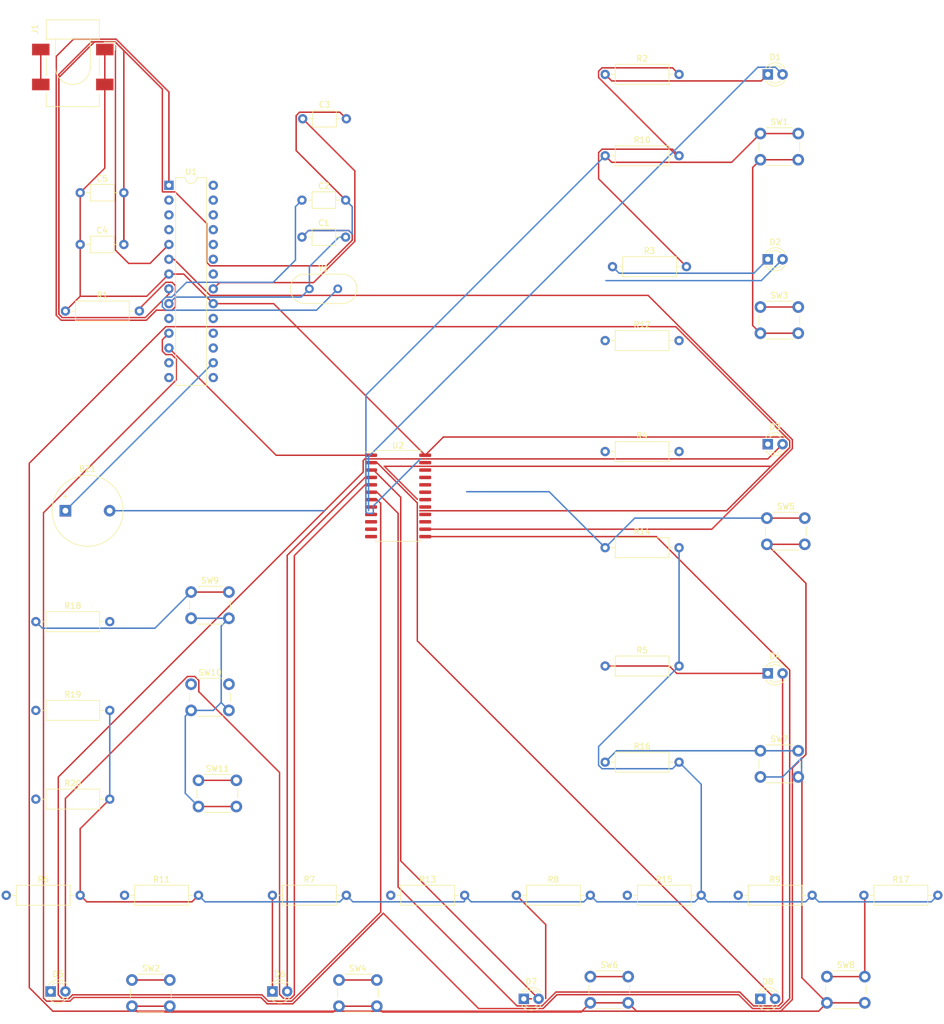
<source format=kicad_pcb>
(kicad_pcb (version 20171130) (host pcbnew "(5.1.10)-1")

  (general
    (thickness 1.6)
    (drawings 1)
    (tracks 330)
    (zones 0)
    (modules 49)
    (nets 52)
  )

  (page A4)
  (layers
    (0 F.Cu signal)
    (31 B.Cu signal)
    (32 B.Adhes user)
    (33 F.Adhes user)
    (34 B.Paste user)
    (35 F.Paste user)
    (36 B.SilkS user)
    (37 F.SilkS user)
    (38 B.Mask user)
    (39 F.Mask user)
    (40 Dwgs.User user)
    (41 Cmts.User user)
    (42 Eco1.User user)
    (43 Eco2.User user)
    (44 Edge.Cuts user)
    (45 Margin user)
    (46 B.CrtYd user)
    (47 F.CrtYd user)
    (48 B.Fab user)
    (49 F.Fab user)
  )

  (setup
    (last_trace_width 0.25)
    (trace_clearance 0.2)
    (zone_clearance 0.508)
    (zone_45_only no)
    (trace_min 0.2)
    (via_size 0.8)
    (via_drill 0.4)
    (via_min_size 0.4)
    (via_min_drill 0.3)
    (uvia_size 0.3)
    (uvia_drill 0.1)
    (uvias_allowed no)
    (uvia_min_size 0.2)
    (uvia_min_drill 0.1)
    (edge_width 0.05)
    (segment_width 0.2)
    (pcb_text_width 0.3)
    (pcb_text_size 1.5 1.5)
    (mod_edge_width 0.12)
    (mod_text_size 1 1)
    (mod_text_width 0.15)
    (pad_size 1.524 1.524)
    (pad_drill 0.762)
    (pad_to_mask_clearance 0)
    (aux_axis_origin 0 0)
    (visible_elements 7FFFFFFF)
    (pcbplotparams
      (layerselection 0x010fc_ffffffff)
      (usegerberextensions false)
      (usegerberattributes true)
      (usegerberadvancedattributes true)
      (creategerberjobfile true)
      (excludeedgelayer true)
      (linewidth 0.100000)
      (plotframeref false)
      (viasonmask false)
      (mode 1)
      (useauxorigin false)
      (hpglpennumber 1)
      (hpglpenspeed 20)
      (hpglpendiameter 15.000000)
      (psnegative false)
      (psa4output false)
      (plotreference true)
      (plotvalue true)
      (plotinvisibletext false)
      (padsonsilk false)
      (subtractmaskfromsilk false)
      (outputformat 1)
      (mirror false)
      (drillshape 1)
      (scaleselection 1)
      (outputdirectory ""))
  )

  (net 0 "")
  (net 1 GND)
  (net 2 D10)
  (net 3 "Net-(C1-Pad2)")
  (net 4 "Net-(C2-Pad1)")
  (net 5 "Net-(C3-Pad1)")
  (net 6 +5V)
  (net 7 L11)
  (net 8 "Net-(D1-Pad1)")
  (net 9 L12)
  (net 10 "Net-(D2-Pad1)")
  (net 11 L13)
  (net 12 "Net-(D3-Pad1)")
  (net 13 L14)
  (net 14 "Net-(D4-Pad1)")
  (net 15 L21)
  (net 16 "Net-(D5-Pad1)")
  (net 17 L22)
  (net 18 "Net-(D6-Pad1)")
  (net 19 L23)
  (net 20 "Net-(D7-Pad1)")
  (net 21 L24)
  (net 22 "Net-(D8-Pad1)")
  (net 23 RESET)
  (net 24 P11)
  (net 25 P21)
  (net 26 P12)
  (net 27 P22)
  (net 28 P13)
  (net 29 P23)
  (net 30 P14)
  (net 31 P24)
  (net 32 D8)
  (net 33 D9)
  (net 34 D11)
  (net 35 "Net-(U1-Pad28)")
  (net 36 "Net-(U1-Pad27)")
  (net 37 "Net-(U1-Pad13)")
  (net 38 "Net-(U1-Pad26)")
  (net 39 D6)
  (net 40 "Net-(U1-Pad25)")
  (net 41 D5)
  (net 42 "Net-(U1-Pad24)")
  (net 43 "Net-(U1-Pad23)")
  (net 44 D4)
  (net 45 "Net-(U1-Pad19)")
  (net 46 D3)
  (net 47 "Net-(U1-Pad18)")
  (net 48 D2)
  (net 49 "Net-(U1-Pad3)")
  (net 50 "Net-(U1-Pad2)")
  (net 51 "Net-(U2-Pad15)")

  (net_class Default "This is the default net class."
    (clearance 0.2)
    (trace_width 0.25)
    (via_dia 0.8)
    (via_drill 0.4)
    (uvia_dia 0.3)
    (uvia_drill 0.1)
    (add_net +5V)
    (add_net D10)
    (add_net D11)
    (add_net D2)
    (add_net D3)
    (add_net D4)
    (add_net D5)
    (add_net D6)
    (add_net D8)
    (add_net D9)
    (add_net GND)
    (add_net L11)
    (add_net L12)
    (add_net L13)
    (add_net L14)
    (add_net L21)
    (add_net L22)
    (add_net L23)
    (add_net L24)
    (add_net "Net-(C1-Pad2)")
    (add_net "Net-(C2-Pad1)")
    (add_net "Net-(C3-Pad1)")
    (add_net "Net-(D1-Pad1)")
    (add_net "Net-(D2-Pad1)")
    (add_net "Net-(D3-Pad1)")
    (add_net "Net-(D4-Pad1)")
    (add_net "Net-(D5-Pad1)")
    (add_net "Net-(D6-Pad1)")
    (add_net "Net-(D7-Pad1)")
    (add_net "Net-(D8-Pad1)")
    (add_net "Net-(U1-Pad13)")
    (add_net "Net-(U1-Pad18)")
    (add_net "Net-(U1-Pad19)")
    (add_net "Net-(U1-Pad2)")
    (add_net "Net-(U1-Pad23)")
    (add_net "Net-(U1-Pad24)")
    (add_net "Net-(U1-Pad25)")
    (add_net "Net-(U1-Pad26)")
    (add_net "Net-(U1-Pad27)")
    (add_net "Net-(U1-Pad28)")
    (add_net "Net-(U1-Pad3)")
    (add_net "Net-(U2-Pad15)")
    (add_net P11)
    (add_net P12)
    (add_net P13)
    (add_net P14)
    (add_net P21)
    (add_net P22)
    (add_net P23)
    (add_net P24)
    (add_net RESET)
  )

  (module Resistor_THT:R_Axial_DIN0309_L9.0mm_D3.2mm_P12.70mm_Horizontal (layer F.Cu) (tedit 5AE5139B) (tstamp 611CB992)
    (at 143.51 167.64)
    (descr "Resistor, Axial_DIN0309 series, Axial, Horizontal, pin pitch=12.7mm, 0.5W = 1/2W, length*diameter=9*3.2mm^2, http://cdn-reichelt.de/documents/datenblatt/B400/1_4W%23YAG.pdf")
    (tags "Resistor Axial_DIN0309 series Axial Horizontal pin pitch 12.7mm 0.5W = 1/2W length 9mm diameter 3.2mm")
    (path /611E7824)
    (fp_text reference R9 (at 6.35 -2.72) (layer F.SilkS)
      (effects (font (size 1 1) (thickness 0.15)))
    )
    (fp_text value 200 (at 6.35 2.72) (layer F.Fab)
      (effects (font (size 1 1) (thickness 0.15)))
    )
    (fp_line (start 13.75 -1.85) (end -1.05 -1.85) (layer F.CrtYd) (width 0.05))
    (fp_line (start 13.75 1.85) (end 13.75 -1.85) (layer F.CrtYd) (width 0.05))
    (fp_line (start -1.05 1.85) (end 13.75 1.85) (layer F.CrtYd) (width 0.05))
    (fp_line (start -1.05 -1.85) (end -1.05 1.85) (layer F.CrtYd) (width 0.05))
    (fp_line (start 11.66 0) (end 10.97 0) (layer F.SilkS) (width 0.12))
    (fp_line (start 1.04 0) (end 1.73 0) (layer F.SilkS) (width 0.12))
    (fp_line (start 10.97 -1.72) (end 1.73 -1.72) (layer F.SilkS) (width 0.12))
    (fp_line (start 10.97 1.72) (end 10.97 -1.72) (layer F.SilkS) (width 0.12))
    (fp_line (start 1.73 1.72) (end 10.97 1.72) (layer F.SilkS) (width 0.12))
    (fp_line (start 1.73 -1.72) (end 1.73 1.72) (layer F.SilkS) (width 0.12))
    (fp_line (start 12.7 0) (end 10.85 0) (layer F.Fab) (width 0.1))
    (fp_line (start 0 0) (end 1.85 0) (layer F.Fab) (width 0.1))
    (fp_line (start 10.85 -1.6) (end 1.85 -1.6) (layer F.Fab) (width 0.1))
    (fp_line (start 10.85 1.6) (end 10.85 -1.6) (layer F.Fab) (width 0.1))
    (fp_line (start 1.85 1.6) (end 10.85 1.6) (layer F.Fab) (width 0.1))
    (fp_line (start 1.85 -1.6) (end 1.85 1.6) (layer F.Fab) (width 0.1))
    (fp_text user %R (at 6.35 0) (layer F.Fab)
      (effects (font (size 1 1) (thickness 0.15)))
    )
    (pad 2 thru_hole oval (at 12.7 0) (size 1.6 1.6) (drill 0.8) (layers *.Cu *.Mask)
      (net 1 GND))
    (pad 1 thru_hole circle (at 0 0) (size 1.6 1.6) (drill 0.8) (layers *.Cu *.Mask)
      (net 22 "Net-(D8-Pad1)"))
    (model ${KISYS3DMOD}/Resistor_THT.3dshapes/R_Axial_DIN0309_L9.0mm_D3.2mm_P12.70mm_Horizontal.wrl
      (at (xyz 0 0 0))
      (scale (xyz 1 1 1))
      (rotate (xyz 0 0 0))
    )
  )

  (module Package_SO:SOIC-24W_7.5x15.4mm_P1.27mm (layer F.Cu) (tedit 5D9F72B1) (tstamp 611CBC43)
    (at 85.09 99.06)
    (descr "SOIC, 24 Pin (JEDEC MS-013AD, https://www.analog.com/media/en/package-pcb-resources/package/pkg_pdf/soic_wide-rw/RW_24.pdf), generated with kicad-footprint-generator ipc_gullwing_generator.py")
    (tags "SOIC SO")
    (path /611C3E8F)
    (attr smd)
    (fp_text reference U2 (at 0 -8.65) (layer F.SilkS)
      (effects (font (size 1 1) (thickness 0.15)))
    )
    (fp_text value CD74HC4067M (at 0 8.65) (layer F.Fab)
      (effects (font (size 1 1) (thickness 0.15)))
    )
    (fp_line (start 5.93 -7.95) (end -5.93 -7.95) (layer F.CrtYd) (width 0.05))
    (fp_line (start 5.93 7.95) (end 5.93 -7.95) (layer F.CrtYd) (width 0.05))
    (fp_line (start -5.93 7.95) (end 5.93 7.95) (layer F.CrtYd) (width 0.05))
    (fp_line (start -5.93 -7.95) (end -5.93 7.95) (layer F.CrtYd) (width 0.05))
    (fp_line (start -3.75 -6.7) (end -2.75 -7.7) (layer F.Fab) (width 0.1))
    (fp_line (start -3.75 7.7) (end -3.75 -6.7) (layer F.Fab) (width 0.1))
    (fp_line (start 3.75 7.7) (end -3.75 7.7) (layer F.Fab) (width 0.1))
    (fp_line (start 3.75 -7.7) (end 3.75 7.7) (layer F.Fab) (width 0.1))
    (fp_line (start -2.75 -7.7) (end 3.75 -7.7) (layer F.Fab) (width 0.1))
    (fp_line (start -3.86 -7.545) (end -5.675 -7.545) (layer F.SilkS) (width 0.12))
    (fp_line (start -3.86 -7.81) (end -3.86 -7.545) (layer F.SilkS) (width 0.12))
    (fp_line (start 0 -7.81) (end -3.86 -7.81) (layer F.SilkS) (width 0.12))
    (fp_line (start 3.86 -7.81) (end 3.86 -7.545) (layer F.SilkS) (width 0.12))
    (fp_line (start 0 -7.81) (end 3.86 -7.81) (layer F.SilkS) (width 0.12))
    (fp_line (start -3.86 7.81) (end -3.86 7.545) (layer F.SilkS) (width 0.12))
    (fp_line (start 0 7.81) (end -3.86 7.81) (layer F.SilkS) (width 0.12))
    (fp_line (start 3.86 7.81) (end 3.86 7.545) (layer F.SilkS) (width 0.12))
    (fp_line (start 0 7.81) (end 3.86 7.81) (layer F.SilkS) (width 0.12))
    (fp_text user %R (at 0 0) (layer F.Fab)
      (effects (font (size 1 1) (thickness 0.15)))
    )
    (pad 24 smd roundrect (at 4.65 -6.985) (size 2.05 0.6) (layers F.Cu F.Paste F.Mask) (roundrect_rratio 0.25)
      (net 6 +5V))
    (pad 23 smd roundrect (at 4.65 -5.715) (size 2.05 0.6) (layers F.Cu F.Paste F.Mask) (roundrect_rratio 0.25)
      (net 24 P11))
    (pad 22 smd roundrect (at 4.65 -4.445) (size 2.05 0.6) (layers F.Cu F.Paste F.Mask) (roundrect_rratio 0.25)
      (net 26 P12))
    (pad 21 smd roundrect (at 4.65 -3.175) (size 2.05 0.6) (layers F.Cu F.Paste F.Mask) (roundrect_rratio 0.25)
      (net 28 P13))
    (pad 20 smd roundrect (at 4.65 -1.905) (size 2.05 0.6) (layers F.Cu F.Paste F.Mask) (roundrect_rratio 0.25)
      (net 30 P14))
    (pad 19 smd roundrect (at 4.65 -0.635) (size 2.05 0.6) (layers F.Cu F.Paste F.Mask) (roundrect_rratio 0.25)
      (net 25 P21))
    (pad 18 smd roundrect (at 4.65 0.635) (size 2.05 0.6) (layers F.Cu F.Paste F.Mask) (roundrect_rratio 0.25)
      (net 27 P22))
    (pad 17 smd roundrect (at 4.65 1.905) (size 2.05 0.6) (layers F.Cu F.Paste F.Mask) (roundrect_rratio 0.25)
      (net 29 P23))
    (pad 16 smd roundrect (at 4.65 3.175) (size 2.05 0.6) (layers F.Cu F.Paste F.Mask) (roundrect_rratio 0.25)
      (net 31 P24))
    (pad 15 smd roundrect (at 4.65 4.445) (size 2.05 0.6) (layers F.Cu F.Paste F.Mask) (roundrect_rratio 0.25)
      (net 51 "Net-(U2-Pad15)"))
    (pad 14 smd roundrect (at 4.65 5.715) (size 2.05 0.6) (layers F.Cu F.Paste F.Mask) (roundrect_rratio 0.25)
      (net 44 D4))
    (pad 13 smd roundrect (at 4.65 6.985) (size 2.05 0.6) (layers F.Cu F.Paste F.Mask) (roundrect_rratio 0.25)
      (net 41 D5))
    (pad 12 smd roundrect (at -4.65 6.985) (size 2.05 0.6) (layers F.Cu F.Paste F.Mask) (roundrect_rratio 0.25)
      (net 1 GND))
    (pad 11 smd roundrect (at -4.65 5.715) (size 2.05 0.6) (layers F.Cu F.Paste F.Mask) (roundrect_rratio 0.25)
      (net 46 D3))
    (pad 10 smd roundrect (at -4.65 4.445) (size 2.05 0.6) (layers F.Cu F.Paste F.Mask) (roundrect_rratio 0.25)
      (net 48 D2))
    (pad 9 smd roundrect (at -4.65 3.175) (size 2.05 0.6) (layers F.Cu F.Paste F.Mask) (roundrect_rratio 0.25)
      (net 7 L11))
    (pad 8 smd roundrect (at -4.65 1.905) (size 2.05 0.6) (layers F.Cu F.Paste F.Mask) (roundrect_rratio 0.25)
      (net 9 L12))
    (pad 7 smd roundrect (at -4.65 0.635) (size 2.05 0.6) (layers F.Cu F.Paste F.Mask) (roundrect_rratio 0.25)
      (net 11 L13))
    (pad 6 smd roundrect (at -4.65 -0.635) (size 2.05 0.6) (layers F.Cu F.Paste F.Mask) (roundrect_rratio 0.25)
      (net 13 L14))
    (pad 5 smd roundrect (at -4.65 -1.905) (size 2.05 0.6) (layers F.Cu F.Paste F.Mask) (roundrect_rratio 0.25)
      (net 15 L21))
    (pad 4 smd roundrect (at -4.65 -3.175) (size 2.05 0.6) (layers F.Cu F.Paste F.Mask) (roundrect_rratio 0.25)
      (net 17 L22))
    (pad 3 smd roundrect (at -4.65 -4.445) (size 2.05 0.6) (layers F.Cu F.Paste F.Mask) (roundrect_rratio 0.25)
      (net 19 L23))
    (pad 2 smd roundrect (at -4.65 -5.715) (size 2.05 0.6) (layers F.Cu F.Paste F.Mask) (roundrect_rratio 0.25)
      (net 21 L24))
    (pad 1 smd roundrect (at -4.65 -6.985) (size 2.05 0.6) (layers F.Cu F.Paste F.Mask) (roundrect_rratio 0.25)
      (net 39 D6))
    (model ${KISYS3DMOD}/Package_SO.3dshapes/SOIC-24W_7.5x15.4mm_P1.27mm.wrl
      (at (xyz 0 0 0))
      (scale (xyz 1 1 1))
      (rotate (xyz 0 0 0))
    )
  )

  (module Capacitor_THT:C_Axial_L3.8mm_D2.6mm_P7.50mm_Horizontal (layer F.Cu) (tedit 5AE50EF0) (tstamp 611CB7F0)
    (at 30.48 55.88)
    (descr "C, Axial series, Axial, Horizontal, pin pitch=7.5mm, , length*diameter=3.8*2.6mm^2, http://www.vishay.com/docs/45231/arseries.pdf")
    (tags "C Axial series Axial Horizontal pin pitch 7.5mm  length 3.8mm diameter 2.6mm")
    (path /611B1C1F)
    (fp_text reference C4 (at 3.75 -2.42) (layer F.SilkS)
      (effects (font (size 1 1) (thickness 0.15)))
    )
    (fp_text value 1uF (at 3.75 2.42) (layer F.Fab)
      (effects (font (size 1 1) (thickness 0.15)))
    )
    (fp_line (start 8.55 -1.55) (end -1.05 -1.55) (layer F.CrtYd) (width 0.05))
    (fp_line (start 8.55 1.55) (end 8.55 -1.55) (layer F.CrtYd) (width 0.05))
    (fp_line (start -1.05 1.55) (end 8.55 1.55) (layer F.CrtYd) (width 0.05))
    (fp_line (start -1.05 -1.55) (end -1.05 1.55) (layer F.CrtYd) (width 0.05))
    (fp_line (start 6.46 0) (end 5.77 0) (layer F.SilkS) (width 0.12))
    (fp_line (start 1.04 0) (end 1.73 0) (layer F.SilkS) (width 0.12))
    (fp_line (start 5.77 -1.42) (end 1.73 -1.42) (layer F.SilkS) (width 0.12))
    (fp_line (start 5.77 1.42) (end 5.77 -1.42) (layer F.SilkS) (width 0.12))
    (fp_line (start 1.73 1.42) (end 5.77 1.42) (layer F.SilkS) (width 0.12))
    (fp_line (start 1.73 -1.42) (end 1.73 1.42) (layer F.SilkS) (width 0.12))
    (fp_line (start 7.5 0) (end 5.65 0) (layer F.Fab) (width 0.1))
    (fp_line (start 0 0) (end 1.85 0) (layer F.Fab) (width 0.1))
    (fp_line (start 5.65 -1.3) (end 1.85 -1.3) (layer F.Fab) (width 0.1))
    (fp_line (start 5.65 1.3) (end 5.65 -1.3) (layer F.Fab) (width 0.1))
    (fp_line (start 1.85 1.3) (end 5.65 1.3) (layer F.Fab) (width 0.1))
    (fp_line (start 1.85 -1.3) (end 1.85 1.3) (layer F.Fab) (width 0.1))
    (fp_text user %R (at 3.81 0) (layer F.Fab)
      (effects (font (size 0.76 0.76) (thickness 0.114)))
    )
    (pad 2 thru_hole oval (at 7.5 0) (size 1.6 1.6) (drill 0.8) (layers *.Cu *.Mask)
      (net 1 GND))
    (pad 1 thru_hole circle (at 0 0) (size 1.6 1.6) (drill 0.8) (layers *.Cu *.Mask)
      (net 6 +5V))
    (model ${KISYS3DMOD}/Capacitor_THT.3dshapes/C_Axial_L3.8mm_D2.6mm_P7.50mm_Horizontal.wrl
      (at (xyz 0 0 0))
      (scale (xyz 1 1 1))
      (rotate (xyz 0 0 0))
    )
  )

  (module Resistor_THT:R_Axial_DIN0309_L9.0mm_D3.2mm_P12.70mm_Horizontal (layer F.Cu) (tedit 5AE5139B) (tstamp 611CBA8F)
    (at 22.86 151.13)
    (descr "Resistor, Axial_DIN0309 series, Axial, Horizontal, pin pitch=12.7mm, 0.5W = 1/2W, length*diameter=9*3.2mm^2, http://cdn-reichelt.de/documents/datenblatt/B400/1_4W%23YAG.pdf")
    (tags "Resistor Axial_DIN0309 series Axial Horizontal pin pitch 12.7mm 0.5W = 1/2W length 9mm diameter 3.2mm")
    (path /612E833E)
    (fp_text reference R20 (at 6.35 -2.72) (layer F.SilkS)
      (effects (font (size 1 1) (thickness 0.15)))
    )
    (fp_text value 5k (at 6.35 2.72) (layer F.Fab)
      (effects (font (size 1 1) (thickness 0.15)))
    )
    (fp_line (start 13.75 -1.85) (end -1.05 -1.85) (layer F.CrtYd) (width 0.05))
    (fp_line (start 13.75 1.85) (end 13.75 -1.85) (layer F.CrtYd) (width 0.05))
    (fp_line (start -1.05 1.85) (end 13.75 1.85) (layer F.CrtYd) (width 0.05))
    (fp_line (start -1.05 -1.85) (end -1.05 1.85) (layer F.CrtYd) (width 0.05))
    (fp_line (start 11.66 0) (end 10.97 0) (layer F.SilkS) (width 0.12))
    (fp_line (start 1.04 0) (end 1.73 0) (layer F.SilkS) (width 0.12))
    (fp_line (start 10.97 -1.72) (end 1.73 -1.72) (layer F.SilkS) (width 0.12))
    (fp_line (start 10.97 1.72) (end 10.97 -1.72) (layer F.SilkS) (width 0.12))
    (fp_line (start 1.73 1.72) (end 10.97 1.72) (layer F.SilkS) (width 0.12))
    (fp_line (start 1.73 -1.72) (end 1.73 1.72) (layer F.SilkS) (width 0.12))
    (fp_line (start 12.7 0) (end 10.85 0) (layer F.Fab) (width 0.1))
    (fp_line (start 0 0) (end 1.85 0) (layer F.Fab) (width 0.1))
    (fp_line (start 10.85 -1.6) (end 1.85 -1.6) (layer F.Fab) (width 0.1))
    (fp_line (start 10.85 1.6) (end 10.85 -1.6) (layer F.Fab) (width 0.1))
    (fp_line (start 1.85 1.6) (end 10.85 1.6) (layer F.Fab) (width 0.1))
    (fp_line (start 1.85 -1.6) (end 1.85 1.6) (layer F.Fab) (width 0.1))
    (fp_text user %R (at 6.35 0) (layer F.Fab)
      (effects (font (size 1 1) (thickness 0.15)))
    )
    (pad 2 thru_hole oval (at 12.7 0) (size 1.6 1.6) (drill 0.8) (layers *.Cu *.Mask)
      (net 1 GND))
    (pad 1 thru_hole circle (at 0 0) (size 1.6 1.6) (drill 0.8) (layers *.Cu *.Mask)
      (net 34 D11))
    (model ${KISYS3DMOD}/Resistor_THT.3dshapes/R_Axial_DIN0309_L9.0mm_D3.2mm_P12.70mm_Horizontal.wrl
      (at (xyz 0 0 0))
      (scale (xyz 1 1 1))
      (rotate (xyz 0 0 0))
    )
  )

  (module Crystal:Crystal_HC49-4H_Vertical (layer F.Cu) (tedit 5A1AD3B7) (tstamp 611CBC5A)
    (at 69.85 63.5)
    (descr "Crystal THT HC-49-4H http://5hertz.com/pdfs/04404_D.pdf")
    (tags "THT crystalHC-49-4H")
    (path /6116BC25)
    (fp_text reference Y1 (at 2.44 -3.525) (layer F.SilkS)
      (effects (font (size 1 1) (thickness 0.15)))
    )
    (fp_text value Crystal (at 2.44 3.525) (layer F.Fab)
      (effects (font (size 1 1) (thickness 0.15)))
    )
    (fp_line (start 8.5 -2.8) (end -3.6 -2.8) (layer F.CrtYd) (width 0.05))
    (fp_line (start 8.5 2.8) (end 8.5 -2.8) (layer F.CrtYd) (width 0.05))
    (fp_line (start -3.6 2.8) (end 8.5 2.8) (layer F.CrtYd) (width 0.05))
    (fp_line (start -3.6 -2.8) (end -3.6 2.8) (layer F.CrtYd) (width 0.05))
    (fp_line (start -0.76 2.525) (end 5.64 2.525) (layer F.SilkS) (width 0.12))
    (fp_line (start -0.76 -2.525) (end 5.64 -2.525) (layer F.SilkS) (width 0.12))
    (fp_line (start -0.56 2) (end 5.44 2) (layer F.Fab) (width 0.1))
    (fp_line (start -0.56 -2) (end 5.44 -2) (layer F.Fab) (width 0.1))
    (fp_line (start -0.76 2.325) (end 5.64 2.325) (layer F.Fab) (width 0.1))
    (fp_line (start -0.76 -2.325) (end 5.64 -2.325) (layer F.Fab) (width 0.1))
    (fp_arc (start 5.64 0) (end 5.64 -2.525) (angle 180) (layer F.SilkS) (width 0.12))
    (fp_arc (start -0.76 0) (end -0.76 -2.525) (angle -180) (layer F.SilkS) (width 0.12))
    (fp_arc (start 5.44 0) (end 5.44 -2) (angle 180) (layer F.Fab) (width 0.1))
    (fp_arc (start -0.56 0) (end -0.56 -2) (angle -180) (layer F.Fab) (width 0.1))
    (fp_arc (start 5.64 0) (end 5.64 -2.325) (angle 180) (layer F.Fab) (width 0.1))
    (fp_arc (start -0.76 0) (end -0.76 -2.325) (angle -180) (layer F.Fab) (width 0.1))
    (fp_text user %R (at 2.44 0) (layer F.Fab)
      (effects (font (size 1 1) (thickness 0.15)))
    )
    (pad 2 thru_hole circle (at 4.88 0) (size 1.5 1.5) (drill 0.8) (layers *.Cu *.Mask)
      (net 4 "Net-(C2-Pad1)"))
    (pad 1 thru_hole circle (at 0 0) (size 1.5 1.5) (drill 0.8) (layers *.Cu *.Mask)
      (net 3 "Net-(C1-Pad2)"))
    (model ${KISYS3DMOD}/Crystal.3dshapes/Crystal_HC49-4H_Vertical.wrl
      (at (xyz 0 0 0))
      (scale (xyz 1 1 1))
      (rotate (xyz 0 0 0))
    )
  )

  (module Package_DIP:DIP-28_W7.62mm (layer F.Cu) (tedit 5A02E8C5) (tstamp 611CBC14)
    (at 45.72 45.72)
    (descr "28-lead though-hole mounted DIP package, row spacing 7.62 mm (300 mils)")
    (tags "THT DIP DIL PDIP 2.54mm 7.62mm 300mil")
    (path /6117CF93)
    (fp_text reference U1 (at 3.81 -2.33) (layer F.SilkS)
      (effects (font (size 1 1) (thickness 0.15)))
    )
    (fp_text value ATmega328P-PU (at 3.81 35.35) (layer F.Fab)
      (effects (font (size 1 1) (thickness 0.15)))
    )
    (fp_line (start 8.7 -1.55) (end -1.1 -1.55) (layer F.CrtYd) (width 0.05))
    (fp_line (start 8.7 34.55) (end 8.7 -1.55) (layer F.CrtYd) (width 0.05))
    (fp_line (start -1.1 34.55) (end 8.7 34.55) (layer F.CrtYd) (width 0.05))
    (fp_line (start -1.1 -1.55) (end -1.1 34.55) (layer F.CrtYd) (width 0.05))
    (fp_line (start 6.46 -1.33) (end 4.81 -1.33) (layer F.SilkS) (width 0.12))
    (fp_line (start 6.46 34.35) (end 6.46 -1.33) (layer F.SilkS) (width 0.12))
    (fp_line (start 1.16 34.35) (end 6.46 34.35) (layer F.SilkS) (width 0.12))
    (fp_line (start 1.16 -1.33) (end 1.16 34.35) (layer F.SilkS) (width 0.12))
    (fp_line (start 2.81 -1.33) (end 1.16 -1.33) (layer F.SilkS) (width 0.12))
    (fp_line (start 0.635 -0.27) (end 1.635 -1.27) (layer F.Fab) (width 0.1))
    (fp_line (start 0.635 34.29) (end 0.635 -0.27) (layer F.Fab) (width 0.1))
    (fp_line (start 6.985 34.29) (end 0.635 34.29) (layer F.Fab) (width 0.1))
    (fp_line (start 6.985 -1.27) (end 6.985 34.29) (layer F.Fab) (width 0.1))
    (fp_line (start 1.635 -1.27) (end 6.985 -1.27) (layer F.Fab) (width 0.1))
    (fp_text user %R (at 3.81 16.51) (layer F.Fab)
      (effects (font (size 1 1) (thickness 0.15)))
    )
    (fp_arc (start 3.81 -1.33) (end 2.81 -1.33) (angle -180) (layer F.SilkS) (width 0.12))
    (pad 28 thru_hole oval (at 7.62 0) (size 1.6 1.6) (drill 0.8) (layers *.Cu *.Mask)
      (net 35 "Net-(U1-Pad28)"))
    (pad 14 thru_hole oval (at 0 33.02) (size 1.6 1.6) (drill 0.8) (layers *.Cu *.Mask)
      (net 32 D8))
    (pad 27 thru_hole oval (at 7.62 2.54) (size 1.6 1.6) (drill 0.8) (layers *.Cu *.Mask)
      (net 36 "Net-(U1-Pad27)"))
    (pad 13 thru_hole oval (at 0 30.48) (size 1.6 1.6) (drill 0.8) (layers *.Cu *.Mask)
      (net 37 "Net-(U1-Pad13)"))
    (pad 26 thru_hole oval (at 7.62 5.08) (size 1.6 1.6) (drill 0.8) (layers *.Cu *.Mask)
      (net 38 "Net-(U1-Pad26)"))
    (pad 12 thru_hole oval (at 0 27.94) (size 1.6 1.6) (drill 0.8) (layers *.Cu *.Mask)
      (net 39 D6))
    (pad 25 thru_hole oval (at 7.62 7.62) (size 1.6 1.6) (drill 0.8) (layers *.Cu *.Mask)
      (net 40 "Net-(U1-Pad25)"))
    (pad 11 thru_hole oval (at 0 25.4) (size 1.6 1.6) (drill 0.8) (layers *.Cu *.Mask)
      (net 41 D5))
    (pad 24 thru_hole oval (at 7.62 10.16) (size 1.6 1.6) (drill 0.8) (layers *.Cu *.Mask)
      (net 42 "Net-(U1-Pad24)"))
    (pad 10 thru_hole oval (at 0 22.86) (size 1.6 1.6) (drill 0.8) (layers *.Cu *.Mask)
      (net 4 "Net-(C2-Pad1)"))
    (pad 23 thru_hole oval (at 7.62 12.7) (size 1.6 1.6) (drill 0.8) (layers *.Cu *.Mask)
      (net 43 "Net-(U1-Pad23)"))
    (pad 9 thru_hole oval (at 0 20.32) (size 1.6 1.6) (drill 0.8) (layers *.Cu *.Mask)
      (net 3 "Net-(C1-Pad2)"))
    (pad 22 thru_hole oval (at 7.62 15.24) (size 1.6 1.6) (drill 0.8) (layers *.Cu *.Mask)
      (net 1 GND))
    (pad 8 thru_hole oval (at 0 17.78) (size 1.6 1.6) (drill 0.8) (layers *.Cu *.Mask)
      (net 1 GND))
    (pad 21 thru_hole oval (at 7.62 17.78) (size 1.6 1.6) (drill 0.8) (layers *.Cu *.Mask)
      (net 5 "Net-(C3-Pad1)"))
    (pad 7 thru_hole oval (at 0 15.24) (size 1.6 1.6) (drill 0.8) (layers *.Cu *.Mask)
      (net 6 +5V))
    (pad 20 thru_hole oval (at 7.62 20.32) (size 1.6 1.6) (drill 0.8) (layers *.Cu *.Mask)
      (net 6 +5V))
    (pad 6 thru_hole oval (at 0 12.7) (size 1.6 1.6) (drill 0.8) (layers *.Cu *.Mask)
      (net 44 D4))
    (pad 19 thru_hole oval (at 7.62 22.86) (size 1.6 1.6) (drill 0.8) (layers *.Cu *.Mask)
      (net 45 "Net-(U1-Pad19)"))
    (pad 5 thru_hole oval (at 0 10.16) (size 1.6 1.6) (drill 0.8) (layers *.Cu *.Mask)
      (net 46 D3))
    (pad 18 thru_hole oval (at 7.62 25.4) (size 1.6 1.6) (drill 0.8) (layers *.Cu *.Mask)
      (net 47 "Net-(U1-Pad18)"))
    (pad 4 thru_hole oval (at 0 7.62) (size 1.6 1.6) (drill 0.8) (layers *.Cu *.Mask)
      (net 48 D2))
    (pad 17 thru_hole oval (at 7.62 27.94) (size 1.6 1.6) (drill 0.8) (layers *.Cu *.Mask)
      (net 34 D11))
    (pad 3 thru_hole oval (at 0 5.08) (size 1.6 1.6) (drill 0.8) (layers *.Cu *.Mask)
      (net 49 "Net-(U1-Pad3)"))
    (pad 16 thru_hole oval (at 7.62 30.48) (size 1.6 1.6) (drill 0.8) (layers *.Cu *.Mask)
      (net 2 D10))
    (pad 2 thru_hole oval (at 0 2.54) (size 1.6 1.6) (drill 0.8) (layers *.Cu *.Mask)
      (net 50 "Net-(U1-Pad2)"))
    (pad 15 thru_hole oval (at 7.62 33.02) (size 1.6 1.6) (drill 0.8) (layers *.Cu *.Mask)
      (net 33 D9))
    (pad 1 thru_hole rect (at 0 0) (size 1.6 1.6) (drill 0.8) (layers *.Cu *.Mask)
      (net 23 RESET))
    (model ${KISYS3DMOD}/Package_DIP.3dshapes/DIP-28_W7.62mm.wrl
      (at (xyz 0 0 0))
      (scale (xyz 1 1 1))
      (rotate (xyz 0 0 0))
    )
  )

  (module Button_Switch_THT:SW_PUSH_6mm (layer F.Cu) (tedit 5A02FE31) (tstamp 611CBBE4)
    (at 50.8 147.9)
    (descr https://www.omron.com/ecb/products/pdf/en-b3f.pdf)
    (tags "tact sw push 6mm")
    (path /612E832C)
    (fp_text reference SW11 (at 3.25 -2) (layer F.SilkS)
      (effects (font (size 1 1) (thickness 0.15)))
    )
    (fp_text value SW_Push_Dual (at 3.75 6.7) (layer F.Fab)
      (effects (font (size 1 1) (thickness 0.15)))
    )
    (fp_circle (center 3.25 2.25) (end 1.25 2.5) (layer F.Fab) (width 0.1))
    (fp_line (start 6.75 3) (end 6.75 1.5) (layer F.SilkS) (width 0.12))
    (fp_line (start 5.5 -1) (end 1 -1) (layer F.SilkS) (width 0.12))
    (fp_line (start -0.25 1.5) (end -0.25 3) (layer F.SilkS) (width 0.12))
    (fp_line (start 1 5.5) (end 5.5 5.5) (layer F.SilkS) (width 0.12))
    (fp_line (start 8 -1.25) (end 8 5.75) (layer F.CrtYd) (width 0.05))
    (fp_line (start 7.75 6) (end -1.25 6) (layer F.CrtYd) (width 0.05))
    (fp_line (start -1.5 5.75) (end -1.5 -1.25) (layer F.CrtYd) (width 0.05))
    (fp_line (start -1.25 -1.5) (end 7.75 -1.5) (layer F.CrtYd) (width 0.05))
    (fp_line (start -1.5 6) (end -1.25 6) (layer F.CrtYd) (width 0.05))
    (fp_line (start -1.5 5.75) (end -1.5 6) (layer F.CrtYd) (width 0.05))
    (fp_line (start -1.5 -1.5) (end -1.25 -1.5) (layer F.CrtYd) (width 0.05))
    (fp_line (start -1.5 -1.25) (end -1.5 -1.5) (layer F.CrtYd) (width 0.05))
    (fp_line (start 8 -1.5) (end 8 -1.25) (layer F.CrtYd) (width 0.05))
    (fp_line (start 7.75 -1.5) (end 8 -1.5) (layer F.CrtYd) (width 0.05))
    (fp_line (start 8 6) (end 8 5.75) (layer F.CrtYd) (width 0.05))
    (fp_line (start 7.75 6) (end 8 6) (layer F.CrtYd) (width 0.05))
    (fp_line (start 0.25 -0.75) (end 3.25 -0.75) (layer F.Fab) (width 0.1))
    (fp_line (start 0.25 5.25) (end 0.25 -0.75) (layer F.Fab) (width 0.1))
    (fp_line (start 6.25 5.25) (end 0.25 5.25) (layer F.Fab) (width 0.1))
    (fp_line (start 6.25 -0.75) (end 6.25 5.25) (layer F.Fab) (width 0.1))
    (fp_line (start 3.25 -0.75) (end 6.25 -0.75) (layer F.Fab) (width 0.1))
    (fp_text user %R (at 3.25 2.25) (layer F.Fab)
      (effects (font (size 1 1) (thickness 0.15)))
    )
    (pad 1 thru_hole circle (at 6.5 0 90) (size 2 2) (drill 1.1) (layers *.Cu *.Mask)
      (net 34 D11))
    (pad 2 thru_hole circle (at 6.5 4.5 90) (size 2 2) (drill 1.1) (layers *.Cu *.Mask)
      (net 6 +5V))
    (pad 1 thru_hole circle (at 0 0 90) (size 2 2) (drill 1.1) (layers *.Cu *.Mask)
      (net 34 D11))
    (pad 2 thru_hole circle (at 0 4.5 90) (size 2 2) (drill 1.1) (layers *.Cu *.Mask)
      (net 6 +5V))
    (model ${KISYS3DMOD}/Button_Switch_THT.3dshapes/SW_PUSH_6mm.wrl
      (at (xyz 0 0 0))
      (scale (xyz 1 1 1))
      (rotate (xyz 0 0 0))
    )
  )

  (module Button_Switch_THT:SW_PUSH_6mm (layer F.Cu) (tedit 5A02FE31) (tstamp 611CBBC5)
    (at 49.53 131.39)
    (descr https://www.omron.com/ecb/products/pdf/en-b3f.pdf)
    (tags "tact sw push 6mm")
    (path /612DE25F)
    (fp_text reference SW10 (at 3.25 -2) (layer F.SilkS)
      (effects (font (size 1 1) (thickness 0.15)))
    )
    (fp_text value SW_Push_Dual (at 3.75 6.7) (layer F.Fab)
      (effects (font (size 1 1) (thickness 0.15)))
    )
    (fp_circle (center 3.25 2.25) (end 1.25 2.5) (layer F.Fab) (width 0.1))
    (fp_line (start 6.75 3) (end 6.75 1.5) (layer F.SilkS) (width 0.12))
    (fp_line (start 5.5 -1) (end 1 -1) (layer F.SilkS) (width 0.12))
    (fp_line (start -0.25 1.5) (end -0.25 3) (layer F.SilkS) (width 0.12))
    (fp_line (start 1 5.5) (end 5.5 5.5) (layer F.SilkS) (width 0.12))
    (fp_line (start 8 -1.25) (end 8 5.75) (layer F.CrtYd) (width 0.05))
    (fp_line (start 7.75 6) (end -1.25 6) (layer F.CrtYd) (width 0.05))
    (fp_line (start -1.5 5.75) (end -1.5 -1.25) (layer F.CrtYd) (width 0.05))
    (fp_line (start -1.25 -1.5) (end 7.75 -1.5) (layer F.CrtYd) (width 0.05))
    (fp_line (start -1.5 6) (end -1.25 6) (layer F.CrtYd) (width 0.05))
    (fp_line (start -1.5 5.75) (end -1.5 6) (layer F.CrtYd) (width 0.05))
    (fp_line (start -1.5 -1.5) (end -1.25 -1.5) (layer F.CrtYd) (width 0.05))
    (fp_line (start -1.5 -1.25) (end -1.5 -1.5) (layer F.CrtYd) (width 0.05))
    (fp_line (start 8 -1.5) (end 8 -1.25) (layer F.CrtYd) (width 0.05))
    (fp_line (start 7.75 -1.5) (end 8 -1.5) (layer F.CrtYd) (width 0.05))
    (fp_line (start 8 6) (end 8 5.75) (layer F.CrtYd) (width 0.05))
    (fp_line (start 7.75 6) (end 8 6) (layer F.CrtYd) (width 0.05))
    (fp_line (start 0.25 -0.75) (end 3.25 -0.75) (layer F.Fab) (width 0.1))
    (fp_line (start 0.25 5.25) (end 0.25 -0.75) (layer F.Fab) (width 0.1))
    (fp_line (start 6.25 5.25) (end 0.25 5.25) (layer F.Fab) (width 0.1))
    (fp_line (start 6.25 -0.75) (end 6.25 5.25) (layer F.Fab) (width 0.1))
    (fp_line (start 3.25 -0.75) (end 6.25 -0.75) (layer F.Fab) (width 0.1))
    (fp_text user %R (at 3.25 2.25) (layer F.Fab)
      (effects (font (size 1 1) (thickness 0.15)))
    )
    (pad 1 thru_hole circle (at 6.5 0 90) (size 2 2) (drill 1.1) (layers *.Cu *.Mask)
      (net 33 D9))
    (pad 2 thru_hole circle (at 6.5 4.5 90) (size 2 2) (drill 1.1) (layers *.Cu *.Mask)
      (net 6 +5V))
    (pad 1 thru_hole circle (at 0 0 90) (size 2 2) (drill 1.1) (layers *.Cu *.Mask)
      (net 33 D9))
    (pad 2 thru_hole circle (at 0 4.5 90) (size 2 2) (drill 1.1) (layers *.Cu *.Mask)
      (net 6 +5V))
    (model ${KISYS3DMOD}/Button_Switch_THT.3dshapes/SW_PUSH_6mm.wrl
      (at (xyz 0 0 0))
      (scale (xyz 1 1 1))
      (rotate (xyz 0 0 0))
    )
  )

  (module Button_Switch_THT:SW_PUSH_6mm (layer F.Cu) (tedit 5A02FE31) (tstamp 611CBBA6)
    (at 49.53 115.57)
    (descr https://www.omron.com/ecb/products/pdf/en-b3f.pdf)
    (tags "tact sw push 6mm")
    (path /612D4408)
    (fp_text reference SW9 (at 3.25 -2) (layer F.SilkS)
      (effects (font (size 1 1) (thickness 0.15)))
    )
    (fp_text value SW_Push_Dual (at 3.75 6.7) (layer F.Fab)
      (effects (font (size 1 1) (thickness 0.15)))
    )
    (fp_circle (center 3.25 2.25) (end 1.25 2.5) (layer F.Fab) (width 0.1))
    (fp_line (start 6.75 3) (end 6.75 1.5) (layer F.SilkS) (width 0.12))
    (fp_line (start 5.5 -1) (end 1 -1) (layer F.SilkS) (width 0.12))
    (fp_line (start -0.25 1.5) (end -0.25 3) (layer F.SilkS) (width 0.12))
    (fp_line (start 1 5.5) (end 5.5 5.5) (layer F.SilkS) (width 0.12))
    (fp_line (start 8 -1.25) (end 8 5.75) (layer F.CrtYd) (width 0.05))
    (fp_line (start 7.75 6) (end -1.25 6) (layer F.CrtYd) (width 0.05))
    (fp_line (start -1.5 5.75) (end -1.5 -1.25) (layer F.CrtYd) (width 0.05))
    (fp_line (start -1.25 -1.5) (end 7.75 -1.5) (layer F.CrtYd) (width 0.05))
    (fp_line (start -1.5 6) (end -1.25 6) (layer F.CrtYd) (width 0.05))
    (fp_line (start -1.5 5.75) (end -1.5 6) (layer F.CrtYd) (width 0.05))
    (fp_line (start -1.5 -1.5) (end -1.25 -1.5) (layer F.CrtYd) (width 0.05))
    (fp_line (start -1.5 -1.25) (end -1.5 -1.5) (layer F.CrtYd) (width 0.05))
    (fp_line (start 8 -1.5) (end 8 -1.25) (layer F.CrtYd) (width 0.05))
    (fp_line (start 7.75 -1.5) (end 8 -1.5) (layer F.CrtYd) (width 0.05))
    (fp_line (start 8 6) (end 8 5.75) (layer F.CrtYd) (width 0.05))
    (fp_line (start 7.75 6) (end 8 6) (layer F.CrtYd) (width 0.05))
    (fp_line (start 0.25 -0.75) (end 3.25 -0.75) (layer F.Fab) (width 0.1))
    (fp_line (start 0.25 5.25) (end 0.25 -0.75) (layer F.Fab) (width 0.1))
    (fp_line (start 6.25 5.25) (end 0.25 5.25) (layer F.Fab) (width 0.1))
    (fp_line (start 6.25 -0.75) (end 6.25 5.25) (layer F.Fab) (width 0.1))
    (fp_line (start 3.25 -0.75) (end 6.25 -0.75) (layer F.Fab) (width 0.1))
    (fp_text user %R (at 3.25 2.25) (layer F.Fab)
      (effects (font (size 1 1) (thickness 0.15)))
    )
    (pad 1 thru_hole circle (at 6.5 0 90) (size 2 2) (drill 1.1) (layers *.Cu *.Mask)
      (net 32 D8))
    (pad 2 thru_hole circle (at 6.5 4.5 90) (size 2 2) (drill 1.1) (layers *.Cu *.Mask)
      (net 6 +5V))
    (pad 1 thru_hole circle (at 0 0 90) (size 2 2) (drill 1.1) (layers *.Cu *.Mask)
      (net 32 D8))
    (pad 2 thru_hole circle (at 0 4.5 90) (size 2 2) (drill 1.1) (layers *.Cu *.Mask)
      (net 6 +5V))
    (model ${KISYS3DMOD}/Button_Switch_THT.3dshapes/SW_PUSH_6mm.wrl
      (at (xyz 0 0 0))
      (scale (xyz 1 1 1))
      (rotate (xyz 0 0 0))
    )
  )

  (module Button_Switch_THT:SW_PUSH_6mm (layer F.Cu) (tedit 5A02FE31) (tstamp 611CBB87)
    (at 158.75 181.61)
    (descr https://www.omron.com/ecb/products/pdf/en-b3f.pdf)
    (tags "tact sw push 6mm")
    (path /612B28DA)
    (fp_text reference SW8 (at 3.25 -2) (layer F.SilkS)
      (effects (font (size 1 1) (thickness 0.15)))
    )
    (fp_text value SW_Push_Dual (at 3.75 6.7) (layer F.Fab)
      (effects (font (size 1 1) (thickness 0.15)))
    )
    (fp_circle (center 3.25 2.25) (end 1.25 2.5) (layer F.Fab) (width 0.1))
    (fp_line (start 6.75 3) (end 6.75 1.5) (layer F.SilkS) (width 0.12))
    (fp_line (start 5.5 -1) (end 1 -1) (layer F.SilkS) (width 0.12))
    (fp_line (start -0.25 1.5) (end -0.25 3) (layer F.SilkS) (width 0.12))
    (fp_line (start 1 5.5) (end 5.5 5.5) (layer F.SilkS) (width 0.12))
    (fp_line (start 8 -1.25) (end 8 5.75) (layer F.CrtYd) (width 0.05))
    (fp_line (start 7.75 6) (end -1.25 6) (layer F.CrtYd) (width 0.05))
    (fp_line (start -1.5 5.75) (end -1.5 -1.25) (layer F.CrtYd) (width 0.05))
    (fp_line (start -1.25 -1.5) (end 7.75 -1.5) (layer F.CrtYd) (width 0.05))
    (fp_line (start -1.5 6) (end -1.25 6) (layer F.CrtYd) (width 0.05))
    (fp_line (start -1.5 5.75) (end -1.5 6) (layer F.CrtYd) (width 0.05))
    (fp_line (start -1.5 -1.5) (end -1.25 -1.5) (layer F.CrtYd) (width 0.05))
    (fp_line (start -1.5 -1.25) (end -1.5 -1.5) (layer F.CrtYd) (width 0.05))
    (fp_line (start 8 -1.5) (end 8 -1.25) (layer F.CrtYd) (width 0.05))
    (fp_line (start 7.75 -1.5) (end 8 -1.5) (layer F.CrtYd) (width 0.05))
    (fp_line (start 8 6) (end 8 5.75) (layer F.CrtYd) (width 0.05))
    (fp_line (start 7.75 6) (end 8 6) (layer F.CrtYd) (width 0.05))
    (fp_line (start 0.25 -0.75) (end 3.25 -0.75) (layer F.Fab) (width 0.1))
    (fp_line (start 0.25 5.25) (end 0.25 -0.75) (layer F.Fab) (width 0.1))
    (fp_line (start 6.25 5.25) (end 0.25 5.25) (layer F.Fab) (width 0.1))
    (fp_line (start 6.25 -0.75) (end 6.25 5.25) (layer F.Fab) (width 0.1))
    (fp_line (start 3.25 -0.75) (end 6.25 -0.75) (layer F.Fab) (width 0.1))
    (fp_text user %R (at 3.25 2.25) (layer F.Fab)
      (effects (font (size 1 1) (thickness 0.15)))
    )
    (pad 1 thru_hole circle (at 6.5 0 90) (size 2 2) (drill 1.1) (layers *.Cu *.Mask)
      (net 31 P24))
    (pad 2 thru_hole circle (at 6.5 4.5 90) (size 2 2) (drill 1.1) (layers *.Cu *.Mask)
      (net 6 +5V))
    (pad 1 thru_hole circle (at 0 0 90) (size 2 2) (drill 1.1) (layers *.Cu *.Mask)
      (net 31 P24))
    (pad 2 thru_hole circle (at 0 4.5 90) (size 2 2) (drill 1.1) (layers *.Cu *.Mask)
      (net 6 +5V))
    (model ${KISYS3DMOD}/Button_Switch_THT.3dshapes/SW_PUSH_6mm.wrl
      (at (xyz 0 0 0))
      (scale (xyz 1 1 1))
      (rotate (xyz 0 0 0))
    )
  )

  (module Button_Switch_THT:SW_PUSH_6mm (layer F.Cu) (tedit 5A02FE31) (tstamp 611CBB68)
    (at 147.32 142.82)
    (descr https://www.omron.com/ecb/products/pdf/en-b3f.pdf)
    (tags "tact sw push 6mm")
    (path /6128F0B7)
    (fp_text reference SW7 (at 3.25 -2) (layer F.SilkS)
      (effects (font (size 1 1) (thickness 0.15)))
    )
    (fp_text value SW_Push_Dual (at 3.75 6.7) (layer F.Fab)
      (effects (font (size 1 1) (thickness 0.15)))
    )
    (fp_circle (center 3.25 2.25) (end 1.25 2.5) (layer F.Fab) (width 0.1))
    (fp_line (start 6.75 3) (end 6.75 1.5) (layer F.SilkS) (width 0.12))
    (fp_line (start 5.5 -1) (end 1 -1) (layer F.SilkS) (width 0.12))
    (fp_line (start -0.25 1.5) (end -0.25 3) (layer F.SilkS) (width 0.12))
    (fp_line (start 1 5.5) (end 5.5 5.5) (layer F.SilkS) (width 0.12))
    (fp_line (start 8 -1.25) (end 8 5.75) (layer F.CrtYd) (width 0.05))
    (fp_line (start 7.75 6) (end -1.25 6) (layer F.CrtYd) (width 0.05))
    (fp_line (start -1.5 5.75) (end -1.5 -1.25) (layer F.CrtYd) (width 0.05))
    (fp_line (start -1.25 -1.5) (end 7.75 -1.5) (layer F.CrtYd) (width 0.05))
    (fp_line (start -1.5 6) (end -1.25 6) (layer F.CrtYd) (width 0.05))
    (fp_line (start -1.5 5.75) (end -1.5 6) (layer F.CrtYd) (width 0.05))
    (fp_line (start -1.5 -1.5) (end -1.25 -1.5) (layer F.CrtYd) (width 0.05))
    (fp_line (start -1.5 -1.25) (end -1.5 -1.5) (layer F.CrtYd) (width 0.05))
    (fp_line (start 8 -1.5) (end 8 -1.25) (layer F.CrtYd) (width 0.05))
    (fp_line (start 7.75 -1.5) (end 8 -1.5) (layer F.CrtYd) (width 0.05))
    (fp_line (start 8 6) (end 8 5.75) (layer F.CrtYd) (width 0.05))
    (fp_line (start 7.75 6) (end 8 6) (layer F.CrtYd) (width 0.05))
    (fp_line (start 0.25 -0.75) (end 3.25 -0.75) (layer F.Fab) (width 0.1))
    (fp_line (start 0.25 5.25) (end 0.25 -0.75) (layer F.Fab) (width 0.1))
    (fp_line (start 6.25 5.25) (end 0.25 5.25) (layer F.Fab) (width 0.1))
    (fp_line (start 6.25 -0.75) (end 6.25 5.25) (layer F.Fab) (width 0.1))
    (fp_line (start 3.25 -0.75) (end 6.25 -0.75) (layer F.Fab) (width 0.1))
    (fp_text user %R (at 3.25 2.25) (layer F.Fab)
      (effects (font (size 1 1) (thickness 0.15)))
    )
    (pad 1 thru_hole circle (at 6.5 0 90) (size 2 2) (drill 1.1) (layers *.Cu *.Mask)
      (net 30 P14))
    (pad 2 thru_hole circle (at 6.5 4.5 90) (size 2 2) (drill 1.1) (layers *.Cu *.Mask)
      (net 6 +5V))
    (pad 1 thru_hole circle (at 0 0 90) (size 2 2) (drill 1.1) (layers *.Cu *.Mask)
      (net 30 P14))
    (pad 2 thru_hole circle (at 0 4.5 90) (size 2 2) (drill 1.1) (layers *.Cu *.Mask)
      (net 6 +5V))
    (model ${KISYS3DMOD}/Button_Switch_THT.3dshapes/SW_PUSH_6mm.wrl
      (at (xyz 0 0 0))
      (scale (xyz 1 1 1))
      (rotate (xyz 0 0 0))
    )
  )

  (module Button_Switch_THT:SW_PUSH_6mm (layer F.Cu) (tedit 5A02FE31) (tstamp 611CBB49)
    (at 118.11 181.61)
    (descr https://www.omron.com/ecb/products/pdf/en-b3f.pdf)
    (tags "tact sw push 6mm")
    (path /612A95B4)
    (fp_text reference SW6 (at 3.25 -2) (layer F.SilkS)
      (effects (font (size 1 1) (thickness 0.15)))
    )
    (fp_text value SW_Push_Dual (at 3.75 6.7) (layer F.Fab)
      (effects (font (size 1 1) (thickness 0.15)))
    )
    (fp_circle (center 3.25 2.25) (end 1.25 2.5) (layer F.Fab) (width 0.1))
    (fp_line (start 6.75 3) (end 6.75 1.5) (layer F.SilkS) (width 0.12))
    (fp_line (start 5.5 -1) (end 1 -1) (layer F.SilkS) (width 0.12))
    (fp_line (start -0.25 1.5) (end -0.25 3) (layer F.SilkS) (width 0.12))
    (fp_line (start 1 5.5) (end 5.5 5.5) (layer F.SilkS) (width 0.12))
    (fp_line (start 8 -1.25) (end 8 5.75) (layer F.CrtYd) (width 0.05))
    (fp_line (start 7.75 6) (end -1.25 6) (layer F.CrtYd) (width 0.05))
    (fp_line (start -1.5 5.75) (end -1.5 -1.25) (layer F.CrtYd) (width 0.05))
    (fp_line (start -1.25 -1.5) (end 7.75 -1.5) (layer F.CrtYd) (width 0.05))
    (fp_line (start -1.5 6) (end -1.25 6) (layer F.CrtYd) (width 0.05))
    (fp_line (start -1.5 5.75) (end -1.5 6) (layer F.CrtYd) (width 0.05))
    (fp_line (start -1.5 -1.5) (end -1.25 -1.5) (layer F.CrtYd) (width 0.05))
    (fp_line (start -1.5 -1.25) (end -1.5 -1.5) (layer F.CrtYd) (width 0.05))
    (fp_line (start 8 -1.5) (end 8 -1.25) (layer F.CrtYd) (width 0.05))
    (fp_line (start 7.75 -1.5) (end 8 -1.5) (layer F.CrtYd) (width 0.05))
    (fp_line (start 8 6) (end 8 5.75) (layer F.CrtYd) (width 0.05))
    (fp_line (start 7.75 6) (end 8 6) (layer F.CrtYd) (width 0.05))
    (fp_line (start 0.25 -0.75) (end 3.25 -0.75) (layer F.Fab) (width 0.1))
    (fp_line (start 0.25 5.25) (end 0.25 -0.75) (layer F.Fab) (width 0.1))
    (fp_line (start 6.25 5.25) (end 0.25 5.25) (layer F.Fab) (width 0.1))
    (fp_line (start 6.25 -0.75) (end 6.25 5.25) (layer F.Fab) (width 0.1))
    (fp_line (start 3.25 -0.75) (end 6.25 -0.75) (layer F.Fab) (width 0.1))
    (fp_text user %R (at 3.25 2.25) (layer F.Fab)
      (effects (font (size 1 1) (thickness 0.15)))
    )
    (pad 1 thru_hole circle (at 6.5 0 90) (size 2 2) (drill 1.1) (layers *.Cu *.Mask)
      (net 29 P23))
    (pad 2 thru_hole circle (at 6.5 4.5 90) (size 2 2) (drill 1.1) (layers *.Cu *.Mask)
      (net 6 +5V))
    (pad 1 thru_hole circle (at 0 0 90) (size 2 2) (drill 1.1) (layers *.Cu *.Mask)
      (net 29 P23))
    (pad 2 thru_hole circle (at 0 4.5 90) (size 2 2) (drill 1.1) (layers *.Cu *.Mask)
      (net 6 +5V))
    (model ${KISYS3DMOD}/Button_Switch_THT.3dshapes/SW_PUSH_6mm.wrl
      (at (xyz 0 0 0))
      (scale (xyz 1 1 1))
      (rotate (xyz 0 0 0))
    )
  )

  (module Button_Switch_THT:SW_PUSH_6mm (layer F.Cu) (tedit 5A02FE31) (tstamp 611CBB2A)
    (at 148.44 102.87)
    (descr https://www.omron.com/ecb/products/pdf/en-b3f.pdf)
    (tags "tact sw push 6mm")
    (path /612873AA)
    (fp_text reference SW5 (at 3.25 -2) (layer F.SilkS)
      (effects (font (size 1 1) (thickness 0.15)))
    )
    (fp_text value SW_Push_Dual (at 3.75 6.7) (layer F.Fab)
      (effects (font (size 1 1) (thickness 0.15)))
    )
    (fp_circle (center 3.25 2.25) (end 1.25 2.5) (layer F.Fab) (width 0.1))
    (fp_line (start 6.75 3) (end 6.75 1.5) (layer F.SilkS) (width 0.12))
    (fp_line (start 5.5 -1) (end 1 -1) (layer F.SilkS) (width 0.12))
    (fp_line (start -0.25 1.5) (end -0.25 3) (layer F.SilkS) (width 0.12))
    (fp_line (start 1 5.5) (end 5.5 5.5) (layer F.SilkS) (width 0.12))
    (fp_line (start 8 -1.25) (end 8 5.75) (layer F.CrtYd) (width 0.05))
    (fp_line (start 7.75 6) (end -1.25 6) (layer F.CrtYd) (width 0.05))
    (fp_line (start -1.5 5.75) (end -1.5 -1.25) (layer F.CrtYd) (width 0.05))
    (fp_line (start -1.25 -1.5) (end 7.75 -1.5) (layer F.CrtYd) (width 0.05))
    (fp_line (start -1.5 6) (end -1.25 6) (layer F.CrtYd) (width 0.05))
    (fp_line (start -1.5 5.75) (end -1.5 6) (layer F.CrtYd) (width 0.05))
    (fp_line (start -1.5 -1.5) (end -1.25 -1.5) (layer F.CrtYd) (width 0.05))
    (fp_line (start -1.5 -1.25) (end -1.5 -1.5) (layer F.CrtYd) (width 0.05))
    (fp_line (start 8 -1.5) (end 8 -1.25) (layer F.CrtYd) (width 0.05))
    (fp_line (start 7.75 -1.5) (end 8 -1.5) (layer F.CrtYd) (width 0.05))
    (fp_line (start 8 6) (end 8 5.75) (layer F.CrtYd) (width 0.05))
    (fp_line (start 7.75 6) (end 8 6) (layer F.CrtYd) (width 0.05))
    (fp_line (start 0.25 -0.75) (end 3.25 -0.75) (layer F.Fab) (width 0.1))
    (fp_line (start 0.25 5.25) (end 0.25 -0.75) (layer F.Fab) (width 0.1))
    (fp_line (start 6.25 5.25) (end 0.25 5.25) (layer F.Fab) (width 0.1))
    (fp_line (start 6.25 -0.75) (end 6.25 5.25) (layer F.Fab) (width 0.1))
    (fp_line (start 3.25 -0.75) (end 6.25 -0.75) (layer F.Fab) (width 0.1))
    (fp_text user %R (at 3.25 2.25) (layer F.Fab)
      (effects (font (size 1 1) (thickness 0.15)))
    )
    (pad 1 thru_hole circle (at 6.5 0 90) (size 2 2) (drill 1.1) (layers *.Cu *.Mask)
      (net 28 P13))
    (pad 2 thru_hole circle (at 6.5 4.5 90) (size 2 2) (drill 1.1) (layers *.Cu *.Mask)
      (net 6 +5V))
    (pad 1 thru_hole circle (at 0 0 90) (size 2 2) (drill 1.1) (layers *.Cu *.Mask)
      (net 28 P13))
    (pad 2 thru_hole circle (at 0 4.5 90) (size 2 2) (drill 1.1) (layers *.Cu *.Mask)
      (net 6 +5V))
    (model ${KISYS3DMOD}/Button_Switch_THT.3dshapes/SW_PUSH_6mm.wrl
      (at (xyz 0 0 0))
      (scale (xyz 1 1 1))
      (rotate (xyz 0 0 0))
    )
  )

  (module Button_Switch_THT:SW_PUSH_6mm (layer F.Cu) (tedit 5A02FE31) (tstamp 611CBB0B)
    (at 74.93 182.19)
    (descr https://www.omron.com/ecb/products/pdf/en-b3f.pdf)
    (tags "tact sw push 6mm")
    (path /612A04FD)
    (fp_text reference SW4 (at 3.25 -2) (layer F.SilkS)
      (effects (font (size 1 1) (thickness 0.15)))
    )
    (fp_text value SW_Push_Dual (at 3.75 6.7) (layer F.Fab)
      (effects (font (size 1 1) (thickness 0.15)))
    )
    (fp_circle (center 3.25 2.25) (end 1.25 2.5) (layer F.Fab) (width 0.1))
    (fp_line (start 6.75 3) (end 6.75 1.5) (layer F.SilkS) (width 0.12))
    (fp_line (start 5.5 -1) (end 1 -1) (layer F.SilkS) (width 0.12))
    (fp_line (start -0.25 1.5) (end -0.25 3) (layer F.SilkS) (width 0.12))
    (fp_line (start 1 5.5) (end 5.5 5.5) (layer F.SilkS) (width 0.12))
    (fp_line (start 8 -1.25) (end 8 5.75) (layer F.CrtYd) (width 0.05))
    (fp_line (start 7.75 6) (end -1.25 6) (layer F.CrtYd) (width 0.05))
    (fp_line (start -1.5 5.75) (end -1.5 -1.25) (layer F.CrtYd) (width 0.05))
    (fp_line (start -1.25 -1.5) (end 7.75 -1.5) (layer F.CrtYd) (width 0.05))
    (fp_line (start -1.5 6) (end -1.25 6) (layer F.CrtYd) (width 0.05))
    (fp_line (start -1.5 5.75) (end -1.5 6) (layer F.CrtYd) (width 0.05))
    (fp_line (start -1.5 -1.5) (end -1.25 -1.5) (layer F.CrtYd) (width 0.05))
    (fp_line (start -1.5 -1.25) (end -1.5 -1.5) (layer F.CrtYd) (width 0.05))
    (fp_line (start 8 -1.5) (end 8 -1.25) (layer F.CrtYd) (width 0.05))
    (fp_line (start 7.75 -1.5) (end 8 -1.5) (layer F.CrtYd) (width 0.05))
    (fp_line (start 8 6) (end 8 5.75) (layer F.CrtYd) (width 0.05))
    (fp_line (start 7.75 6) (end 8 6) (layer F.CrtYd) (width 0.05))
    (fp_line (start 0.25 -0.75) (end 3.25 -0.75) (layer F.Fab) (width 0.1))
    (fp_line (start 0.25 5.25) (end 0.25 -0.75) (layer F.Fab) (width 0.1))
    (fp_line (start 6.25 5.25) (end 0.25 5.25) (layer F.Fab) (width 0.1))
    (fp_line (start 6.25 -0.75) (end 6.25 5.25) (layer F.Fab) (width 0.1))
    (fp_line (start 3.25 -0.75) (end 6.25 -0.75) (layer F.Fab) (width 0.1))
    (fp_text user %R (at 3.25 2.25) (layer F.Fab)
      (effects (font (size 1 1) (thickness 0.15)))
    )
    (pad 1 thru_hole circle (at 6.5 0 90) (size 2 2) (drill 1.1) (layers *.Cu *.Mask)
      (net 27 P22))
    (pad 2 thru_hole circle (at 6.5 4.5 90) (size 2 2) (drill 1.1) (layers *.Cu *.Mask)
      (net 6 +5V))
    (pad 1 thru_hole circle (at 0 0 90) (size 2 2) (drill 1.1) (layers *.Cu *.Mask)
      (net 27 P22))
    (pad 2 thru_hole circle (at 0 4.5 90) (size 2 2) (drill 1.1) (layers *.Cu *.Mask)
      (net 6 +5V))
    (model ${KISYS3DMOD}/Button_Switch_THT.3dshapes/SW_PUSH_6mm.wrl
      (at (xyz 0 0 0))
      (scale (xyz 1 1 1))
      (rotate (xyz 0 0 0))
    )
  )

  (module Button_Switch_THT:SW_PUSH_6mm (layer F.Cu) (tedit 5A02FE31) (tstamp 611CBAEC)
    (at 147.32 66.62)
    (descr https://www.omron.com/ecb/products/pdf/en-b3f.pdf)
    (tags "tact sw push 6mm")
    (path /6127FD3A)
    (fp_text reference SW3 (at 3.25 -2) (layer F.SilkS)
      (effects (font (size 1 1) (thickness 0.15)))
    )
    (fp_text value SW_Push_Dual (at 3.75 6.7) (layer F.Fab)
      (effects (font (size 1 1) (thickness 0.15)))
    )
    (fp_circle (center 3.25 2.25) (end 1.25 2.5) (layer F.Fab) (width 0.1))
    (fp_line (start 6.75 3) (end 6.75 1.5) (layer F.SilkS) (width 0.12))
    (fp_line (start 5.5 -1) (end 1 -1) (layer F.SilkS) (width 0.12))
    (fp_line (start -0.25 1.5) (end -0.25 3) (layer F.SilkS) (width 0.12))
    (fp_line (start 1 5.5) (end 5.5 5.5) (layer F.SilkS) (width 0.12))
    (fp_line (start 8 -1.25) (end 8 5.75) (layer F.CrtYd) (width 0.05))
    (fp_line (start 7.75 6) (end -1.25 6) (layer F.CrtYd) (width 0.05))
    (fp_line (start -1.5 5.75) (end -1.5 -1.25) (layer F.CrtYd) (width 0.05))
    (fp_line (start -1.25 -1.5) (end 7.75 -1.5) (layer F.CrtYd) (width 0.05))
    (fp_line (start -1.5 6) (end -1.25 6) (layer F.CrtYd) (width 0.05))
    (fp_line (start -1.5 5.75) (end -1.5 6) (layer F.CrtYd) (width 0.05))
    (fp_line (start -1.5 -1.5) (end -1.25 -1.5) (layer F.CrtYd) (width 0.05))
    (fp_line (start -1.5 -1.25) (end -1.5 -1.5) (layer F.CrtYd) (width 0.05))
    (fp_line (start 8 -1.5) (end 8 -1.25) (layer F.CrtYd) (width 0.05))
    (fp_line (start 7.75 -1.5) (end 8 -1.5) (layer F.CrtYd) (width 0.05))
    (fp_line (start 8 6) (end 8 5.75) (layer F.CrtYd) (width 0.05))
    (fp_line (start 7.75 6) (end 8 6) (layer F.CrtYd) (width 0.05))
    (fp_line (start 0.25 -0.75) (end 3.25 -0.75) (layer F.Fab) (width 0.1))
    (fp_line (start 0.25 5.25) (end 0.25 -0.75) (layer F.Fab) (width 0.1))
    (fp_line (start 6.25 5.25) (end 0.25 5.25) (layer F.Fab) (width 0.1))
    (fp_line (start 6.25 -0.75) (end 6.25 5.25) (layer F.Fab) (width 0.1))
    (fp_line (start 3.25 -0.75) (end 6.25 -0.75) (layer F.Fab) (width 0.1))
    (fp_text user %R (at 3.25 2.25) (layer F.Fab)
      (effects (font (size 1 1) (thickness 0.15)))
    )
    (pad 1 thru_hole circle (at 6.5 0 90) (size 2 2) (drill 1.1) (layers *.Cu *.Mask)
      (net 26 P12))
    (pad 2 thru_hole circle (at 6.5 4.5 90) (size 2 2) (drill 1.1) (layers *.Cu *.Mask)
      (net 6 +5V))
    (pad 1 thru_hole circle (at 0 0 90) (size 2 2) (drill 1.1) (layers *.Cu *.Mask)
      (net 26 P12))
    (pad 2 thru_hole circle (at 0 4.5 90) (size 2 2) (drill 1.1) (layers *.Cu *.Mask)
      (net 6 +5V))
    (model ${KISYS3DMOD}/Button_Switch_THT.3dshapes/SW_PUSH_6mm.wrl
      (at (xyz 0 0 0))
      (scale (xyz 1 1 1))
      (rotate (xyz 0 0 0))
    )
  )

  (module Button_Switch_THT:SW_PUSH_6mm (layer F.Cu) (tedit 5A02FE31) (tstamp 611CBACD)
    (at 39.37 182.19)
    (descr https://www.omron.com/ecb/products/pdf/en-b3f.pdf)
    (tags "tact sw push 6mm")
    (path /612976FE)
    (fp_text reference SW2 (at 3.25 -2) (layer F.SilkS)
      (effects (font (size 1 1) (thickness 0.15)))
    )
    (fp_text value SW_Push_Dual (at 3.75 6.7) (layer F.Fab)
      (effects (font (size 1 1) (thickness 0.15)))
    )
    (fp_circle (center 3.25 2.25) (end 1.25 2.5) (layer F.Fab) (width 0.1))
    (fp_line (start 6.75 3) (end 6.75 1.5) (layer F.SilkS) (width 0.12))
    (fp_line (start 5.5 -1) (end 1 -1) (layer F.SilkS) (width 0.12))
    (fp_line (start -0.25 1.5) (end -0.25 3) (layer F.SilkS) (width 0.12))
    (fp_line (start 1 5.5) (end 5.5 5.5) (layer F.SilkS) (width 0.12))
    (fp_line (start 8 -1.25) (end 8 5.75) (layer F.CrtYd) (width 0.05))
    (fp_line (start 7.75 6) (end -1.25 6) (layer F.CrtYd) (width 0.05))
    (fp_line (start -1.5 5.75) (end -1.5 -1.25) (layer F.CrtYd) (width 0.05))
    (fp_line (start -1.25 -1.5) (end 7.75 -1.5) (layer F.CrtYd) (width 0.05))
    (fp_line (start -1.5 6) (end -1.25 6) (layer F.CrtYd) (width 0.05))
    (fp_line (start -1.5 5.75) (end -1.5 6) (layer F.CrtYd) (width 0.05))
    (fp_line (start -1.5 -1.5) (end -1.25 -1.5) (layer F.CrtYd) (width 0.05))
    (fp_line (start -1.5 -1.25) (end -1.5 -1.5) (layer F.CrtYd) (width 0.05))
    (fp_line (start 8 -1.5) (end 8 -1.25) (layer F.CrtYd) (width 0.05))
    (fp_line (start 7.75 -1.5) (end 8 -1.5) (layer F.CrtYd) (width 0.05))
    (fp_line (start 8 6) (end 8 5.75) (layer F.CrtYd) (width 0.05))
    (fp_line (start 7.75 6) (end 8 6) (layer F.CrtYd) (width 0.05))
    (fp_line (start 0.25 -0.75) (end 3.25 -0.75) (layer F.Fab) (width 0.1))
    (fp_line (start 0.25 5.25) (end 0.25 -0.75) (layer F.Fab) (width 0.1))
    (fp_line (start 6.25 5.25) (end 0.25 5.25) (layer F.Fab) (width 0.1))
    (fp_line (start 6.25 -0.75) (end 6.25 5.25) (layer F.Fab) (width 0.1))
    (fp_line (start 3.25 -0.75) (end 6.25 -0.75) (layer F.Fab) (width 0.1))
    (fp_text user %R (at 3.25 2.25) (layer F.Fab)
      (effects (font (size 1 1) (thickness 0.15)))
    )
    (pad 1 thru_hole circle (at 6.5 0 90) (size 2 2) (drill 1.1) (layers *.Cu *.Mask)
      (net 25 P21))
    (pad 2 thru_hole circle (at 6.5 4.5 90) (size 2 2) (drill 1.1) (layers *.Cu *.Mask)
      (net 6 +5V))
    (pad 1 thru_hole circle (at 0 0 90) (size 2 2) (drill 1.1) (layers *.Cu *.Mask)
      (net 25 P21))
    (pad 2 thru_hole circle (at 0 4.5 90) (size 2 2) (drill 1.1) (layers *.Cu *.Mask)
      (net 6 +5V))
    (model ${KISYS3DMOD}/Button_Switch_THT.3dshapes/SW_PUSH_6mm.wrl
      (at (xyz 0 0 0))
      (scale (xyz 1 1 1))
      (rotate (xyz 0 0 0))
    )
  )

  (module Button_Switch_THT:SW_PUSH_6mm (layer F.Cu) (tedit 5A02FE31) (tstamp 611CBAAE)
    (at 147.32 36.83)
    (descr https://www.omron.com/ecb/products/pdf/en-b3f.pdf)
    (tags "tact sw push 6mm")
    (path /611E915B)
    (fp_text reference SW1 (at 3.25 -2) (layer F.SilkS)
      (effects (font (size 1 1) (thickness 0.15)))
    )
    (fp_text value SW_Push_Dual (at 3.75 6.7) (layer F.Fab)
      (effects (font (size 1 1) (thickness 0.15)))
    )
    (fp_circle (center 3.25 2.25) (end 1.25 2.5) (layer F.Fab) (width 0.1))
    (fp_line (start 6.75 3) (end 6.75 1.5) (layer F.SilkS) (width 0.12))
    (fp_line (start 5.5 -1) (end 1 -1) (layer F.SilkS) (width 0.12))
    (fp_line (start -0.25 1.5) (end -0.25 3) (layer F.SilkS) (width 0.12))
    (fp_line (start 1 5.5) (end 5.5 5.5) (layer F.SilkS) (width 0.12))
    (fp_line (start 8 -1.25) (end 8 5.75) (layer F.CrtYd) (width 0.05))
    (fp_line (start 7.75 6) (end -1.25 6) (layer F.CrtYd) (width 0.05))
    (fp_line (start -1.5 5.75) (end -1.5 -1.25) (layer F.CrtYd) (width 0.05))
    (fp_line (start -1.25 -1.5) (end 7.75 -1.5) (layer F.CrtYd) (width 0.05))
    (fp_line (start -1.5 6) (end -1.25 6) (layer F.CrtYd) (width 0.05))
    (fp_line (start -1.5 5.75) (end -1.5 6) (layer F.CrtYd) (width 0.05))
    (fp_line (start -1.5 -1.5) (end -1.25 -1.5) (layer F.CrtYd) (width 0.05))
    (fp_line (start -1.5 -1.25) (end -1.5 -1.5) (layer F.CrtYd) (width 0.05))
    (fp_line (start 8 -1.5) (end 8 -1.25) (layer F.CrtYd) (width 0.05))
    (fp_line (start 7.75 -1.5) (end 8 -1.5) (layer F.CrtYd) (width 0.05))
    (fp_line (start 8 6) (end 8 5.75) (layer F.CrtYd) (width 0.05))
    (fp_line (start 7.75 6) (end 8 6) (layer F.CrtYd) (width 0.05))
    (fp_line (start 0.25 -0.75) (end 3.25 -0.75) (layer F.Fab) (width 0.1))
    (fp_line (start 0.25 5.25) (end 0.25 -0.75) (layer F.Fab) (width 0.1))
    (fp_line (start 6.25 5.25) (end 0.25 5.25) (layer F.Fab) (width 0.1))
    (fp_line (start 6.25 -0.75) (end 6.25 5.25) (layer F.Fab) (width 0.1))
    (fp_line (start 3.25 -0.75) (end 6.25 -0.75) (layer F.Fab) (width 0.1))
    (fp_text user %R (at 3.25 2.25) (layer F.Fab)
      (effects (font (size 1 1) (thickness 0.15)))
    )
    (pad 1 thru_hole circle (at 6.5 0 90) (size 2 2) (drill 1.1) (layers *.Cu *.Mask)
      (net 24 P11))
    (pad 2 thru_hole circle (at 6.5 4.5 90) (size 2 2) (drill 1.1) (layers *.Cu *.Mask)
      (net 6 +5V))
    (pad 1 thru_hole circle (at 0 0 90) (size 2 2) (drill 1.1) (layers *.Cu *.Mask)
      (net 24 P11))
    (pad 2 thru_hole circle (at 0 4.5 90) (size 2 2) (drill 1.1) (layers *.Cu *.Mask)
      (net 6 +5V))
    (model ${KISYS3DMOD}/Button_Switch_THT.3dshapes/SW_PUSH_6mm.wrl
      (at (xyz 0 0 0))
      (scale (xyz 1 1 1))
      (rotate (xyz 0 0 0))
    )
  )

  (module Resistor_THT:R_Axial_DIN0309_L9.0mm_D3.2mm_P12.70mm_Horizontal (layer F.Cu) (tedit 5AE5139B) (tstamp 611CBA78)
    (at 22.86 135.89)
    (descr "Resistor, Axial_DIN0309 series, Axial, Horizontal, pin pitch=12.7mm, 0.5W = 1/2W, length*diameter=9*3.2mm^2, http://cdn-reichelt.de/documents/datenblatt/B400/1_4W%23YAG.pdf")
    (tags "Resistor Axial_DIN0309 series Axial Horizontal pin pitch 12.7mm 0.5W = 1/2W length 9mm diameter 3.2mm")
    (path /612DE271)
    (fp_text reference R19 (at 6.35 -2.72) (layer F.SilkS)
      (effects (font (size 1 1) (thickness 0.15)))
    )
    (fp_text value 5k (at 6.35 2.72) (layer F.Fab)
      (effects (font (size 1 1) (thickness 0.15)))
    )
    (fp_line (start 13.75 -1.85) (end -1.05 -1.85) (layer F.CrtYd) (width 0.05))
    (fp_line (start 13.75 1.85) (end 13.75 -1.85) (layer F.CrtYd) (width 0.05))
    (fp_line (start -1.05 1.85) (end 13.75 1.85) (layer F.CrtYd) (width 0.05))
    (fp_line (start -1.05 -1.85) (end -1.05 1.85) (layer F.CrtYd) (width 0.05))
    (fp_line (start 11.66 0) (end 10.97 0) (layer F.SilkS) (width 0.12))
    (fp_line (start 1.04 0) (end 1.73 0) (layer F.SilkS) (width 0.12))
    (fp_line (start 10.97 -1.72) (end 1.73 -1.72) (layer F.SilkS) (width 0.12))
    (fp_line (start 10.97 1.72) (end 10.97 -1.72) (layer F.SilkS) (width 0.12))
    (fp_line (start 1.73 1.72) (end 10.97 1.72) (layer F.SilkS) (width 0.12))
    (fp_line (start 1.73 -1.72) (end 1.73 1.72) (layer F.SilkS) (width 0.12))
    (fp_line (start 12.7 0) (end 10.85 0) (layer F.Fab) (width 0.1))
    (fp_line (start 0 0) (end 1.85 0) (layer F.Fab) (width 0.1))
    (fp_line (start 10.85 -1.6) (end 1.85 -1.6) (layer F.Fab) (width 0.1))
    (fp_line (start 10.85 1.6) (end 10.85 -1.6) (layer F.Fab) (width 0.1))
    (fp_line (start 1.85 1.6) (end 10.85 1.6) (layer F.Fab) (width 0.1))
    (fp_line (start 1.85 -1.6) (end 1.85 1.6) (layer F.Fab) (width 0.1))
    (fp_text user %R (at 6.35 0) (layer F.Fab)
      (effects (font (size 1 1) (thickness 0.15)))
    )
    (pad 2 thru_hole oval (at 12.7 0) (size 1.6 1.6) (drill 0.8) (layers *.Cu *.Mask)
      (net 1 GND))
    (pad 1 thru_hole circle (at 0 0) (size 1.6 1.6) (drill 0.8) (layers *.Cu *.Mask)
      (net 33 D9))
    (model ${KISYS3DMOD}/Resistor_THT.3dshapes/R_Axial_DIN0309_L9.0mm_D3.2mm_P12.70mm_Horizontal.wrl
      (at (xyz 0 0 0))
      (scale (xyz 1 1 1))
      (rotate (xyz 0 0 0))
    )
  )

  (module Resistor_THT:R_Axial_DIN0309_L9.0mm_D3.2mm_P12.70mm_Horizontal (layer F.Cu) (tedit 5AE5139B) (tstamp 611CBA61)
    (at 22.86 120.65)
    (descr "Resistor, Axial_DIN0309 series, Axial, Horizontal, pin pitch=12.7mm, 0.5W = 1/2W, length*diameter=9*3.2mm^2, http://cdn-reichelt.de/documents/datenblatt/B400/1_4W%23YAG.pdf")
    (tags "Resistor Axial_DIN0309 series Axial Horizontal pin pitch 12.7mm 0.5W = 1/2W length 9mm diameter 3.2mm")
    (path /612D441A)
    (fp_text reference R18 (at 6.35 -2.72) (layer F.SilkS)
      (effects (font (size 1 1) (thickness 0.15)))
    )
    (fp_text value 5k (at 6.35 2.72) (layer F.Fab)
      (effects (font (size 1 1) (thickness 0.15)))
    )
    (fp_line (start 13.75 -1.85) (end -1.05 -1.85) (layer F.CrtYd) (width 0.05))
    (fp_line (start 13.75 1.85) (end 13.75 -1.85) (layer F.CrtYd) (width 0.05))
    (fp_line (start -1.05 1.85) (end 13.75 1.85) (layer F.CrtYd) (width 0.05))
    (fp_line (start -1.05 -1.85) (end -1.05 1.85) (layer F.CrtYd) (width 0.05))
    (fp_line (start 11.66 0) (end 10.97 0) (layer F.SilkS) (width 0.12))
    (fp_line (start 1.04 0) (end 1.73 0) (layer F.SilkS) (width 0.12))
    (fp_line (start 10.97 -1.72) (end 1.73 -1.72) (layer F.SilkS) (width 0.12))
    (fp_line (start 10.97 1.72) (end 10.97 -1.72) (layer F.SilkS) (width 0.12))
    (fp_line (start 1.73 1.72) (end 10.97 1.72) (layer F.SilkS) (width 0.12))
    (fp_line (start 1.73 -1.72) (end 1.73 1.72) (layer F.SilkS) (width 0.12))
    (fp_line (start 12.7 0) (end 10.85 0) (layer F.Fab) (width 0.1))
    (fp_line (start 0 0) (end 1.85 0) (layer F.Fab) (width 0.1))
    (fp_line (start 10.85 -1.6) (end 1.85 -1.6) (layer F.Fab) (width 0.1))
    (fp_line (start 10.85 1.6) (end 10.85 -1.6) (layer F.Fab) (width 0.1))
    (fp_line (start 1.85 1.6) (end 10.85 1.6) (layer F.Fab) (width 0.1))
    (fp_line (start 1.85 -1.6) (end 1.85 1.6) (layer F.Fab) (width 0.1))
    (fp_text user %R (at 6.35 0) (layer F.Fab)
      (effects (font (size 1 1) (thickness 0.15)))
    )
    (pad 2 thru_hole oval (at 12.7 0) (size 1.6 1.6) (drill 0.8) (layers *.Cu *.Mask)
      (net 1 GND))
    (pad 1 thru_hole circle (at 0 0) (size 1.6 1.6) (drill 0.8) (layers *.Cu *.Mask)
      (net 32 D8))
    (model ${KISYS3DMOD}/Resistor_THT.3dshapes/R_Axial_DIN0309_L9.0mm_D3.2mm_P12.70mm_Horizontal.wrl
      (at (xyz 0 0 0))
      (scale (xyz 1 1 1))
      (rotate (xyz 0 0 0))
    )
  )

  (module Resistor_THT:R_Axial_DIN0309_L9.0mm_D3.2mm_P12.70mm_Horizontal (layer F.Cu) (tedit 5AE5139B) (tstamp 611CBA4A)
    (at 165.1 167.64)
    (descr "Resistor, Axial_DIN0309 series, Axial, Horizontal, pin pitch=12.7mm, 0.5W = 1/2W, length*diameter=9*3.2mm^2, http://cdn-reichelt.de/documents/datenblatt/B400/1_4W%23YAG.pdf")
    (tags "Resistor Axial_DIN0309 series Axial Horizontal pin pitch 12.7mm 0.5W = 1/2W length 9mm diameter 3.2mm")
    (path /612B28EC)
    (fp_text reference R17 (at 6.35 -2.72) (layer F.SilkS)
      (effects (font (size 1 1) (thickness 0.15)))
    )
    (fp_text value 5k (at 6.35 2.72) (layer F.Fab)
      (effects (font (size 1 1) (thickness 0.15)))
    )
    (fp_line (start 13.75 -1.85) (end -1.05 -1.85) (layer F.CrtYd) (width 0.05))
    (fp_line (start 13.75 1.85) (end 13.75 -1.85) (layer F.CrtYd) (width 0.05))
    (fp_line (start -1.05 1.85) (end 13.75 1.85) (layer F.CrtYd) (width 0.05))
    (fp_line (start -1.05 -1.85) (end -1.05 1.85) (layer F.CrtYd) (width 0.05))
    (fp_line (start 11.66 0) (end 10.97 0) (layer F.SilkS) (width 0.12))
    (fp_line (start 1.04 0) (end 1.73 0) (layer F.SilkS) (width 0.12))
    (fp_line (start 10.97 -1.72) (end 1.73 -1.72) (layer F.SilkS) (width 0.12))
    (fp_line (start 10.97 1.72) (end 10.97 -1.72) (layer F.SilkS) (width 0.12))
    (fp_line (start 1.73 1.72) (end 10.97 1.72) (layer F.SilkS) (width 0.12))
    (fp_line (start 1.73 -1.72) (end 1.73 1.72) (layer F.SilkS) (width 0.12))
    (fp_line (start 12.7 0) (end 10.85 0) (layer F.Fab) (width 0.1))
    (fp_line (start 0 0) (end 1.85 0) (layer F.Fab) (width 0.1))
    (fp_line (start 10.85 -1.6) (end 1.85 -1.6) (layer F.Fab) (width 0.1))
    (fp_line (start 10.85 1.6) (end 10.85 -1.6) (layer F.Fab) (width 0.1))
    (fp_line (start 1.85 1.6) (end 10.85 1.6) (layer F.Fab) (width 0.1))
    (fp_line (start 1.85 -1.6) (end 1.85 1.6) (layer F.Fab) (width 0.1))
    (fp_text user %R (at 6.35 0) (layer F.Fab)
      (effects (font (size 1 1) (thickness 0.15)))
    )
    (pad 2 thru_hole oval (at 12.7 0) (size 1.6 1.6) (drill 0.8) (layers *.Cu *.Mask)
      (net 1 GND))
    (pad 1 thru_hole circle (at 0 0) (size 1.6 1.6) (drill 0.8) (layers *.Cu *.Mask)
      (net 31 P24))
    (model ${KISYS3DMOD}/Resistor_THT.3dshapes/R_Axial_DIN0309_L9.0mm_D3.2mm_P12.70mm_Horizontal.wrl
      (at (xyz 0 0 0))
      (scale (xyz 1 1 1))
      (rotate (xyz 0 0 0))
    )
  )

  (module Resistor_THT:R_Axial_DIN0309_L9.0mm_D3.2mm_P12.70mm_Horizontal (layer F.Cu) (tedit 5AE5139B) (tstamp 611CBA33)
    (at 120.65 144.78)
    (descr "Resistor, Axial_DIN0309 series, Axial, Horizontal, pin pitch=12.7mm, 0.5W = 1/2W, length*diameter=9*3.2mm^2, http://cdn-reichelt.de/documents/datenblatt/B400/1_4W%23YAG.pdf")
    (tags "Resistor Axial_DIN0309 series Axial Horizontal pin pitch 12.7mm 0.5W = 1/2W length 9mm diameter 3.2mm")
    (path /6128F0C9)
    (fp_text reference R16 (at 6.35 -2.72) (layer F.SilkS)
      (effects (font (size 1 1) (thickness 0.15)))
    )
    (fp_text value 5k (at 6.35 2.72) (layer F.Fab)
      (effects (font (size 1 1) (thickness 0.15)))
    )
    (fp_line (start 13.75 -1.85) (end -1.05 -1.85) (layer F.CrtYd) (width 0.05))
    (fp_line (start 13.75 1.85) (end 13.75 -1.85) (layer F.CrtYd) (width 0.05))
    (fp_line (start -1.05 1.85) (end 13.75 1.85) (layer F.CrtYd) (width 0.05))
    (fp_line (start -1.05 -1.85) (end -1.05 1.85) (layer F.CrtYd) (width 0.05))
    (fp_line (start 11.66 0) (end 10.97 0) (layer F.SilkS) (width 0.12))
    (fp_line (start 1.04 0) (end 1.73 0) (layer F.SilkS) (width 0.12))
    (fp_line (start 10.97 -1.72) (end 1.73 -1.72) (layer F.SilkS) (width 0.12))
    (fp_line (start 10.97 1.72) (end 10.97 -1.72) (layer F.SilkS) (width 0.12))
    (fp_line (start 1.73 1.72) (end 10.97 1.72) (layer F.SilkS) (width 0.12))
    (fp_line (start 1.73 -1.72) (end 1.73 1.72) (layer F.SilkS) (width 0.12))
    (fp_line (start 12.7 0) (end 10.85 0) (layer F.Fab) (width 0.1))
    (fp_line (start 0 0) (end 1.85 0) (layer F.Fab) (width 0.1))
    (fp_line (start 10.85 -1.6) (end 1.85 -1.6) (layer F.Fab) (width 0.1))
    (fp_line (start 10.85 1.6) (end 10.85 -1.6) (layer F.Fab) (width 0.1))
    (fp_line (start 1.85 1.6) (end 10.85 1.6) (layer F.Fab) (width 0.1))
    (fp_line (start 1.85 -1.6) (end 1.85 1.6) (layer F.Fab) (width 0.1))
    (fp_text user %R (at 6.35 0) (layer F.Fab)
      (effects (font (size 1 1) (thickness 0.15)))
    )
    (pad 2 thru_hole oval (at 12.7 0) (size 1.6 1.6) (drill 0.8) (layers *.Cu *.Mask)
      (net 1 GND))
    (pad 1 thru_hole circle (at 0 0) (size 1.6 1.6) (drill 0.8) (layers *.Cu *.Mask)
      (net 30 P14))
    (model ${KISYS3DMOD}/Resistor_THT.3dshapes/R_Axial_DIN0309_L9.0mm_D3.2mm_P12.70mm_Horizontal.wrl
      (at (xyz 0 0 0))
      (scale (xyz 1 1 1))
      (rotate (xyz 0 0 0))
    )
  )

  (module Resistor_THT:R_Axial_DIN0309_L9.0mm_D3.2mm_P12.70mm_Horizontal (layer F.Cu) (tedit 5AE5139B) (tstamp 611CBA1C)
    (at 124.46 167.64)
    (descr "Resistor, Axial_DIN0309 series, Axial, Horizontal, pin pitch=12.7mm, 0.5W = 1/2W, length*diameter=9*3.2mm^2, http://cdn-reichelt.de/documents/datenblatt/B400/1_4W%23YAG.pdf")
    (tags "Resistor Axial_DIN0309 series Axial Horizontal pin pitch 12.7mm 0.5W = 1/2W length 9mm diameter 3.2mm")
    (path /612A95C6)
    (fp_text reference R15 (at 6.35 -2.72) (layer F.SilkS)
      (effects (font (size 1 1) (thickness 0.15)))
    )
    (fp_text value 5k (at 6.35 2.72) (layer F.Fab)
      (effects (font (size 1 1) (thickness 0.15)))
    )
    (fp_line (start 13.75 -1.85) (end -1.05 -1.85) (layer F.CrtYd) (width 0.05))
    (fp_line (start 13.75 1.85) (end 13.75 -1.85) (layer F.CrtYd) (width 0.05))
    (fp_line (start -1.05 1.85) (end 13.75 1.85) (layer F.CrtYd) (width 0.05))
    (fp_line (start -1.05 -1.85) (end -1.05 1.85) (layer F.CrtYd) (width 0.05))
    (fp_line (start 11.66 0) (end 10.97 0) (layer F.SilkS) (width 0.12))
    (fp_line (start 1.04 0) (end 1.73 0) (layer F.SilkS) (width 0.12))
    (fp_line (start 10.97 -1.72) (end 1.73 -1.72) (layer F.SilkS) (width 0.12))
    (fp_line (start 10.97 1.72) (end 10.97 -1.72) (layer F.SilkS) (width 0.12))
    (fp_line (start 1.73 1.72) (end 10.97 1.72) (layer F.SilkS) (width 0.12))
    (fp_line (start 1.73 -1.72) (end 1.73 1.72) (layer F.SilkS) (width 0.12))
    (fp_line (start 12.7 0) (end 10.85 0) (layer F.Fab) (width 0.1))
    (fp_line (start 0 0) (end 1.85 0) (layer F.Fab) (width 0.1))
    (fp_line (start 10.85 -1.6) (end 1.85 -1.6) (layer F.Fab) (width 0.1))
    (fp_line (start 10.85 1.6) (end 10.85 -1.6) (layer F.Fab) (width 0.1))
    (fp_line (start 1.85 1.6) (end 10.85 1.6) (layer F.Fab) (width 0.1))
    (fp_line (start 1.85 -1.6) (end 1.85 1.6) (layer F.Fab) (width 0.1))
    (fp_text user %R (at 6.35 0) (layer F.Fab)
      (effects (font (size 1 1) (thickness 0.15)))
    )
    (pad 2 thru_hole oval (at 12.7 0) (size 1.6 1.6) (drill 0.8) (layers *.Cu *.Mask)
      (net 1 GND))
    (pad 1 thru_hole circle (at 0 0) (size 1.6 1.6) (drill 0.8) (layers *.Cu *.Mask)
      (net 29 P23))
    (model ${KISYS3DMOD}/Resistor_THT.3dshapes/R_Axial_DIN0309_L9.0mm_D3.2mm_P12.70mm_Horizontal.wrl
      (at (xyz 0 0 0))
      (scale (xyz 1 1 1))
      (rotate (xyz 0 0 0))
    )
  )

  (module Resistor_THT:R_Axial_DIN0309_L9.0mm_D3.2mm_P12.70mm_Horizontal (layer F.Cu) (tedit 5AE5139B) (tstamp 611CBA05)
    (at 120.65 107.95)
    (descr "Resistor, Axial_DIN0309 series, Axial, Horizontal, pin pitch=12.7mm, 0.5W = 1/2W, length*diameter=9*3.2mm^2, http://cdn-reichelt.de/documents/datenblatt/B400/1_4W%23YAG.pdf")
    (tags "Resistor Axial_DIN0309 series Axial Horizontal pin pitch 12.7mm 0.5W = 1/2W length 9mm diameter 3.2mm")
    (path /612873BC)
    (fp_text reference R14 (at 6.35 -2.72) (layer F.SilkS)
      (effects (font (size 1 1) (thickness 0.15)))
    )
    (fp_text value 5k (at 6.35 2.72) (layer F.Fab)
      (effects (font (size 1 1) (thickness 0.15)))
    )
    (fp_line (start 13.75 -1.85) (end -1.05 -1.85) (layer F.CrtYd) (width 0.05))
    (fp_line (start 13.75 1.85) (end 13.75 -1.85) (layer F.CrtYd) (width 0.05))
    (fp_line (start -1.05 1.85) (end 13.75 1.85) (layer F.CrtYd) (width 0.05))
    (fp_line (start -1.05 -1.85) (end -1.05 1.85) (layer F.CrtYd) (width 0.05))
    (fp_line (start 11.66 0) (end 10.97 0) (layer F.SilkS) (width 0.12))
    (fp_line (start 1.04 0) (end 1.73 0) (layer F.SilkS) (width 0.12))
    (fp_line (start 10.97 -1.72) (end 1.73 -1.72) (layer F.SilkS) (width 0.12))
    (fp_line (start 10.97 1.72) (end 10.97 -1.72) (layer F.SilkS) (width 0.12))
    (fp_line (start 1.73 1.72) (end 10.97 1.72) (layer F.SilkS) (width 0.12))
    (fp_line (start 1.73 -1.72) (end 1.73 1.72) (layer F.SilkS) (width 0.12))
    (fp_line (start 12.7 0) (end 10.85 0) (layer F.Fab) (width 0.1))
    (fp_line (start 0 0) (end 1.85 0) (layer F.Fab) (width 0.1))
    (fp_line (start 10.85 -1.6) (end 1.85 -1.6) (layer F.Fab) (width 0.1))
    (fp_line (start 10.85 1.6) (end 10.85 -1.6) (layer F.Fab) (width 0.1))
    (fp_line (start 1.85 1.6) (end 10.85 1.6) (layer F.Fab) (width 0.1))
    (fp_line (start 1.85 -1.6) (end 1.85 1.6) (layer F.Fab) (width 0.1))
    (fp_text user %R (at 6.35 0) (layer F.Fab)
      (effects (font (size 1 1) (thickness 0.15)))
    )
    (pad 2 thru_hole oval (at 12.7 0) (size 1.6 1.6) (drill 0.8) (layers *.Cu *.Mask)
      (net 1 GND))
    (pad 1 thru_hole circle (at 0 0) (size 1.6 1.6) (drill 0.8) (layers *.Cu *.Mask)
      (net 28 P13))
    (model ${KISYS3DMOD}/Resistor_THT.3dshapes/R_Axial_DIN0309_L9.0mm_D3.2mm_P12.70mm_Horizontal.wrl
      (at (xyz 0 0 0))
      (scale (xyz 1 1 1))
      (rotate (xyz 0 0 0))
    )
  )

  (module Resistor_THT:R_Axial_DIN0309_L9.0mm_D3.2mm_P12.70mm_Horizontal (layer F.Cu) (tedit 5AE5139B) (tstamp 611CB9EE)
    (at 83.82 167.64)
    (descr "Resistor, Axial_DIN0309 series, Axial, Horizontal, pin pitch=12.7mm, 0.5W = 1/2W, length*diameter=9*3.2mm^2, http://cdn-reichelt.de/documents/datenblatt/B400/1_4W%23YAG.pdf")
    (tags "Resistor Axial_DIN0309 series Axial Horizontal pin pitch 12.7mm 0.5W = 1/2W length 9mm diameter 3.2mm")
    (path /612A050F)
    (fp_text reference R13 (at 6.35 -2.72) (layer F.SilkS)
      (effects (font (size 1 1) (thickness 0.15)))
    )
    (fp_text value 5k (at 6.35 2.72) (layer F.Fab)
      (effects (font (size 1 1) (thickness 0.15)))
    )
    (fp_line (start 13.75 -1.85) (end -1.05 -1.85) (layer F.CrtYd) (width 0.05))
    (fp_line (start 13.75 1.85) (end 13.75 -1.85) (layer F.CrtYd) (width 0.05))
    (fp_line (start -1.05 1.85) (end 13.75 1.85) (layer F.CrtYd) (width 0.05))
    (fp_line (start -1.05 -1.85) (end -1.05 1.85) (layer F.CrtYd) (width 0.05))
    (fp_line (start 11.66 0) (end 10.97 0) (layer F.SilkS) (width 0.12))
    (fp_line (start 1.04 0) (end 1.73 0) (layer F.SilkS) (width 0.12))
    (fp_line (start 10.97 -1.72) (end 1.73 -1.72) (layer F.SilkS) (width 0.12))
    (fp_line (start 10.97 1.72) (end 10.97 -1.72) (layer F.SilkS) (width 0.12))
    (fp_line (start 1.73 1.72) (end 10.97 1.72) (layer F.SilkS) (width 0.12))
    (fp_line (start 1.73 -1.72) (end 1.73 1.72) (layer F.SilkS) (width 0.12))
    (fp_line (start 12.7 0) (end 10.85 0) (layer F.Fab) (width 0.1))
    (fp_line (start 0 0) (end 1.85 0) (layer F.Fab) (width 0.1))
    (fp_line (start 10.85 -1.6) (end 1.85 -1.6) (layer F.Fab) (width 0.1))
    (fp_line (start 10.85 1.6) (end 10.85 -1.6) (layer F.Fab) (width 0.1))
    (fp_line (start 1.85 1.6) (end 10.85 1.6) (layer F.Fab) (width 0.1))
    (fp_line (start 1.85 -1.6) (end 1.85 1.6) (layer F.Fab) (width 0.1))
    (fp_text user %R (at 6.35 0) (layer F.Fab)
      (effects (font (size 1 1) (thickness 0.15)))
    )
    (pad 2 thru_hole oval (at 12.7 0) (size 1.6 1.6) (drill 0.8) (layers *.Cu *.Mask)
      (net 1 GND))
    (pad 1 thru_hole circle (at 0 0) (size 1.6 1.6) (drill 0.8) (layers *.Cu *.Mask)
      (net 27 P22))
    (model ${KISYS3DMOD}/Resistor_THT.3dshapes/R_Axial_DIN0309_L9.0mm_D3.2mm_P12.70mm_Horizontal.wrl
      (at (xyz 0 0 0))
      (scale (xyz 1 1 1))
      (rotate (xyz 0 0 0))
    )
  )

  (module Resistor_THT:R_Axial_DIN0309_L9.0mm_D3.2mm_P12.70mm_Horizontal (layer F.Cu) (tedit 5AE5139B) (tstamp 611CB9D7)
    (at 120.65 72.39)
    (descr "Resistor, Axial_DIN0309 series, Axial, Horizontal, pin pitch=12.7mm, 0.5W = 1/2W, length*diameter=9*3.2mm^2, http://cdn-reichelt.de/documents/datenblatt/B400/1_4W%23YAG.pdf")
    (tags "Resistor Axial_DIN0309 series Axial Horizontal pin pitch 12.7mm 0.5W = 1/2W length 9mm diameter 3.2mm")
    (path /6127FD4C)
    (fp_text reference R12 (at 6.35 -2.72) (layer F.SilkS)
      (effects (font (size 1 1) (thickness 0.15)))
    )
    (fp_text value 5k (at 6.35 2.72) (layer F.Fab)
      (effects (font (size 1 1) (thickness 0.15)))
    )
    (fp_line (start 13.75 -1.85) (end -1.05 -1.85) (layer F.CrtYd) (width 0.05))
    (fp_line (start 13.75 1.85) (end 13.75 -1.85) (layer F.CrtYd) (width 0.05))
    (fp_line (start -1.05 1.85) (end 13.75 1.85) (layer F.CrtYd) (width 0.05))
    (fp_line (start -1.05 -1.85) (end -1.05 1.85) (layer F.CrtYd) (width 0.05))
    (fp_line (start 11.66 0) (end 10.97 0) (layer F.SilkS) (width 0.12))
    (fp_line (start 1.04 0) (end 1.73 0) (layer F.SilkS) (width 0.12))
    (fp_line (start 10.97 -1.72) (end 1.73 -1.72) (layer F.SilkS) (width 0.12))
    (fp_line (start 10.97 1.72) (end 10.97 -1.72) (layer F.SilkS) (width 0.12))
    (fp_line (start 1.73 1.72) (end 10.97 1.72) (layer F.SilkS) (width 0.12))
    (fp_line (start 1.73 -1.72) (end 1.73 1.72) (layer F.SilkS) (width 0.12))
    (fp_line (start 12.7 0) (end 10.85 0) (layer F.Fab) (width 0.1))
    (fp_line (start 0 0) (end 1.85 0) (layer F.Fab) (width 0.1))
    (fp_line (start 10.85 -1.6) (end 1.85 -1.6) (layer F.Fab) (width 0.1))
    (fp_line (start 10.85 1.6) (end 10.85 -1.6) (layer F.Fab) (width 0.1))
    (fp_line (start 1.85 1.6) (end 10.85 1.6) (layer F.Fab) (width 0.1))
    (fp_line (start 1.85 -1.6) (end 1.85 1.6) (layer F.Fab) (width 0.1))
    (fp_text user %R (at 6.35 0) (layer F.Fab)
      (effects (font (size 1 1) (thickness 0.15)))
    )
    (pad 2 thru_hole oval (at 12.7 0) (size 1.6 1.6) (drill 0.8) (layers *.Cu *.Mask)
      (net 1 GND))
    (pad 1 thru_hole circle (at 0 0) (size 1.6 1.6) (drill 0.8) (layers *.Cu *.Mask)
      (net 26 P12))
    (model ${KISYS3DMOD}/Resistor_THT.3dshapes/R_Axial_DIN0309_L9.0mm_D3.2mm_P12.70mm_Horizontal.wrl
      (at (xyz 0 0 0))
      (scale (xyz 1 1 1))
      (rotate (xyz 0 0 0))
    )
  )

  (module Resistor_THT:R_Axial_DIN0309_L9.0mm_D3.2mm_P12.70mm_Horizontal (layer F.Cu) (tedit 5AE5139B) (tstamp 611CB9C0)
    (at 38.1 167.64)
    (descr "Resistor, Axial_DIN0309 series, Axial, Horizontal, pin pitch=12.7mm, 0.5W = 1/2W, length*diameter=9*3.2mm^2, http://cdn-reichelt.de/documents/datenblatt/B400/1_4W%23YAG.pdf")
    (tags "Resistor Axial_DIN0309 series Axial Horizontal pin pitch 12.7mm 0.5W = 1/2W length 9mm diameter 3.2mm")
    (path /61297710)
    (fp_text reference R11 (at 6.35 -2.72) (layer F.SilkS)
      (effects (font (size 1 1) (thickness 0.15)))
    )
    (fp_text value 5k (at 6.35 2.72) (layer F.Fab)
      (effects (font (size 1 1) (thickness 0.15)))
    )
    (fp_line (start 13.75 -1.85) (end -1.05 -1.85) (layer F.CrtYd) (width 0.05))
    (fp_line (start 13.75 1.85) (end 13.75 -1.85) (layer F.CrtYd) (width 0.05))
    (fp_line (start -1.05 1.85) (end 13.75 1.85) (layer F.CrtYd) (width 0.05))
    (fp_line (start -1.05 -1.85) (end -1.05 1.85) (layer F.CrtYd) (width 0.05))
    (fp_line (start 11.66 0) (end 10.97 0) (layer F.SilkS) (width 0.12))
    (fp_line (start 1.04 0) (end 1.73 0) (layer F.SilkS) (width 0.12))
    (fp_line (start 10.97 -1.72) (end 1.73 -1.72) (layer F.SilkS) (width 0.12))
    (fp_line (start 10.97 1.72) (end 10.97 -1.72) (layer F.SilkS) (width 0.12))
    (fp_line (start 1.73 1.72) (end 10.97 1.72) (layer F.SilkS) (width 0.12))
    (fp_line (start 1.73 -1.72) (end 1.73 1.72) (layer F.SilkS) (width 0.12))
    (fp_line (start 12.7 0) (end 10.85 0) (layer F.Fab) (width 0.1))
    (fp_line (start 0 0) (end 1.85 0) (layer F.Fab) (width 0.1))
    (fp_line (start 10.85 -1.6) (end 1.85 -1.6) (layer F.Fab) (width 0.1))
    (fp_line (start 10.85 1.6) (end 10.85 -1.6) (layer F.Fab) (width 0.1))
    (fp_line (start 1.85 1.6) (end 10.85 1.6) (layer F.Fab) (width 0.1))
    (fp_line (start 1.85 -1.6) (end 1.85 1.6) (layer F.Fab) (width 0.1))
    (fp_text user %R (at 6.35 0) (layer F.Fab)
      (effects (font (size 1 1) (thickness 0.15)))
    )
    (pad 2 thru_hole oval (at 12.7 0) (size 1.6 1.6) (drill 0.8) (layers *.Cu *.Mask)
      (net 1 GND))
    (pad 1 thru_hole circle (at 0 0) (size 1.6 1.6) (drill 0.8) (layers *.Cu *.Mask)
      (net 25 P21))
    (model ${KISYS3DMOD}/Resistor_THT.3dshapes/R_Axial_DIN0309_L9.0mm_D3.2mm_P12.70mm_Horizontal.wrl
      (at (xyz 0 0 0))
      (scale (xyz 1 1 1))
      (rotate (xyz 0 0 0))
    )
  )

  (module Resistor_THT:R_Axial_DIN0309_L9.0mm_D3.2mm_P12.70mm_Horizontal (layer F.Cu) (tedit 5AE5139B) (tstamp 611CB9A9)
    (at 120.65 40.64)
    (descr "Resistor, Axial_DIN0309 series, Axial, Horizontal, pin pitch=12.7mm, 0.5W = 1/2W, length*diameter=9*3.2mm^2, http://cdn-reichelt.de/documents/datenblatt/B400/1_4W%23YAG.pdf")
    (tags "Resistor Axial_DIN0309 series Axial Horizontal pin pitch 12.7mm 0.5W = 1/2W length 9mm diameter 3.2mm")
    (path /61235125)
    (fp_text reference R10 (at 6.35 -2.72) (layer F.SilkS)
      (effects (font (size 1 1) (thickness 0.15)))
    )
    (fp_text value 5k (at 6.35 2.72) (layer F.Fab)
      (effects (font (size 1 1) (thickness 0.15)))
    )
    (fp_line (start 13.75 -1.85) (end -1.05 -1.85) (layer F.CrtYd) (width 0.05))
    (fp_line (start 13.75 1.85) (end 13.75 -1.85) (layer F.CrtYd) (width 0.05))
    (fp_line (start -1.05 1.85) (end 13.75 1.85) (layer F.CrtYd) (width 0.05))
    (fp_line (start -1.05 -1.85) (end -1.05 1.85) (layer F.CrtYd) (width 0.05))
    (fp_line (start 11.66 0) (end 10.97 0) (layer F.SilkS) (width 0.12))
    (fp_line (start 1.04 0) (end 1.73 0) (layer F.SilkS) (width 0.12))
    (fp_line (start 10.97 -1.72) (end 1.73 -1.72) (layer F.SilkS) (width 0.12))
    (fp_line (start 10.97 1.72) (end 10.97 -1.72) (layer F.SilkS) (width 0.12))
    (fp_line (start 1.73 1.72) (end 10.97 1.72) (layer F.SilkS) (width 0.12))
    (fp_line (start 1.73 -1.72) (end 1.73 1.72) (layer F.SilkS) (width 0.12))
    (fp_line (start 12.7 0) (end 10.85 0) (layer F.Fab) (width 0.1))
    (fp_line (start 0 0) (end 1.85 0) (layer F.Fab) (width 0.1))
    (fp_line (start 10.85 -1.6) (end 1.85 -1.6) (layer F.Fab) (width 0.1))
    (fp_line (start 10.85 1.6) (end 10.85 -1.6) (layer F.Fab) (width 0.1))
    (fp_line (start 1.85 1.6) (end 10.85 1.6) (layer F.Fab) (width 0.1))
    (fp_line (start 1.85 -1.6) (end 1.85 1.6) (layer F.Fab) (width 0.1))
    (fp_text user %R (at 6.35 0) (layer F.Fab)
      (effects (font (size 1 1) (thickness 0.15)))
    )
    (pad 2 thru_hole oval (at 12.7 0) (size 1.6 1.6) (drill 0.8) (layers *.Cu *.Mask)
      (net 1 GND))
    (pad 1 thru_hole circle (at 0 0) (size 1.6 1.6) (drill 0.8) (layers *.Cu *.Mask)
      (net 24 P11))
    (model ${KISYS3DMOD}/Resistor_THT.3dshapes/R_Axial_DIN0309_L9.0mm_D3.2mm_P12.70mm_Horizontal.wrl
      (at (xyz 0 0 0))
      (scale (xyz 1 1 1))
      (rotate (xyz 0 0 0))
    )
  )

  (module Resistor_THT:R_Axial_DIN0309_L9.0mm_D3.2mm_P12.70mm_Horizontal (layer F.Cu) (tedit 5AE5139B) (tstamp 611CB97B)
    (at 105.41 167.64)
    (descr "Resistor, Axial_DIN0309 series, Axial, Horizontal, pin pitch=12.7mm, 0.5W = 1/2W, length*diameter=9*3.2mm^2, http://cdn-reichelt.de/documents/datenblatt/B400/1_4W%23YAG.pdf")
    (tags "Resistor Axial_DIN0309 series Axial Horizontal pin pitch 12.7mm 0.5W = 1/2W length 9mm diameter 3.2mm")
    (path /611E75A6)
    (fp_text reference R8 (at 6.35 -2.72) (layer F.SilkS)
      (effects (font (size 1 1) (thickness 0.15)))
    )
    (fp_text value 200 (at 6.35 2.72) (layer F.Fab)
      (effects (font (size 1 1) (thickness 0.15)))
    )
    (fp_line (start 13.75 -1.85) (end -1.05 -1.85) (layer F.CrtYd) (width 0.05))
    (fp_line (start 13.75 1.85) (end 13.75 -1.85) (layer F.CrtYd) (width 0.05))
    (fp_line (start -1.05 1.85) (end 13.75 1.85) (layer F.CrtYd) (width 0.05))
    (fp_line (start -1.05 -1.85) (end -1.05 1.85) (layer F.CrtYd) (width 0.05))
    (fp_line (start 11.66 0) (end 10.97 0) (layer F.SilkS) (width 0.12))
    (fp_line (start 1.04 0) (end 1.73 0) (layer F.SilkS) (width 0.12))
    (fp_line (start 10.97 -1.72) (end 1.73 -1.72) (layer F.SilkS) (width 0.12))
    (fp_line (start 10.97 1.72) (end 10.97 -1.72) (layer F.SilkS) (width 0.12))
    (fp_line (start 1.73 1.72) (end 10.97 1.72) (layer F.SilkS) (width 0.12))
    (fp_line (start 1.73 -1.72) (end 1.73 1.72) (layer F.SilkS) (width 0.12))
    (fp_line (start 12.7 0) (end 10.85 0) (layer F.Fab) (width 0.1))
    (fp_line (start 0 0) (end 1.85 0) (layer F.Fab) (width 0.1))
    (fp_line (start 10.85 -1.6) (end 1.85 -1.6) (layer F.Fab) (width 0.1))
    (fp_line (start 10.85 1.6) (end 10.85 -1.6) (layer F.Fab) (width 0.1))
    (fp_line (start 1.85 1.6) (end 10.85 1.6) (layer F.Fab) (width 0.1))
    (fp_line (start 1.85 -1.6) (end 1.85 1.6) (layer F.Fab) (width 0.1))
    (fp_text user %R (at 6.35 0) (layer F.Fab)
      (effects (font (size 1 1) (thickness 0.15)))
    )
    (pad 2 thru_hole oval (at 12.7 0) (size 1.6 1.6) (drill 0.8) (layers *.Cu *.Mask)
      (net 1 GND))
    (pad 1 thru_hole circle (at 0 0) (size 1.6 1.6) (drill 0.8) (layers *.Cu *.Mask)
      (net 20 "Net-(D7-Pad1)"))
    (model ${KISYS3DMOD}/Resistor_THT.3dshapes/R_Axial_DIN0309_L9.0mm_D3.2mm_P12.70mm_Horizontal.wrl
      (at (xyz 0 0 0))
      (scale (xyz 1 1 1))
      (rotate (xyz 0 0 0))
    )
  )

  (module Resistor_THT:R_Axial_DIN0309_L9.0mm_D3.2mm_P12.70mm_Horizontal (layer F.Cu) (tedit 5AE5139B) (tstamp 611CB964)
    (at 63.5 167.64)
    (descr "Resistor, Axial_DIN0309 series, Axial, Horizontal, pin pitch=12.7mm, 0.5W = 1/2W, length*diameter=9*3.2mm^2, http://cdn-reichelt.de/documents/datenblatt/B400/1_4W%23YAG.pdf")
    (tags "Resistor Axial_DIN0309 series Axial Horizontal pin pitch 12.7mm 0.5W = 1/2W length 9mm diameter 3.2mm")
    (path /611E6FDE)
    (fp_text reference R7 (at 6.35 -2.72) (layer F.SilkS)
      (effects (font (size 1 1) (thickness 0.15)))
    )
    (fp_text value 200 (at 6.35 2.72) (layer F.Fab)
      (effects (font (size 1 1) (thickness 0.15)))
    )
    (fp_line (start 13.75 -1.85) (end -1.05 -1.85) (layer F.CrtYd) (width 0.05))
    (fp_line (start 13.75 1.85) (end 13.75 -1.85) (layer F.CrtYd) (width 0.05))
    (fp_line (start -1.05 1.85) (end 13.75 1.85) (layer F.CrtYd) (width 0.05))
    (fp_line (start -1.05 -1.85) (end -1.05 1.85) (layer F.CrtYd) (width 0.05))
    (fp_line (start 11.66 0) (end 10.97 0) (layer F.SilkS) (width 0.12))
    (fp_line (start 1.04 0) (end 1.73 0) (layer F.SilkS) (width 0.12))
    (fp_line (start 10.97 -1.72) (end 1.73 -1.72) (layer F.SilkS) (width 0.12))
    (fp_line (start 10.97 1.72) (end 10.97 -1.72) (layer F.SilkS) (width 0.12))
    (fp_line (start 1.73 1.72) (end 10.97 1.72) (layer F.SilkS) (width 0.12))
    (fp_line (start 1.73 -1.72) (end 1.73 1.72) (layer F.SilkS) (width 0.12))
    (fp_line (start 12.7 0) (end 10.85 0) (layer F.Fab) (width 0.1))
    (fp_line (start 0 0) (end 1.85 0) (layer F.Fab) (width 0.1))
    (fp_line (start 10.85 -1.6) (end 1.85 -1.6) (layer F.Fab) (width 0.1))
    (fp_line (start 10.85 1.6) (end 10.85 -1.6) (layer F.Fab) (width 0.1))
    (fp_line (start 1.85 1.6) (end 10.85 1.6) (layer F.Fab) (width 0.1))
    (fp_line (start 1.85 -1.6) (end 1.85 1.6) (layer F.Fab) (width 0.1))
    (fp_text user %R (at 6.35 0) (layer F.Fab)
      (effects (font (size 1 1) (thickness 0.15)))
    )
    (pad 2 thru_hole oval (at 12.7 0) (size 1.6 1.6) (drill 0.8) (layers *.Cu *.Mask)
      (net 1 GND))
    (pad 1 thru_hole circle (at 0 0) (size 1.6 1.6) (drill 0.8) (layers *.Cu *.Mask)
      (net 18 "Net-(D6-Pad1)"))
    (model ${KISYS3DMOD}/Resistor_THT.3dshapes/R_Axial_DIN0309_L9.0mm_D3.2mm_P12.70mm_Horizontal.wrl
      (at (xyz 0 0 0))
      (scale (xyz 1 1 1))
      (rotate (xyz 0 0 0))
    )
  )

  (module Resistor_THT:R_Axial_DIN0309_L9.0mm_D3.2mm_P12.70mm_Horizontal (layer F.Cu) (tedit 5AE5139B) (tstamp 611CB94D)
    (at 17.78 167.64)
    (descr "Resistor, Axial_DIN0309 series, Axial, Horizontal, pin pitch=12.7mm, 0.5W = 1/2W, length*diameter=9*3.2mm^2, http://cdn-reichelt.de/documents/datenblatt/B400/1_4W%23YAG.pdf")
    (tags "Resistor Axial_DIN0309 series Axial Horizontal pin pitch 12.7mm 0.5W = 1/2W length 9mm diameter 3.2mm")
    (path /611E66B7)
    (fp_text reference R6 (at 6.35 -2.72) (layer F.SilkS)
      (effects (font (size 1 1) (thickness 0.15)))
    )
    (fp_text value 200 (at 6.35 2.72) (layer F.Fab)
      (effects (font (size 1 1) (thickness 0.15)))
    )
    (fp_line (start 13.75 -1.85) (end -1.05 -1.85) (layer F.CrtYd) (width 0.05))
    (fp_line (start 13.75 1.85) (end 13.75 -1.85) (layer F.CrtYd) (width 0.05))
    (fp_line (start -1.05 1.85) (end 13.75 1.85) (layer F.CrtYd) (width 0.05))
    (fp_line (start -1.05 -1.85) (end -1.05 1.85) (layer F.CrtYd) (width 0.05))
    (fp_line (start 11.66 0) (end 10.97 0) (layer F.SilkS) (width 0.12))
    (fp_line (start 1.04 0) (end 1.73 0) (layer F.SilkS) (width 0.12))
    (fp_line (start 10.97 -1.72) (end 1.73 -1.72) (layer F.SilkS) (width 0.12))
    (fp_line (start 10.97 1.72) (end 10.97 -1.72) (layer F.SilkS) (width 0.12))
    (fp_line (start 1.73 1.72) (end 10.97 1.72) (layer F.SilkS) (width 0.12))
    (fp_line (start 1.73 -1.72) (end 1.73 1.72) (layer F.SilkS) (width 0.12))
    (fp_line (start 12.7 0) (end 10.85 0) (layer F.Fab) (width 0.1))
    (fp_line (start 0 0) (end 1.85 0) (layer F.Fab) (width 0.1))
    (fp_line (start 10.85 -1.6) (end 1.85 -1.6) (layer F.Fab) (width 0.1))
    (fp_line (start 10.85 1.6) (end 10.85 -1.6) (layer F.Fab) (width 0.1))
    (fp_line (start 1.85 1.6) (end 10.85 1.6) (layer F.Fab) (width 0.1))
    (fp_line (start 1.85 -1.6) (end 1.85 1.6) (layer F.Fab) (width 0.1))
    (fp_text user %R (at 6.35 0) (layer F.Fab)
      (effects (font (size 1 1) (thickness 0.15)))
    )
    (pad 2 thru_hole oval (at 12.7 0) (size 1.6 1.6) (drill 0.8) (layers *.Cu *.Mask)
      (net 1 GND))
    (pad 1 thru_hole circle (at 0 0) (size 1.6 1.6) (drill 0.8) (layers *.Cu *.Mask)
      (net 16 "Net-(D5-Pad1)"))
    (model ${KISYS3DMOD}/Resistor_THT.3dshapes/R_Axial_DIN0309_L9.0mm_D3.2mm_P12.70mm_Horizontal.wrl
      (at (xyz 0 0 0))
      (scale (xyz 1 1 1))
      (rotate (xyz 0 0 0))
    )
  )

  (module Resistor_THT:R_Axial_DIN0309_L9.0mm_D3.2mm_P12.70mm_Horizontal (layer F.Cu) (tedit 5AE5139B) (tstamp 611CB936)
    (at 120.65 128.27)
    (descr "Resistor, Axial_DIN0309 series, Axial, Horizontal, pin pitch=12.7mm, 0.5W = 1/2W, length*diameter=9*3.2mm^2, http://cdn-reichelt.de/documents/datenblatt/B400/1_4W%23YAG.pdf")
    (tags "Resistor Axial_DIN0309 series Axial Horizontal pin pitch 12.7mm 0.5W = 1/2W length 9mm diameter 3.2mm")
    (path /611E5E4C)
    (fp_text reference R5 (at 6.35 -2.72) (layer F.SilkS)
      (effects (font (size 1 1) (thickness 0.15)))
    )
    (fp_text value 200 (at 6.35 2.72) (layer F.Fab)
      (effects (font (size 1 1) (thickness 0.15)))
    )
    (fp_line (start 13.75 -1.85) (end -1.05 -1.85) (layer F.CrtYd) (width 0.05))
    (fp_line (start 13.75 1.85) (end 13.75 -1.85) (layer F.CrtYd) (width 0.05))
    (fp_line (start -1.05 1.85) (end 13.75 1.85) (layer F.CrtYd) (width 0.05))
    (fp_line (start -1.05 -1.85) (end -1.05 1.85) (layer F.CrtYd) (width 0.05))
    (fp_line (start 11.66 0) (end 10.97 0) (layer F.SilkS) (width 0.12))
    (fp_line (start 1.04 0) (end 1.73 0) (layer F.SilkS) (width 0.12))
    (fp_line (start 10.97 -1.72) (end 1.73 -1.72) (layer F.SilkS) (width 0.12))
    (fp_line (start 10.97 1.72) (end 10.97 -1.72) (layer F.SilkS) (width 0.12))
    (fp_line (start 1.73 1.72) (end 10.97 1.72) (layer F.SilkS) (width 0.12))
    (fp_line (start 1.73 -1.72) (end 1.73 1.72) (layer F.SilkS) (width 0.12))
    (fp_line (start 12.7 0) (end 10.85 0) (layer F.Fab) (width 0.1))
    (fp_line (start 0 0) (end 1.85 0) (layer F.Fab) (width 0.1))
    (fp_line (start 10.85 -1.6) (end 1.85 -1.6) (layer F.Fab) (width 0.1))
    (fp_line (start 10.85 1.6) (end 10.85 -1.6) (layer F.Fab) (width 0.1))
    (fp_line (start 1.85 1.6) (end 10.85 1.6) (layer F.Fab) (width 0.1))
    (fp_line (start 1.85 -1.6) (end 1.85 1.6) (layer F.Fab) (width 0.1))
    (fp_text user %R (at 6.35 0) (layer F.Fab)
      (effects (font (size 1 1) (thickness 0.15)))
    )
    (pad 2 thru_hole oval (at 12.7 0) (size 1.6 1.6) (drill 0.8) (layers *.Cu *.Mask)
      (net 1 GND))
    (pad 1 thru_hole circle (at 0 0) (size 1.6 1.6) (drill 0.8) (layers *.Cu *.Mask)
      (net 14 "Net-(D4-Pad1)"))
    (model ${KISYS3DMOD}/Resistor_THT.3dshapes/R_Axial_DIN0309_L9.0mm_D3.2mm_P12.70mm_Horizontal.wrl
      (at (xyz 0 0 0))
      (scale (xyz 1 1 1))
      (rotate (xyz 0 0 0))
    )
  )

  (module Resistor_THT:R_Axial_DIN0309_L9.0mm_D3.2mm_P12.70mm_Horizontal (layer F.Cu) (tedit 5AE5139B) (tstamp 611CB91F)
    (at 120.65 91.44)
    (descr "Resistor, Axial_DIN0309 series, Axial, Horizontal, pin pitch=12.7mm, 0.5W = 1/2W, length*diameter=9*3.2mm^2, http://cdn-reichelt.de/documents/datenblatt/B400/1_4W%23YAG.pdf")
    (tags "Resistor Axial_DIN0309 series Axial Horizontal pin pitch 12.7mm 0.5W = 1/2W length 9mm diameter 3.2mm")
    (path /611E5BC7)
    (fp_text reference R4 (at 6.35 -2.72) (layer F.SilkS)
      (effects (font (size 1 1) (thickness 0.15)))
    )
    (fp_text value 200 (at 6.35 2.72) (layer F.Fab)
      (effects (font (size 1 1) (thickness 0.15)))
    )
    (fp_text user %R (at 6.35 0) (layer F.Fab)
      (effects (font (size 1 1) (thickness 0.15)))
    )
    (fp_line (start 1.85 -1.6) (end 1.85 1.6) (layer F.Fab) (width 0.1))
    (fp_line (start 1.85 1.6) (end 10.85 1.6) (layer F.Fab) (width 0.1))
    (fp_line (start 10.85 1.6) (end 10.85 -1.6) (layer F.Fab) (width 0.1))
    (fp_line (start 10.85 -1.6) (end 1.85 -1.6) (layer F.Fab) (width 0.1))
    (fp_line (start 0 0) (end 1.85 0) (layer F.Fab) (width 0.1))
    (fp_line (start 12.7 0) (end 10.85 0) (layer F.Fab) (width 0.1))
    (fp_line (start 1.73 -1.72) (end 1.73 1.72) (layer F.SilkS) (width 0.12))
    (fp_line (start 1.73 1.72) (end 10.97 1.72) (layer F.SilkS) (width 0.12))
    (fp_line (start 10.97 1.72) (end 10.97 -1.72) (layer F.SilkS) (width 0.12))
    (fp_line (start 10.97 -1.72) (end 1.73 -1.72) (layer F.SilkS) (width 0.12))
    (fp_line (start 1.04 0) (end 1.73 0) (layer F.SilkS) (width 0.12))
    (fp_line (start 11.66 0) (end 10.97 0) (layer F.SilkS) (width 0.12))
    (fp_line (start -1.05 -1.85) (end -1.05 1.85) (layer F.CrtYd) (width 0.05))
    (fp_line (start -1.05 1.85) (end 13.75 1.85) (layer F.CrtYd) (width 0.05))
    (fp_line (start 13.75 1.85) (end 13.75 -1.85) (layer F.CrtYd) (width 0.05))
    (fp_line (start 13.75 -1.85) (end -1.05 -1.85) (layer F.CrtYd) (width 0.05))
    (pad 1 thru_hole circle (at 0 0) (size 1.6 1.6) (drill 0.8) (layers *.Cu *.Mask)
      (net 12 "Net-(D3-Pad1)"))
    (pad 2 thru_hole oval (at 12.7 0) (size 1.6 1.6) (drill 0.8) (layers *.Cu *.Mask)
      (net 1 GND))
    (model ${KISYS3DMOD}/Resistor_THT.3dshapes/R_Axial_DIN0309_L9.0mm_D3.2mm_P12.70mm_Horizontal.wrl
      (at (xyz 0 0 0))
      (scale (xyz 1 1 1))
      (rotate (xyz 0 0 0))
    )
  )

  (module Resistor_THT:R_Axial_DIN0309_L9.0mm_D3.2mm_P12.70mm_Horizontal (layer F.Cu) (tedit 5AE5139B) (tstamp 611CB908)
    (at 121.92 59.69)
    (descr "Resistor, Axial_DIN0309 series, Axial, Horizontal, pin pitch=12.7mm, 0.5W = 1/2W, length*diameter=9*3.2mm^2, http://cdn-reichelt.de/documents/datenblatt/B400/1_4W%23YAG.pdf")
    (tags "Resistor Axial_DIN0309 series Axial Horizontal pin pitch 12.7mm 0.5W = 1/2W length 9mm diameter 3.2mm")
    (path /611E56D0)
    (fp_text reference R3 (at 6.35 -2.72) (layer F.SilkS)
      (effects (font (size 1 1) (thickness 0.15)))
    )
    (fp_text value 200 (at 6.35 2.72) (layer F.Fab)
      (effects (font (size 1 1) (thickness 0.15)))
    )
    (fp_line (start 13.75 -1.85) (end -1.05 -1.85) (layer F.CrtYd) (width 0.05))
    (fp_line (start 13.75 1.85) (end 13.75 -1.85) (layer F.CrtYd) (width 0.05))
    (fp_line (start -1.05 1.85) (end 13.75 1.85) (layer F.CrtYd) (width 0.05))
    (fp_line (start -1.05 -1.85) (end -1.05 1.85) (layer F.CrtYd) (width 0.05))
    (fp_line (start 11.66 0) (end 10.97 0) (layer F.SilkS) (width 0.12))
    (fp_line (start 1.04 0) (end 1.73 0) (layer F.SilkS) (width 0.12))
    (fp_line (start 10.97 -1.72) (end 1.73 -1.72) (layer F.SilkS) (width 0.12))
    (fp_line (start 10.97 1.72) (end 10.97 -1.72) (layer F.SilkS) (width 0.12))
    (fp_line (start 1.73 1.72) (end 10.97 1.72) (layer F.SilkS) (width 0.12))
    (fp_line (start 1.73 -1.72) (end 1.73 1.72) (layer F.SilkS) (width 0.12))
    (fp_line (start 12.7 0) (end 10.85 0) (layer F.Fab) (width 0.1))
    (fp_line (start 0 0) (end 1.85 0) (layer F.Fab) (width 0.1))
    (fp_line (start 10.85 -1.6) (end 1.85 -1.6) (layer F.Fab) (width 0.1))
    (fp_line (start 10.85 1.6) (end 10.85 -1.6) (layer F.Fab) (width 0.1))
    (fp_line (start 1.85 1.6) (end 10.85 1.6) (layer F.Fab) (width 0.1))
    (fp_line (start 1.85 -1.6) (end 1.85 1.6) (layer F.Fab) (width 0.1))
    (fp_text user %R (at 6.35 0) (layer F.Fab)
      (effects (font (size 1 1) (thickness 0.15)))
    )
    (pad 2 thru_hole oval (at 12.7 0) (size 1.6 1.6) (drill 0.8) (layers *.Cu *.Mask)
      (net 1 GND))
    (pad 1 thru_hole circle (at 0 0) (size 1.6 1.6) (drill 0.8) (layers *.Cu *.Mask)
      (net 10 "Net-(D2-Pad1)"))
    (model ${KISYS3DMOD}/Resistor_THT.3dshapes/R_Axial_DIN0309_L9.0mm_D3.2mm_P12.70mm_Horizontal.wrl
      (at (xyz 0 0 0))
      (scale (xyz 1 1 1))
      (rotate (xyz 0 0 0))
    )
  )

  (module Resistor_THT:R_Axial_DIN0309_L9.0mm_D3.2mm_P12.70mm_Horizontal (layer F.Cu) (tedit 5AE5139B) (tstamp 611CB8F1)
    (at 120.65 26.67)
    (descr "Resistor, Axial_DIN0309 series, Axial, Horizontal, pin pitch=12.7mm, 0.5W = 1/2W, length*diameter=9*3.2mm^2, http://cdn-reichelt.de/documents/datenblatt/B400/1_4W%23YAG.pdf")
    (tags "Resistor Axial_DIN0309 series Axial Horizontal pin pitch 12.7mm 0.5W = 1/2W length 9mm diameter 3.2mm")
    (path /611E4A8C)
    (fp_text reference R2 (at 6.35 -2.72) (layer F.SilkS)
      (effects (font (size 1 1) (thickness 0.15)))
    )
    (fp_text value 200 (at 6.35 2.72) (layer F.Fab)
      (effects (font (size 1 1) (thickness 0.15)))
    )
    (fp_line (start 13.75 -1.85) (end -1.05 -1.85) (layer F.CrtYd) (width 0.05))
    (fp_line (start 13.75 1.85) (end 13.75 -1.85) (layer F.CrtYd) (width 0.05))
    (fp_line (start -1.05 1.85) (end 13.75 1.85) (layer F.CrtYd) (width 0.05))
    (fp_line (start -1.05 -1.85) (end -1.05 1.85) (layer F.CrtYd) (width 0.05))
    (fp_line (start 11.66 0) (end 10.97 0) (layer F.SilkS) (width 0.12))
    (fp_line (start 1.04 0) (end 1.73 0) (layer F.SilkS) (width 0.12))
    (fp_line (start 10.97 -1.72) (end 1.73 -1.72) (layer F.SilkS) (width 0.12))
    (fp_line (start 10.97 1.72) (end 10.97 -1.72) (layer F.SilkS) (width 0.12))
    (fp_line (start 1.73 1.72) (end 10.97 1.72) (layer F.SilkS) (width 0.12))
    (fp_line (start 1.73 -1.72) (end 1.73 1.72) (layer F.SilkS) (width 0.12))
    (fp_line (start 12.7 0) (end 10.85 0) (layer F.Fab) (width 0.1))
    (fp_line (start 0 0) (end 1.85 0) (layer F.Fab) (width 0.1))
    (fp_line (start 10.85 -1.6) (end 1.85 -1.6) (layer F.Fab) (width 0.1))
    (fp_line (start 10.85 1.6) (end 10.85 -1.6) (layer F.Fab) (width 0.1))
    (fp_line (start 1.85 1.6) (end 10.85 1.6) (layer F.Fab) (width 0.1))
    (fp_line (start 1.85 -1.6) (end 1.85 1.6) (layer F.Fab) (width 0.1))
    (fp_text user %R (at 6.35 0) (layer F.Fab)
      (effects (font (size 1 1) (thickness 0.15)))
    )
    (pad 2 thru_hole oval (at 12.7 0) (size 1.6 1.6) (drill 0.8) (layers *.Cu *.Mask)
      (net 1 GND))
    (pad 1 thru_hole circle (at 0 0) (size 1.6 1.6) (drill 0.8) (layers *.Cu *.Mask)
      (net 8 "Net-(D1-Pad1)"))
    (model ${KISYS3DMOD}/Resistor_THT.3dshapes/R_Axial_DIN0309_L9.0mm_D3.2mm_P12.70mm_Horizontal.wrl
      (at (xyz 0 0 0))
      (scale (xyz 1 1 1))
      (rotate (xyz 0 0 0))
    )
  )

  (module Resistor_THT:R_Axial_DIN0309_L9.0mm_D3.2mm_P12.70mm_Horizontal (layer F.Cu) (tedit 5AE5139B) (tstamp 611CB8DA)
    (at 27.94 67.31)
    (descr "Resistor, Axial_DIN0309 series, Axial, Horizontal, pin pitch=12.7mm, 0.5W = 1/2W, length*diameter=9*3.2mm^2, http://cdn-reichelt.de/documents/datenblatt/B400/1_4W%23YAG.pdf")
    (tags "Resistor Axial_DIN0309 series Axial Horizontal pin pitch 12.7mm 0.5W = 1/2W length 9mm diameter 3.2mm")
    (path /611B6CA3)
    (fp_text reference R1 (at 6.35 -2.72) (layer F.SilkS)
      (effects (font (size 1 1) (thickness 0.15)))
    )
    (fp_text value 1k (at 6.35 2.72) (layer F.Fab)
      (effects (font (size 1 1) (thickness 0.15)))
    )
    (fp_line (start 13.75 -1.85) (end -1.05 -1.85) (layer F.CrtYd) (width 0.05))
    (fp_line (start 13.75 1.85) (end 13.75 -1.85) (layer F.CrtYd) (width 0.05))
    (fp_line (start -1.05 1.85) (end 13.75 1.85) (layer F.CrtYd) (width 0.05))
    (fp_line (start -1.05 -1.85) (end -1.05 1.85) (layer F.CrtYd) (width 0.05))
    (fp_line (start 11.66 0) (end 10.97 0) (layer F.SilkS) (width 0.12))
    (fp_line (start 1.04 0) (end 1.73 0) (layer F.SilkS) (width 0.12))
    (fp_line (start 10.97 -1.72) (end 1.73 -1.72) (layer F.SilkS) (width 0.12))
    (fp_line (start 10.97 1.72) (end 10.97 -1.72) (layer F.SilkS) (width 0.12))
    (fp_line (start 1.73 1.72) (end 10.97 1.72) (layer F.SilkS) (width 0.12))
    (fp_line (start 1.73 -1.72) (end 1.73 1.72) (layer F.SilkS) (width 0.12))
    (fp_line (start 12.7 0) (end 10.85 0) (layer F.Fab) (width 0.1))
    (fp_line (start 0 0) (end 1.85 0) (layer F.Fab) (width 0.1))
    (fp_line (start 10.85 -1.6) (end 1.85 -1.6) (layer F.Fab) (width 0.1))
    (fp_line (start 10.85 1.6) (end 10.85 -1.6) (layer F.Fab) (width 0.1))
    (fp_line (start 1.85 1.6) (end 10.85 1.6) (layer F.Fab) (width 0.1))
    (fp_line (start 1.85 -1.6) (end 1.85 1.6) (layer F.Fab) (width 0.1))
    (fp_text user %R (at 6.35 0) (layer F.Fab)
      (effects (font (size 1 1) (thickness 0.15)))
    )
    (pad 2 thru_hole oval (at 12.7 0) (size 1.6 1.6) (drill 0.8) (layers *.Cu *.Mask)
      (net 23 RESET))
    (pad 1 thru_hole circle (at 0 0) (size 1.6 1.6) (drill 0.8) (layers *.Cu *.Mask)
      (net 6 +5V))
    (model ${KISYS3DMOD}/Resistor_THT.3dshapes/R_Axial_DIN0309_L9.0mm_D3.2mm_P12.70mm_Horizontal.wrl
      (at (xyz 0 0 0))
      (scale (xyz 1 1 1))
      (rotate (xyz 0 0 0))
    )
  )

  (module Connector_BarrelJack:BarrelJack_CLIFF_FC681465S_SMT_Horizontal (layer F.Cu) (tedit 5E73DD84) (tstamp 611CB8C3)
    (at 29.21 25.4 270)
    (descr "Surface-mount DC Barrel Jack, https://www.cliffuk.co.uk/products/dcconnectors/FC681465S.pdf")
    (tags "Power Jack SMT")
    (path /611B316A)
    (attr smd)
    (fp_text reference J1 (at -6.5 6.5 270) (layer F.SilkS)
      (effects (font (size 1 1) (thickness 0.15)))
    )
    (fp_text value Barrel_Jack_Switch (at -0.5 8.5 270) (layer F.Fab)
      (effects (font (size 1 1) (thickness 0.15)))
    )
    (fp_arc (start 0 0) (end 0 3) (angle -180) (layer F.SilkS) (width 0.12))
    (fp_text user %R (at -0.5 0.5 270) (layer F.Fab)
      (effects (font (size 1 1) (thickness 0.15)))
    )
    (fp_line (start -3 -3.5) (end -2 -4.45) (layer F.Fab) (width 0.1))
    (fp_line (start -4 -4.45) (end -3 -3.5) (layer F.Fab) (width 0.1))
    (fp_line (start -8 -4.45) (end -4 -4.45) (layer F.Fab) (width 0.1))
    (fp_line (start -8.5 7.5) (end -8.5 -7.5) (layer F.CrtYd) (width 0.05))
    (fp_line (start -8.5 -7.5) (end 7.2 -7.5) (layer F.CrtYd) (width 0.05))
    (fp_line (start 7.2 7.5) (end 7.2 -7.5) (layer F.CrtYd) (width 0.05))
    (fp_line (start -8.5 7.5) (end 7.2 7.5) (layer F.CrtYd) (width 0.05))
    (fp_line (start -4.8 3) (end 0 3) (layer F.SilkS) (width 0.12))
    (fp_line (start -4.8 -3) (end 0 -3) (layer F.SilkS) (width 0.12))
    (fp_line (start -4.8 4.56) (end -4.8 -4.56) (layer F.SilkS) (width 0.12))
    (fp_line (start -8.11 4.56) (end -8.11 -4.56) (layer F.SilkS) (width 0.12))
    (fp_line (start -8.11 4.56) (end -4.5 4.56) (layer F.SilkS) (width 0.12))
    (fp_line (start -1.5 4.56) (end 1.5 4.56) (layer F.SilkS) (width 0.12))
    (fp_line (start 4.5 4.56) (end 6.81 4.56) (layer F.SilkS) (width 0.12))
    (fp_line (start 4.5 -4.56) (end 6.81 -4.56) (layer F.SilkS) (width 0.12))
    (fp_line (start -1.5 -4.56) (end 1.5 -4.56) (layer F.SilkS) (width 0.12))
    (fp_line (start 6.81 4.56) (end 6.81 -4.56) (layer F.SilkS) (width 0.12))
    (fp_line (start -8.11 -4.56) (end -4.5 -4.56) (layer F.SilkS) (width 0.12))
    (fp_line (start -8 4.45) (end 6.7 4.45) (layer F.Fab) (width 0.1))
    (fp_line (start 6.7 4.45) (end 6.7 -4.45) (layer F.Fab) (width 0.1))
    (fp_line (start -2 -4.45) (end 6.7 -4.45) (layer F.Fab) (width 0.1))
    (fp_line (start -8 4.45) (end -8 -4.45) (layer F.Fab) (width 0.1))
    (fp_line (start -2.92 -7.26) (end -4.26 -7.26) (layer F.SilkS) (width 0.12))
    (fp_line (start -4.26 -7.26) (end -4.26 -5.36) (layer F.SilkS) (width 0.12))
    (pad "" np_thru_hole oval (at -2.9 0) (size 2 1.5) (drill oval 2 1.5) (layers *.Cu *.Mask))
    (pad "" np_thru_hole circle (at 1.5 0) (size 2 2) (drill 2) (layers *.Cu *.Mask))
    (pad 1 smd rect (at -3 -5.5) (size 3 2) (layers F.Cu F.Paste F.Mask)
      (net 6 +5V))
    (pad 1 smd rect (at 3 -5.5) (size 3 2) (layers F.Cu F.Paste F.Mask)
      (net 6 +5V))
    (pad 2 smd rect (at 3 5.5) (size 3 2) (layers F.Cu F.Paste F.Mask)
      (net 1 GND))
    (pad 3 smd rect (at -3 5.5) (size 3 2) (layers F.Cu F.Paste F.Mask)
      (net 1 GND))
    (model ${KISYS3DMOD}/Connector_BarrelJack.3dshapes/BarrelJack_CLIFF_FC681465S_SMT_Horizontal.wrl
      (at (xyz 0 0 0))
      (scale (xyz 1 1 1))
      (rotate (xyz 0 0 0))
    )
  )

  (module LED_THT:LED_D3.0mm (layer F.Cu) (tedit 587A3A7B) (tstamp 611CB89F)
    (at 147.32 185.42)
    (descr "LED, diameter 3.0mm, 2 pins")
    (tags "LED diameter 3.0mm 2 pins")
    (path /611E3DAF)
    (fp_text reference D8 (at 1.27 -2.96) (layer F.SilkS)
      (effects (font (size 1 1) (thickness 0.15)))
    )
    (fp_text value LED (at 1.27 2.96) (layer F.Fab)
      (effects (font (size 1 1) (thickness 0.15)))
    )
    (fp_line (start 3.7 -2.25) (end -1.15 -2.25) (layer F.CrtYd) (width 0.05))
    (fp_line (start 3.7 2.25) (end 3.7 -2.25) (layer F.CrtYd) (width 0.05))
    (fp_line (start -1.15 2.25) (end 3.7 2.25) (layer F.CrtYd) (width 0.05))
    (fp_line (start -1.15 -2.25) (end -1.15 2.25) (layer F.CrtYd) (width 0.05))
    (fp_line (start -0.29 1.08) (end -0.29 1.236) (layer F.SilkS) (width 0.12))
    (fp_line (start -0.29 -1.236) (end -0.29 -1.08) (layer F.SilkS) (width 0.12))
    (fp_line (start -0.23 -1.16619) (end -0.23 1.16619) (layer F.Fab) (width 0.1))
    (fp_circle (center 1.27 0) (end 2.77 0) (layer F.Fab) (width 0.1))
    (fp_arc (start 1.27 0) (end 0.229039 1.08) (angle -87.9) (layer F.SilkS) (width 0.12))
    (fp_arc (start 1.27 0) (end 0.229039 -1.08) (angle 87.9) (layer F.SilkS) (width 0.12))
    (fp_arc (start 1.27 0) (end -0.29 1.235516) (angle -108.8) (layer F.SilkS) (width 0.12))
    (fp_arc (start 1.27 0) (end -0.29 -1.235516) (angle 108.8) (layer F.SilkS) (width 0.12))
    (fp_arc (start 1.27 0) (end -0.23 -1.16619) (angle 284.3) (layer F.Fab) (width 0.1))
    (pad 2 thru_hole circle (at 2.54 0) (size 1.8 1.8) (drill 0.9) (layers *.Cu *.Mask)
      (net 21 L24))
    (pad 1 thru_hole rect (at 0 0) (size 1.8 1.8) (drill 0.9) (layers *.Cu *.Mask)
      (net 22 "Net-(D8-Pad1)"))
    (model ${KISYS3DMOD}/LED_THT.3dshapes/LED_D3.0mm.wrl
      (at (xyz 0 0 0))
      (scale (xyz 1 1 1))
      (rotate (xyz 0 0 0))
    )
  )

  (module LED_THT:LED_D3.0mm (layer F.Cu) (tedit 587A3A7B) (tstamp 611CB88C)
    (at 106.68 185.42)
    (descr "LED, diameter 3.0mm, 2 pins")
    (tags "LED diameter 3.0mm 2 pins")
    (path /611E2368)
    (fp_text reference D7 (at 1.27 -2.96) (layer F.SilkS)
      (effects (font (size 1 1) (thickness 0.15)))
    )
    (fp_text value LED (at 1.27 2.96) (layer F.Fab)
      (effects (font (size 1 1) (thickness 0.15)))
    )
    (fp_line (start 3.7 -2.25) (end -1.15 -2.25) (layer F.CrtYd) (width 0.05))
    (fp_line (start 3.7 2.25) (end 3.7 -2.25) (layer F.CrtYd) (width 0.05))
    (fp_line (start -1.15 2.25) (end 3.7 2.25) (layer F.CrtYd) (width 0.05))
    (fp_line (start -1.15 -2.25) (end -1.15 2.25) (layer F.CrtYd) (width 0.05))
    (fp_line (start -0.29 1.08) (end -0.29 1.236) (layer F.SilkS) (width 0.12))
    (fp_line (start -0.29 -1.236) (end -0.29 -1.08) (layer F.SilkS) (width 0.12))
    (fp_line (start -0.23 -1.16619) (end -0.23 1.16619) (layer F.Fab) (width 0.1))
    (fp_circle (center 1.27 0) (end 2.77 0) (layer F.Fab) (width 0.1))
    (fp_arc (start 1.27 0) (end 0.229039 1.08) (angle -87.9) (layer F.SilkS) (width 0.12))
    (fp_arc (start 1.27 0) (end 0.229039 -1.08) (angle 87.9) (layer F.SilkS) (width 0.12))
    (fp_arc (start 1.27 0) (end -0.29 1.235516) (angle -108.8) (layer F.SilkS) (width 0.12))
    (fp_arc (start 1.27 0) (end -0.29 -1.235516) (angle 108.8) (layer F.SilkS) (width 0.12))
    (fp_arc (start 1.27 0) (end -0.23 -1.16619) (angle 284.3) (layer F.Fab) (width 0.1))
    (pad 2 thru_hole circle (at 2.54 0) (size 1.8 1.8) (drill 0.9) (layers *.Cu *.Mask)
      (net 19 L23))
    (pad 1 thru_hole rect (at 0 0) (size 1.8 1.8) (drill 0.9) (layers *.Cu *.Mask)
      (net 20 "Net-(D7-Pad1)"))
    (model ${KISYS3DMOD}/LED_THT.3dshapes/LED_D3.0mm.wrl
      (at (xyz 0 0 0))
      (scale (xyz 1 1 1))
      (rotate (xyz 0 0 0))
    )
  )

  (module LED_THT:LED_D3.0mm (layer F.Cu) (tedit 587A3A7B) (tstamp 611CB879)
    (at 63.5 184.15)
    (descr "LED, diameter 3.0mm, 2 pins")
    (tags "LED diameter 3.0mm 2 pins")
    (path /611E1FCD)
    (fp_text reference D6 (at 1.27 -2.96) (layer F.SilkS)
      (effects (font (size 1 1) (thickness 0.15)))
    )
    (fp_text value LED (at 1.27 2.96) (layer F.Fab)
      (effects (font (size 1 1) (thickness 0.15)))
    )
    (fp_line (start 3.7 -2.25) (end -1.15 -2.25) (layer F.CrtYd) (width 0.05))
    (fp_line (start 3.7 2.25) (end 3.7 -2.25) (layer F.CrtYd) (width 0.05))
    (fp_line (start -1.15 2.25) (end 3.7 2.25) (layer F.CrtYd) (width 0.05))
    (fp_line (start -1.15 -2.25) (end -1.15 2.25) (layer F.CrtYd) (width 0.05))
    (fp_line (start -0.29 1.08) (end -0.29 1.236) (layer F.SilkS) (width 0.12))
    (fp_line (start -0.29 -1.236) (end -0.29 -1.08) (layer F.SilkS) (width 0.12))
    (fp_line (start -0.23 -1.16619) (end -0.23 1.16619) (layer F.Fab) (width 0.1))
    (fp_circle (center 1.27 0) (end 2.77 0) (layer F.Fab) (width 0.1))
    (fp_arc (start 1.27 0) (end 0.229039 1.08) (angle -87.9) (layer F.SilkS) (width 0.12))
    (fp_arc (start 1.27 0) (end 0.229039 -1.08) (angle 87.9) (layer F.SilkS) (width 0.12))
    (fp_arc (start 1.27 0) (end -0.29 1.235516) (angle -108.8) (layer F.SilkS) (width 0.12))
    (fp_arc (start 1.27 0) (end -0.29 -1.235516) (angle 108.8) (layer F.SilkS) (width 0.12))
    (fp_arc (start 1.27 0) (end -0.23 -1.16619) (angle 284.3) (layer F.Fab) (width 0.1))
    (pad 2 thru_hole circle (at 2.54 0) (size 1.8 1.8) (drill 0.9) (layers *.Cu *.Mask)
      (net 17 L22))
    (pad 1 thru_hole rect (at 0 0) (size 1.8 1.8) (drill 0.9) (layers *.Cu *.Mask)
      (net 18 "Net-(D6-Pad1)"))
    (model ${KISYS3DMOD}/LED_THT.3dshapes/LED_D3.0mm.wrl
      (at (xyz 0 0 0))
      (scale (xyz 1 1 1))
      (rotate (xyz 0 0 0))
    )
  )

  (module LED_THT:LED_D3.0mm (layer F.Cu) (tedit 587A3A7B) (tstamp 611CB866)
    (at 25.4 184.15)
    (descr "LED, diameter 3.0mm, 2 pins")
    (tags "LED diameter 3.0mm 2 pins")
    (path /611E1B6C)
    (fp_text reference D5 (at 1.27 -2.96) (layer F.SilkS)
      (effects (font (size 1 1) (thickness 0.15)))
    )
    (fp_text value LED (at 1.27 2.96) (layer F.Fab)
      (effects (font (size 1 1) (thickness 0.15)))
    )
    (fp_line (start 3.7 -2.25) (end -1.15 -2.25) (layer F.CrtYd) (width 0.05))
    (fp_line (start 3.7 2.25) (end 3.7 -2.25) (layer F.CrtYd) (width 0.05))
    (fp_line (start -1.15 2.25) (end 3.7 2.25) (layer F.CrtYd) (width 0.05))
    (fp_line (start -1.15 -2.25) (end -1.15 2.25) (layer F.CrtYd) (width 0.05))
    (fp_line (start -0.29 1.08) (end -0.29 1.236) (layer F.SilkS) (width 0.12))
    (fp_line (start -0.29 -1.236) (end -0.29 -1.08) (layer F.SilkS) (width 0.12))
    (fp_line (start -0.23 -1.16619) (end -0.23 1.16619) (layer F.Fab) (width 0.1))
    (fp_circle (center 1.27 0) (end 2.77 0) (layer F.Fab) (width 0.1))
    (fp_arc (start 1.27 0) (end 0.229039 1.08) (angle -87.9) (layer F.SilkS) (width 0.12))
    (fp_arc (start 1.27 0) (end 0.229039 -1.08) (angle 87.9) (layer F.SilkS) (width 0.12))
    (fp_arc (start 1.27 0) (end -0.29 1.235516) (angle -108.8) (layer F.SilkS) (width 0.12))
    (fp_arc (start 1.27 0) (end -0.29 -1.235516) (angle 108.8) (layer F.SilkS) (width 0.12))
    (fp_arc (start 1.27 0) (end -0.23 -1.16619) (angle 284.3) (layer F.Fab) (width 0.1))
    (pad 2 thru_hole circle (at 2.54 0) (size 1.8 1.8) (drill 0.9) (layers *.Cu *.Mask)
      (net 15 L21))
    (pad 1 thru_hole rect (at 0 0) (size 1.8 1.8) (drill 0.9) (layers *.Cu *.Mask)
      (net 16 "Net-(D5-Pad1)"))
    (model ${KISYS3DMOD}/LED_THT.3dshapes/LED_D3.0mm.wrl
      (at (xyz 0 0 0))
      (scale (xyz 1 1 1))
      (rotate (xyz 0 0 0))
    )
  )

  (module LED_THT:LED_D3.0mm (layer F.Cu) (tedit 587A3A7B) (tstamp 611CB853)
    (at 148.59 129.54)
    (descr "LED, diameter 3.0mm, 2 pins")
    (tags "LED diameter 3.0mm 2 pins")
    (path /611E17F3)
    (fp_text reference D4 (at 1.27 -2.96) (layer F.SilkS)
      (effects (font (size 1 1) (thickness 0.15)))
    )
    (fp_text value LED (at 1.27 2.96) (layer F.Fab)
      (effects (font (size 1 1) (thickness 0.15)))
    )
    (fp_line (start 3.7 -2.25) (end -1.15 -2.25) (layer F.CrtYd) (width 0.05))
    (fp_line (start 3.7 2.25) (end 3.7 -2.25) (layer F.CrtYd) (width 0.05))
    (fp_line (start -1.15 2.25) (end 3.7 2.25) (layer F.CrtYd) (width 0.05))
    (fp_line (start -1.15 -2.25) (end -1.15 2.25) (layer F.CrtYd) (width 0.05))
    (fp_line (start -0.29 1.08) (end -0.29 1.236) (layer F.SilkS) (width 0.12))
    (fp_line (start -0.29 -1.236) (end -0.29 -1.08) (layer F.SilkS) (width 0.12))
    (fp_line (start -0.23 -1.16619) (end -0.23 1.16619) (layer F.Fab) (width 0.1))
    (fp_circle (center 1.27 0) (end 2.77 0) (layer F.Fab) (width 0.1))
    (fp_arc (start 1.27 0) (end 0.229039 1.08) (angle -87.9) (layer F.SilkS) (width 0.12))
    (fp_arc (start 1.27 0) (end 0.229039 -1.08) (angle 87.9) (layer F.SilkS) (width 0.12))
    (fp_arc (start 1.27 0) (end -0.29 1.235516) (angle -108.8) (layer F.SilkS) (width 0.12))
    (fp_arc (start 1.27 0) (end -0.29 -1.235516) (angle 108.8) (layer F.SilkS) (width 0.12))
    (fp_arc (start 1.27 0) (end -0.23 -1.16619) (angle 284.3) (layer F.Fab) (width 0.1))
    (pad 2 thru_hole circle (at 2.54 0) (size 1.8 1.8) (drill 0.9) (layers *.Cu *.Mask)
      (net 13 L14))
    (pad 1 thru_hole rect (at 0 0) (size 1.8 1.8) (drill 0.9) (layers *.Cu *.Mask)
      (net 14 "Net-(D4-Pad1)"))
    (model ${KISYS3DMOD}/LED_THT.3dshapes/LED_D3.0mm.wrl
      (at (xyz 0 0 0))
      (scale (xyz 1 1 1))
      (rotate (xyz 0 0 0))
    )
  )

  (module LED_THT:LED_D3.0mm (layer F.Cu) (tedit 587A3A7B) (tstamp 611CB840)
    (at 148.59 90.17)
    (descr "LED, diameter 3.0mm, 2 pins")
    (tags "LED diameter 3.0mm 2 pins")
    (path /611E13E3)
    (fp_text reference D3 (at 1.27 -2.96) (layer F.SilkS)
      (effects (font (size 1 1) (thickness 0.15)))
    )
    (fp_text value LED (at 1.27 2.96) (layer F.Fab)
      (effects (font (size 1 1) (thickness 0.15)))
    )
    (fp_line (start 3.7 -2.25) (end -1.15 -2.25) (layer F.CrtYd) (width 0.05))
    (fp_line (start 3.7 2.25) (end 3.7 -2.25) (layer F.CrtYd) (width 0.05))
    (fp_line (start -1.15 2.25) (end 3.7 2.25) (layer F.CrtYd) (width 0.05))
    (fp_line (start -1.15 -2.25) (end -1.15 2.25) (layer F.CrtYd) (width 0.05))
    (fp_line (start -0.29 1.08) (end -0.29 1.236) (layer F.SilkS) (width 0.12))
    (fp_line (start -0.29 -1.236) (end -0.29 -1.08) (layer F.SilkS) (width 0.12))
    (fp_line (start -0.23 -1.16619) (end -0.23 1.16619) (layer F.Fab) (width 0.1))
    (fp_circle (center 1.27 0) (end 2.77 0) (layer F.Fab) (width 0.1))
    (fp_arc (start 1.27 0) (end 0.229039 1.08) (angle -87.9) (layer F.SilkS) (width 0.12))
    (fp_arc (start 1.27 0) (end 0.229039 -1.08) (angle 87.9) (layer F.SilkS) (width 0.12))
    (fp_arc (start 1.27 0) (end -0.29 1.235516) (angle -108.8) (layer F.SilkS) (width 0.12))
    (fp_arc (start 1.27 0) (end -0.29 -1.235516) (angle 108.8) (layer F.SilkS) (width 0.12))
    (fp_arc (start 1.27 0) (end -0.23 -1.16619) (angle 284.3) (layer F.Fab) (width 0.1))
    (pad 2 thru_hole circle (at 2.54 0) (size 1.8 1.8) (drill 0.9) (layers *.Cu *.Mask)
      (net 11 L13))
    (pad 1 thru_hole rect (at 0 0) (size 1.8 1.8) (drill 0.9) (layers *.Cu *.Mask)
      (net 12 "Net-(D3-Pad1)"))
    (model ${KISYS3DMOD}/LED_THT.3dshapes/LED_D3.0mm.wrl
      (at (xyz 0 0 0))
      (scale (xyz 1 1 1))
      (rotate (xyz 0 0 0))
    )
  )

  (module LED_THT:LED_D3.0mm (layer F.Cu) (tedit 587A3A7B) (tstamp 611CB82D)
    (at 148.59 58.42)
    (descr "LED, diameter 3.0mm, 2 pins")
    (tags "LED diameter 3.0mm 2 pins")
    (path /611E0F4C)
    (fp_text reference D2 (at 1.27 -2.96) (layer F.SilkS)
      (effects (font (size 1 1) (thickness 0.15)))
    )
    (fp_text value LED (at 1.27 2.96) (layer F.Fab)
      (effects (font (size 1 1) (thickness 0.15)))
    )
    (fp_line (start 3.7 -2.25) (end -1.15 -2.25) (layer F.CrtYd) (width 0.05))
    (fp_line (start 3.7 2.25) (end 3.7 -2.25) (layer F.CrtYd) (width 0.05))
    (fp_line (start -1.15 2.25) (end 3.7 2.25) (layer F.CrtYd) (width 0.05))
    (fp_line (start -1.15 -2.25) (end -1.15 2.25) (layer F.CrtYd) (width 0.05))
    (fp_line (start -0.29 1.08) (end -0.29 1.236) (layer F.SilkS) (width 0.12))
    (fp_line (start -0.29 -1.236) (end -0.29 -1.08) (layer F.SilkS) (width 0.12))
    (fp_line (start -0.23 -1.16619) (end -0.23 1.16619) (layer F.Fab) (width 0.1))
    (fp_circle (center 1.27 0) (end 2.77 0) (layer F.Fab) (width 0.1))
    (fp_arc (start 1.27 0) (end 0.229039 1.08) (angle -87.9) (layer F.SilkS) (width 0.12))
    (fp_arc (start 1.27 0) (end 0.229039 -1.08) (angle 87.9) (layer F.SilkS) (width 0.12))
    (fp_arc (start 1.27 0) (end -0.29 1.235516) (angle -108.8) (layer F.SilkS) (width 0.12))
    (fp_arc (start 1.27 0) (end -0.29 -1.235516) (angle 108.8) (layer F.SilkS) (width 0.12))
    (fp_arc (start 1.27 0) (end -0.23 -1.16619) (angle 284.3) (layer F.Fab) (width 0.1))
    (pad 2 thru_hole circle (at 2.54 0) (size 1.8 1.8) (drill 0.9) (layers *.Cu *.Mask)
      (net 9 L12))
    (pad 1 thru_hole rect (at 0 0) (size 1.8 1.8) (drill 0.9) (layers *.Cu *.Mask)
      (net 10 "Net-(D2-Pad1)"))
    (model ${KISYS3DMOD}/LED_THT.3dshapes/LED_D3.0mm.wrl
      (at (xyz 0 0 0))
      (scale (xyz 1 1 1))
      (rotate (xyz 0 0 0))
    )
  )

  (module LED_THT:LED_D3.0mm (layer F.Cu) (tedit 587A3A7B) (tstamp 611CB81A)
    (at 148.59 26.67)
    (descr "LED, diameter 3.0mm, 2 pins")
    (tags "LED diameter 3.0mm 2 pins")
    (path /611E065E)
    (fp_text reference D1 (at 1.27 -2.96) (layer F.SilkS)
      (effects (font (size 1 1) (thickness 0.15)))
    )
    (fp_text value LED (at 1.27 2.96) (layer F.Fab)
      (effects (font (size 1 1) (thickness 0.15)))
    )
    (fp_line (start 3.7 -2.25) (end -1.15 -2.25) (layer F.CrtYd) (width 0.05))
    (fp_line (start 3.7 2.25) (end 3.7 -2.25) (layer F.CrtYd) (width 0.05))
    (fp_line (start -1.15 2.25) (end 3.7 2.25) (layer F.CrtYd) (width 0.05))
    (fp_line (start -1.15 -2.25) (end -1.15 2.25) (layer F.CrtYd) (width 0.05))
    (fp_line (start -0.29 1.08) (end -0.29 1.236) (layer F.SilkS) (width 0.12))
    (fp_line (start -0.29 -1.236) (end -0.29 -1.08) (layer F.SilkS) (width 0.12))
    (fp_line (start -0.23 -1.16619) (end -0.23 1.16619) (layer F.Fab) (width 0.1))
    (fp_circle (center 1.27 0) (end 2.77 0) (layer F.Fab) (width 0.1))
    (fp_arc (start 1.27 0) (end 0.229039 1.08) (angle -87.9) (layer F.SilkS) (width 0.12))
    (fp_arc (start 1.27 0) (end 0.229039 -1.08) (angle 87.9) (layer F.SilkS) (width 0.12))
    (fp_arc (start 1.27 0) (end -0.29 1.235516) (angle -108.8) (layer F.SilkS) (width 0.12))
    (fp_arc (start 1.27 0) (end -0.29 -1.235516) (angle 108.8) (layer F.SilkS) (width 0.12))
    (fp_arc (start 1.27 0) (end -0.23 -1.16619) (angle 284.3) (layer F.Fab) (width 0.1))
    (pad 2 thru_hole circle (at 2.54 0) (size 1.8 1.8) (drill 0.9) (layers *.Cu *.Mask)
      (net 7 L11))
    (pad 1 thru_hole rect (at 0 0) (size 1.8 1.8) (drill 0.9) (layers *.Cu *.Mask)
      (net 8 "Net-(D1-Pad1)"))
    (model ${KISYS3DMOD}/LED_THT.3dshapes/LED_D3.0mm.wrl
      (at (xyz 0 0 0))
      (scale (xyz 1 1 1))
      (rotate (xyz 0 0 0))
    )
  )

  (module Capacitor_THT:C_Axial_L3.8mm_D2.6mm_P7.50mm_Horizontal (layer F.Cu) (tedit 5AE50EF0) (tstamp 611CB807)
    (at 30.48 46.99)
    (descr "C, Axial series, Axial, Horizontal, pin pitch=7.5mm, , length*diameter=3.8*2.6mm^2, http://www.vishay.com/docs/45231/arseries.pdf")
    (tags "C Axial series Axial Horizontal pin pitch 7.5mm  length 3.8mm diameter 2.6mm")
    (path /611AEA34)
    (fp_text reference C5 (at 3.75 -2.42) (layer F.SilkS)
      (effects (font (size 1 1) (thickness 0.15)))
    )
    (fp_text value 100nF (at 3.75 2.42) (layer F.Fab)
      (effects (font (size 1 1) (thickness 0.15)))
    )
    (fp_line (start 8.55 -1.55) (end -1.05 -1.55) (layer F.CrtYd) (width 0.05))
    (fp_line (start 8.55 1.55) (end 8.55 -1.55) (layer F.CrtYd) (width 0.05))
    (fp_line (start -1.05 1.55) (end 8.55 1.55) (layer F.CrtYd) (width 0.05))
    (fp_line (start -1.05 -1.55) (end -1.05 1.55) (layer F.CrtYd) (width 0.05))
    (fp_line (start 6.46 0) (end 5.77 0) (layer F.SilkS) (width 0.12))
    (fp_line (start 1.04 0) (end 1.73 0) (layer F.SilkS) (width 0.12))
    (fp_line (start 5.77 -1.42) (end 1.73 -1.42) (layer F.SilkS) (width 0.12))
    (fp_line (start 5.77 1.42) (end 5.77 -1.42) (layer F.SilkS) (width 0.12))
    (fp_line (start 1.73 1.42) (end 5.77 1.42) (layer F.SilkS) (width 0.12))
    (fp_line (start 1.73 -1.42) (end 1.73 1.42) (layer F.SilkS) (width 0.12))
    (fp_line (start 7.5 0) (end 5.65 0) (layer F.Fab) (width 0.1))
    (fp_line (start 0 0) (end 1.85 0) (layer F.Fab) (width 0.1))
    (fp_line (start 5.65 -1.3) (end 1.85 -1.3) (layer F.Fab) (width 0.1))
    (fp_line (start 5.65 1.3) (end 5.65 -1.3) (layer F.Fab) (width 0.1))
    (fp_line (start 1.85 1.3) (end 5.65 1.3) (layer F.Fab) (width 0.1))
    (fp_line (start 1.85 -1.3) (end 1.85 1.3) (layer F.Fab) (width 0.1))
    (fp_text user %R (at 3.75 0) (layer F.Fab)
      (effects (font (size 0.76 0.76) (thickness 0.114)))
    )
    (pad 2 thru_hole oval (at 7.5 0) (size 1.6 1.6) (drill 0.8) (layers *.Cu *.Mask)
      (net 1 GND))
    (pad 1 thru_hole circle (at 0 0) (size 1.6 1.6) (drill 0.8) (layers *.Cu *.Mask)
      (net 6 +5V))
    (model ${KISYS3DMOD}/Capacitor_THT.3dshapes/C_Axial_L3.8mm_D2.6mm_P7.50mm_Horizontal.wrl
      (at (xyz 0 0 0))
      (scale (xyz 1 1 1))
      (rotate (xyz 0 0 0))
    )
  )

  (module Capacitor_THT:C_Axial_L3.8mm_D2.6mm_P7.50mm_Horizontal (layer F.Cu) (tedit 5AE50EF0) (tstamp 611CB7D9)
    (at 68.7 34.29)
    (descr "C, Axial series, Axial, Horizontal, pin pitch=7.5mm, , length*diameter=3.8*2.6mm^2, http://www.vishay.com/docs/45231/arseries.pdf")
    (tags "C Axial series Axial Horizontal pin pitch 7.5mm  length 3.8mm diameter 2.6mm")
    (path /611A6F15)
    (fp_text reference C3 (at 3.75 -2.42) (layer F.SilkS)
      (effects (font (size 1 1) (thickness 0.15)))
    )
    (fp_text value 100nF (at 3.75 2.42) (layer F.Fab)
      (effects (font (size 1 1) (thickness 0.15)))
    )
    (fp_line (start 8.55 -1.55) (end -1.05 -1.55) (layer F.CrtYd) (width 0.05))
    (fp_line (start 8.55 1.55) (end 8.55 -1.55) (layer F.CrtYd) (width 0.05))
    (fp_line (start -1.05 1.55) (end 8.55 1.55) (layer F.CrtYd) (width 0.05))
    (fp_line (start -1.05 -1.55) (end -1.05 1.55) (layer F.CrtYd) (width 0.05))
    (fp_line (start 6.46 0) (end 5.77 0) (layer F.SilkS) (width 0.12))
    (fp_line (start 1.04 0) (end 1.73 0) (layer F.SilkS) (width 0.12))
    (fp_line (start 5.77 -1.42) (end 1.73 -1.42) (layer F.SilkS) (width 0.12))
    (fp_line (start 5.77 1.42) (end 5.77 -1.42) (layer F.SilkS) (width 0.12))
    (fp_line (start 1.73 1.42) (end 5.77 1.42) (layer F.SilkS) (width 0.12))
    (fp_line (start 1.73 -1.42) (end 1.73 1.42) (layer F.SilkS) (width 0.12))
    (fp_line (start 7.5 0) (end 5.65 0) (layer F.Fab) (width 0.1))
    (fp_line (start 0 0) (end 1.85 0) (layer F.Fab) (width 0.1))
    (fp_line (start 5.65 -1.3) (end 1.85 -1.3) (layer F.Fab) (width 0.1))
    (fp_line (start 5.65 1.3) (end 5.65 -1.3) (layer F.Fab) (width 0.1))
    (fp_line (start 1.85 1.3) (end 5.65 1.3) (layer F.Fab) (width 0.1))
    (fp_line (start 1.85 -1.3) (end 1.85 1.3) (layer F.Fab) (width 0.1))
    (fp_text user %R (at 3.75 0) (layer F.Fab)
      (effects (font (size 0.76 0.76) (thickness 0.114)))
    )
    (pad 2 thru_hole oval (at 7.5 0) (size 1.6 1.6) (drill 0.8) (layers *.Cu *.Mask)
      (net 1 GND))
    (pad 1 thru_hole circle (at 0 0) (size 1.6 1.6) (drill 0.8) (layers *.Cu *.Mask)
      (net 5 "Net-(C3-Pad1)"))
    (model ${KISYS3DMOD}/Capacitor_THT.3dshapes/C_Axial_L3.8mm_D2.6mm_P7.50mm_Horizontal.wrl
      (at (xyz 0 0 0))
      (scale (xyz 1 1 1))
      (rotate (xyz 0 0 0))
    )
  )

  (module Capacitor_THT:C_Axial_L3.8mm_D2.6mm_P7.50mm_Horizontal (layer F.Cu) (tedit 5AE50EF0) (tstamp 611CB7C2)
    (at 68.58 48.26)
    (descr "C, Axial series, Axial, Horizontal, pin pitch=7.5mm, , length*diameter=3.8*2.6mm^2, http://www.vishay.com/docs/45231/arseries.pdf")
    (tags "C Axial series Axial Horizontal pin pitch 7.5mm  length 3.8mm diameter 2.6mm")
    (path /61172C54)
    (fp_text reference C2 (at 3.75 -2.42) (layer F.SilkS)
      (effects (font (size 1 1) (thickness 0.15)))
    )
    (fp_text value "22 pF" (at 3.75 2.42) (layer F.Fab)
      (effects (font (size 1 1) (thickness 0.15)))
    )
    (fp_line (start 8.55 -1.55) (end -1.05 -1.55) (layer F.CrtYd) (width 0.05))
    (fp_line (start 8.55 1.55) (end 8.55 -1.55) (layer F.CrtYd) (width 0.05))
    (fp_line (start -1.05 1.55) (end 8.55 1.55) (layer F.CrtYd) (width 0.05))
    (fp_line (start -1.05 -1.55) (end -1.05 1.55) (layer F.CrtYd) (width 0.05))
    (fp_line (start 6.46 0) (end 5.77 0) (layer F.SilkS) (width 0.12))
    (fp_line (start 1.04 0) (end 1.73 0) (layer F.SilkS) (width 0.12))
    (fp_line (start 5.77 -1.42) (end 1.73 -1.42) (layer F.SilkS) (width 0.12))
    (fp_line (start 5.77 1.42) (end 5.77 -1.42) (layer F.SilkS) (width 0.12))
    (fp_line (start 1.73 1.42) (end 5.77 1.42) (layer F.SilkS) (width 0.12))
    (fp_line (start 1.73 -1.42) (end 1.73 1.42) (layer F.SilkS) (width 0.12))
    (fp_line (start 7.5 0) (end 5.65 0) (layer F.Fab) (width 0.1))
    (fp_line (start 0 0) (end 1.85 0) (layer F.Fab) (width 0.1))
    (fp_line (start 5.65 -1.3) (end 1.85 -1.3) (layer F.Fab) (width 0.1))
    (fp_line (start 5.65 1.3) (end 5.65 -1.3) (layer F.Fab) (width 0.1))
    (fp_line (start 1.85 1.3) (end 5.65 1.3) (layer F.Fab) (width 0.1))
    (fp_line (start 1.85 -1.3) (end 1.85 1.3) (layer F.Fab) (width 0.1))
    (fp_text user %R (at 3.75 0) (layer F.Fab)
      (effects (font (size 0.76 0.76) (thickness 0.114)))
    )
    (pad 2 thru_hole oval (at 7.5 0) (size 1.6 1.6) (drill 0.8) (layers *.Cu *.Mask)
      (net 1 GND))
    (pad 1 thru_hole circle (at 0 0) (size 1.6 1.6) (drill 0.8) (layers *.Cu *.Mask)
      (net 4 "Net-(C2-Pad1)"))
    (model ${KISYS3DMOD}/Capacitor_THT.3dshapes/C_Axial_L3.8mm_D2.6mm_P7.50mm_Horizontal.wrl
      (at (xyz 0 0 0))
      (scale (xyz 1 1 1))
      (rotate (xyz 0 0 0))
    )
  )

  (module Capacitor_THT:C_Axial_L3.8mm_D2.6mm_P7.50mm_Horizontal (layer F.Cu) (tedit 5AE50EF0) (tstamp 611CB7AB)
    (at 68.58 54.61)
    (descr "C, Axial series, Axial, Horizontal, pin pitch=7.5mm, , length*diameter=3.8*2.6mm^2, http://www.vishay.com/docs/45231/arseries.pdf")
    (tags "C Axial series Axial Horizontal pin pitch 7.5mm  length 3.8mm diameter 2.6mm")
    (path /6116CBDD)
    (fp_text reference C1 (at 3.75 -2.42) (layer F.SilkS)
      (effects (font (size 1 1) (thickness 0.15)))
    )
    (fp_text value "22 pF" (at 3.75 2.42) (layer F.Fab)
      (effects (font (size 1 1) (thickness 0.15)))
    )
    (fp_line (start 8.55 -1.55) (end -1.05 -1.55) (layer F.CrtYd) (width 0.05))
    (fp_line (start 8.55 1.55) (end 8.55 -1.55) (layer F.CrtYd) (width 0.05))
    (fp_line (start -1.05 1.55) (end 8.55 1.55) (layer F.CrtYd) (width 0.05))
    (fp_line (start -1.05 -1.55) (end -1.05 1.55) (layer F.CrtYd) (width 0.05))
    (fp_line (start 6.46 0) (end 5.77 0) (layer F.SilkS) (width 0.12))
    (fp_line (start 1.04 0) (end 1.73 0) (layer F.SilkS) (width 0.12))
    (fp_line (start 5.77 -1.42) (end 1.73 -1.42) (layer F.SilkS) (width 0.12))
    (fp_line (start 5.77 1.42) (end 5.77 -1.42) (layer F.SilkS) (width 0.12))
    (fp_line (start 1.73 1.42) (end 5.77 1.42) (layer F.SilkS) (width 0.12))
    (fp_line (start 1.73 -1.42) (end 1.73 1.42) (layer F.SilkS) (width 0.12))
    (fp_line (start 7.5 0) (end 5.65 0) (layer F.Fab) (width 0.1))
    (fp_line (start 0 0) (end 1.85 0) (layer F.Fab) (width 0.1))
    (fp_line (start 5.65 -1.3) (end 1.85 -1.3) (layer F.Fab) (width 0.1))
    (fp_line (start 5.65 1.3) (end 5.65 -1.3) (layer F.Fab) (width 0.1))
    (fp_line (start 1.85 1.3) (end 5.65 1.3) (layer F.Fab) (width 0.1))
    (fp_line (start 1.85 -1.3) (end 1.85 1.3) (layer F.Fab) (width 0.1))
    (fp_text user %R (at 3.75 0) (layer F.Fab)
      (effects (font (size 0.76 0.76) (thickness 0.114)))
    )
    (pad 2 thru_hole oval (at 7.5 0) (size 1.6 1.6) (drill 0.8) (layers *.Cu *.Mask)
      (net 3 "Net-(C1-Pad2)"))
    (pad 1 thru_hole circle (at 0 0) (size 1.6 1.6) (drill 0.8) (layers *.Cu *.Mask)
      (net 1 GND))
    (model ${KISYS3DMOD}/Capacitor_THT.3dshapes/C_Axial_L3.8mm_D2.6mm_P7.50mm_Horizontal.wrl
      (at (xyz 0 0 0))
      (scale (xyz 1 1 1))
      (rotate (xyz 0 0 0))
    )
  )

  (module Buzzer_Beeper:Buzzer_12x9.5RM7.6 (layer F.Cu) (tedit 5A030281) (tstamp 611CB794)
    (at 27.94 101.6)
    (descr "Generic Buzzer, D12mm height 9.5mm with RM7.6mm")
    (tags buzzer)
    (path /612F533C)
    (fp_text reference BZ1 (at 3.8 -7.2) (layer F.SilkS)
      (effects (font (size 1 1) (thickness 0.15)))
    )
    (fp_text value Buzzer (at 3.8 7.4) (layer F.Fab)
      (effects (font (size 1 1) (thickness 0.15)))
    )
    (fp_text user + (at -0.01 -2.54) (layer F.Fab)
      (effects (font (size 1 1) (thickness 0.15)))
    )
    (fp_text user + (at -0.01 -2.54) (layer F.SilkS)
      (effects (font (size 1 1) (thickness 0.15)))
    )
    (fp_text user %R (at 3.8 -4) (layer F.Fab)
      (effects (font (size 1 1) (thickness 0.15)))
    )
    (fp_circle (center 3.8 0) (end 10.05 0) (layer F.CrtYd) (width 0.05))
    (fp_circle (center 3.8 0) (end 9.8 0) (layer F.Fab) (width 0.1))
    (fp_circle (center 3.8 0) (end 4.8 0) (layer F.Fab) (width 0.1))
    (fp_circle (center 3.8 0) (end 9.9 0) (layer F.SilkS) (width 0.12))
    (pad 1 thru_hole rect (at 0 0) (size 2 2) (drill 1) (layers *.Cu *.Mask)
      (net 2 D10))
    (pad 2 thru_hole circle (at 7.6 0) (size 2 2) (drill 1) (layers *.Cu *.Mask)
      (net 1 GND))
    (model ${KISYS3DMOD}/Buzzer_Beeper.3dshapes/Buzzer_12x9.5RM7.6.wrl
      (at (xyz 0 0 0))
      (scale (xyz 1 1 1))
      (rotate (xyz 0 0 0))
    )
  )

  (gr_line (start 176.53 166.37) (end 176.53 13.97) (layer Dwgs.User) (width 0.15))

  (segment (start 23.71 22.4) (end 23.71 28.4) (width 0.25) (layer F.Cu) (net 1))
  (segment (start 37.98 46.99) (end 37.98 55.88) (width 0.25) (layer F.Cu) (net 1))
  (segment (start 26.814999 27.209999) (end 26.814999 67.850001) (width 0.25) (layer F.Cu) (net 1))
  (segment (start 32.949999 21.074999) (end 26.814999 27.209999) (width 0.25) (layer F.Cu) (net 1))
  (segment (start 36.470001 21.074999) (end 32.949999 21.074999) (width 0.25) (layer F.Cu) (net 1))
  (segment (start 37.98 22.584998) (end 36.470001 21.074999) (width 0.25) (layer F.Cu) (net 1))
  (segment (start 37.98 55.88) (end 37.98 22.584998) (width 0.25) (layer F.Cu) (net 1))
  (segment (start 76.620001 53.484999) (end 69.705001 53.484999) (width 0.25) (layer F.Cu) (net 1))
  (segment (start 77.205001 54.069999) (end 76.620001 53.484999) (width 0.25) (layer F.Cu) (net 1))
  (segment (start 69.705001 53.484999) (end 68.58 54.61) (width 0.25) (layer F.Cu) (net 1))
  (segment (start 77.205001 55.150001) (end 77.205001 54.069999) (width 0.25) (layer F.Cu) (net 1))
  (segment (start 52.214999 58.960001) (end 52.799999 59.545001) (width 0.25) (layer F.Cu) (net 1))
  (segment (start 72.810001 59.545001) (end 77.205001 55.150001) (width 0.25) (layer F.Cu) (net 1))
  (segment (start 52.214999 52.279999) (end 52.214999 58.960001) (width 0.25) (layer F.Cu) (net 1))
  (segment (start 46.780001 46.845001) (end 52.214999 52.279999) (width 0.25) (layer F.Cu) (net 1))
  (segment (start 44.659999 46.845001) (end 46.780001 46.845001) (width 0.25) (layer F.Cu) (net 1))
  (segment (start 44.594999 46.780001) (end 44.659999 46.845001) (width 0.25) (layer F.Cu) (net 1))
  (segment (start 52.799999 59.545001) (end 72.810001 59.545001) (width 0.25) (layer F.Cu) (net 1))
  (segment (start 36.470002 21.075) (end 44.594999 29.199997) (width 0.25) (layer F.Cu) (net 1))
  (segment (start 32.405293 21.075) (end 36.470002 21.075) (width 0.25) (layer F.Cu) (net 1))
  (segment (start 26.814999 26.665294) (end 32.405293 21.075) (width 0.25) (layer F.Cu) (net 1))
  (segment (start 26.814999 67.850001) (end 26.814999 26.665294) (width 0.25) (layer F.Cu) (net 1))
  (segment (start 27.399999 68.435001) (end 26.814999 67.850001) (width 0.25) (layer F.Cu) (net 1))
  (segment (start 44.594999 29.199997) (end 44.594999 46.780001) (width 0.25) (layer F.Cu) (net 1))
  (segment (start 41.659996 68.435001) (end 27.399999 68.435001) (width 0.25) (layer F.Cu) (net 1))
  (segment (start 45.72 64.374997) (end 41.659996 68.435001) (width 0.25) (layer F.Cu) (net 1))
  (segment (start 45.72 63.5) (end 45.72 64.374997) (width 0.25) (layer F.Cu) (net 1))
  (segment (start 76.08 48.26) (end 76.2 48.26) (width 0.25) (layer F.Cu) (net 1))
  (segment (start 30.48 156.21) (end 35.56 151.13) (width 0.25) (layer F.Cu) (net 1))
  (segment (start 30.48 167.64) (end 30.48 156.21) (width 0.25) (layer F.Cu) (net 1))
  (segment (start 49.674999 168.765001) (end 50.8 167.64) (width 0.25) (layer F.Cu) (net 1))
  (segment (start 31.605001 168.765001) (end 49.674999 168.765001) (width 0.25) (layer F.Cu) (net 1))
  (segment (start 30.48 167.64) (end 31.605001 168.765001) (width 0.25) (layer F.Cu) (net 1))
  (segment (start 132.954998 40.64) (end 133.35 40.64) (width 0.25) (layer F.Cu) (net 1))
  (segment (start 119.524999 27.210001) (end 132.954998 40.64) (width 0.25) (layer F.Cu) (net 1))
  (segment (start 119.524999 26.129999) (end 119.524999 27.210001) (width 0.25) (layer F.Cu) (net 1))
  (segment (start 120.109999 25.544999) (end 119.524999 26.129999) (width 0.25) (layer F.Cu) (net 1))
  (segment (start 132.224999 25.544999) (end 120.109999 25.544999) (width 0.25) (layer F.Cu) (net 1))
  (segment (start 133.35 26.67) (end 132.224999 25.544999) (width 0.25) (layer F.Cu) (net 1))
  (segment (start 119.524999 44.594999) (end 134.62 59.69) (width 0.25) (layer F.Cu) (net 1))
  (segment (start 119.524999 40.099999) (end 119.524999 44.594999) (width 0.25) (layer F.Cu) (net 1))
  (segment (start 120.109999 39.514999) (end 119.524999 40.099999) (width 0.25) (layer F.Cu) (net 1))
  (segment (start 132.224999 39.514999) (end 120.109999 39.514999) (width 0.25) (layer F.Cu) (net 1))
  (segment (start 133.35 40.64) (end 132.224999 39.514999) (width 0.25) (layer F.Cu) (net 1))
  (segment (start 67.574999 33.749999) (end 67.574999 39.754999) (width 0.25) (layer F.Cu) (net 1))
  (segment (start 67.574999 39.754999) (end 76.08 48.26) (width 0.25) (layer F.Cu) (net 1))
  (segment (start 68.159999 33.164999) (end 67.574999 33.749999) (width 0.25) (layer F.Cu) (net 1))
  (segment (start 75.074999 33.164999) (end 68.159999 33.164999) (width 0.25) (layer F.Cu) (net 1))
  (segment (start 76.2 34.29) (end 75.074999 33.164999) (width 0.25) (layer F.Cu) (net 1))
  (segment (start 35.56 151.13) (end 35.56 135.89) (width 0.25) (layer B.Cu) (net 1))
  (segment (start 75.074999 168.765001) (end 76.2 167.64) (width 0.25) (layer B.Cu) (net 1))
  (segment (start 51.925001 168.765001) (end 75.074999 168.765001) (width 0.25) (layer B.Cu) (net 1))
  (segment (start 50.8 167.64) (end 51.925001 168.765001) (width 0.25) (layer B.Cu) (net 1))
  (segment (start 77.325001 168.765001) (end 96.375001 168.765001) (width 0.25) (layer B.Cu) (net 1))
  (segment (start 76.2 167.64) (end 77.325001 168.765001) (width 0.25) (layer B.Cu) (net 1))
  (segment (start 96.52 168.620002) (end 96.52 167.64) (width 0.25) (layer B.Cu) (net 1))
  (segment (start 96.375001 168.765001) (end 96.52 168.620002) (width 0.25) (layer B.Cu) (net 1))
  (segment (start 116.984999 168.765001) (end 118.11 167.64) (width 0.25) (layer B.Cu) (net 1))
  (segment (start 97.645001 168.765001) (end 116.984999 168.765001) (width 0.25) (layer B.Cu) (net 1))
  (segment (start 96.52 167.64) (end 97.645001 168.765001) (width 0.25) (layer B.Cu) (net 1))
  (segment (start 136.034999 168.765001) (end 137.16 167.64) (width 0.25) (layer B.Cu) (net 1))
  (segment (start 119.235001 168.765001) (end 136.034999 168.765001) (width 0.25) (layer B.Cu) (net 1))
  (segment (start 118.11 167.64) (end 119.235001 168.765001) (width 0.25) (layer B.Cu) (net 1))
  (segment (start 138.285001 168.765001) (end 155.084999 168.765001) (width 0.25) (layer B.Cu) (net 1))
  (segment (start 155.084999 168.765001) (end 156.21 167.64) (width 0.25) (layer B.Cu) (net 1))
  (segment (start 137.16 167.64) (end 138.285001 168.765001) (width 0.25) (layer B.Cu) (net 1))
  (segment (start 176.674999 168.765001) (end 177.8 167.64) (width 0.25) (layer B.Cu) (net 1))
  (segment (start 157.335001 168.765001) (end 176.674999 168.765001) (width 0.25) (layer B.Cu) (net 1))
  (segment (start 156.21 167.64) (end 157.335001 168.765001) (width 0.25) (layer B.Cu) (net 1))
  (segment (start 137.16 148.59) (end 133.35 144.78) (width 0.25) (layer B.Cu) (net 1))
  (segment (start 137.16 167.64) (end 137.16 148.59) (width 0.25) (layer B.Cu) (net 1))
  (segment (start 120.109999 145.905001) (end 132.224999 145.905001) (width 0.25) (layer B.Cu) (net 1))
  (segment (start 119.524999 145.320001) (end 120.109999 145.905001) (width 0.25) (layer B.Cu) (net 1))
  (segment (start 119.524999 142.095001) (end 119.524999 145.320001) (width 0.25) (layer B.Cu) (net 1))
  (segment (start 133.35 128.27) (end 119.524999 142.095001) (width 0.25) (layer B.Cu) (net 1))
  (segment (start 132.224999 145.905001) (end 133.35 144.78) (width 0.25) (layer B.Cu) (net 1))
  (segment (start 133.35 128.27) (end 133.35 107.95) (width 0.25) (layer B.Cu) (net 1))
  (segment (start 76.08 48.26) (end 77.205001 49.385001) (width 0.25) (layer B.Cu) (net 1))
  (segment (start 69.705001 53.484999) (end 68.58 54.61) (width 0.25) (layer B.Cu) (net 1))
  (segment (start 76.620001 53.484999) (end 69.705001 53.484999) (width 0.25) (layer B.Cu) (net 1))
  (segment (start 77.205001 54.069999) (end 76.620001 53.484999) (width 0.25) (layer B.Cu) (net 1))
  (segment (start 77.205001 49.385001) (end 77.205001 54.069999) (width 0.25) (layer B.Cu) (net 1))
  (segment (start 35.54 101.6) (end 72.39 101.6) (width 0.25) (layer B.Cu) (net 1))
  (segment (start 27.94 101.6) (end 53.34 76.2) (width 0.25) (layer B.Cu) (net 2))
  (segment (start 69.85 63.5) (end 69.85 59.69) (width 0.25) (layer B.Cu) (net 3))
  (segment (start 74.93 54.61) (end 76.08 54.61) (width 0.25) (layer B.Cu) (net 3))
  (segment (start 69.85 59.69) (end 74.93 54.61) (width 0.25) (layer B.Cu) (net 3))
  (segment (start 46.845001 64.914999) (end 45.72 66.04) (width 0.25) (layer B.Cu) (net 3))
  (segment (start 68.435001 64.914999) (end 46.845001 64.914999) (width 0.25) (layer B.Cu) (net 3))
  (segment (start 69.85 63.5) (end 68.435001 64.914999) (width 0.25) (layer B.Cu) (net 3))
  (segment (start 44.594999 66.580001) (end 45.179999 67.165001) (width 0.25) (layer B.Cu) (net 4))
  (segment (start 44.594999 65.499999) (end 44.594999 66.580001) (width 0.25) (layer B.Cu) (net 4))
  (segment (start 46.208591 64.914999) (end 45.179999 64.914999) (width 0.25) (layer B.Cu) (net 4))
  (segment (start 45.179999 64.914999) (end 44.594999 65.499999) (width 0.25) (layer B.Cu) (net 4))
  (segment (start 48.748591 62.374999) (end 46.208591 64.914999) (width 0.25) (layer B.Cu) (net 4))
  (segment (start 63.644999 62.374999) (end 48.748591 62.374999) (width 0.25) (layer B.Cu) (net 4))
  (segment (start 45.179999 67.165001) (end 71.064999 67.165001) (width 0.25) (layer B.Cu) (net 4))
  (segment (start 67.454999 58.564999) (end 63.644999 62.374999) (width 0.25) (layer B.Cu) (net 4))
  (segment (start 67.454999 49.385001) (end 67.454999 58.564999) (width 0.25) (layer B.Cu) (net 4))
  (segment (start 71.064999 67.165001) (end 74.73 63.5) (width 0.25) (layer B.Cu) (net 4))
  (segment (start 68.58 48.26) (end 67.454999 49.385001) (width 0.25) (layer B.Cu) (net 4))
  (segment (start 54.415001 62.424999) (end 53.34 63.5) (width 0.25) (layer F.Cu) (net 5))
  (segment (start 77.655011 55.336401) (end 70.566413 62.424999) (width 0.25) (layer F.Cu) (net 5))
  (segment (start 70.566413 62.424999) (end 54.415001 62.424999) (width 0.25) (layer F.Cu) (net 5))
  (segment (start 77.655011 43.245011) (end 77.655011 55.336401) (width 0.25) (layer F.Cu) (net 5))
  (segment (start 68.7 34.29) (end 77.655011 43.245011) (width 0.25) (layer F.Cu) (net 5))
  (segment (start 63.705 66.04) (end 53.34 66.04) (width 0.25) (layer F.Cu) (net 6))
  (segment (start 89.74 92.075) (end 63.705 66.04) (width 0.25) (layer F.Cu) (net 6))
  (segment (start 48.26 60.96) (end 45.72 60.96) (width 0.25) (layer F.Cu) (net 6))
  (segment (start 53.34 66.04) (end 48.26 60.96) (width 0.25) (layer F.Cu) (net 6))
  (segment (start 88.84 101.60999) (end 88.84 101.59001) (width 0.25) (layer F.Cu) (net 6))
  (segment (start 141.503012 101.60999) (end 88.84 101.60999) (width 0.25) (layer F.Cu) (net 6))
  (segment (start 152.355001 90.758001) (end 141.503012 101.60999) (width 0.25) (layer F.Cu) (net 6))
  (segment (start 152.355001 89.581999) (end 152.355001 90.758001) (width 0.25) (layer F.Cu) (net 6))
  (segment (start 151.718001 88.944999) (end 152.355001 89.581999) (width 0.25) (layer F.Cu) (net 6))
  (segment (start 92.870001 88.944999) (end 151.718001 88.944999) (width 0.25) (layer F.Cu) (net 6))
  (segment (start 89.74 92.075) (end 92.870001 88.944999) (width 0.25) (layer F.Cu) (net 6))
  (segment (start 34.71 22.4) (end 34.71 28.4) (width 0.25) (layer F.Cu) (net 6))
  (segment (start 34.71 42.76) (end 30.48 46.99) (width 0.25) (layer F.Cu) (net 6))
  (segment (start 34.71 28.4) (end 34.71 42.76) (width 0.25) (layer F.Cu) (net 6))
  (segment (start 30.48 46.99) (end 30.48 55.88) (width 0.25) (layer F.Cu) (net 6))
  (segment (start 30.48 64.77) (end 27.94 67.31) (width 0.25) (layer F.Cu) (net 6))
  (segment (start 30.48 55.88) (end 30.48 64.77) (width 0.25) (layer F.Cu) (net 6))
  (segment (start 41.91 64.77) (end 45.72 60.96) (width 0.25) (layer F.Cu) (net 6))
  (segment (start 30.48 64.77) (end 41.91 64.77) (width 0.25) (layer F.Cu) (net 6))
  (segment (start 73.930001 187.689999) (end 74.93 186.69) (width 0.25) (layer F.Cu) (net 6))
  (segment (start 40.369999 187.689999) (end 73.930001 187.689999) (width 0.25) (layer F.Cu) (net 6))
  (segment (start 39.37 186.69) (end 40.369999 187.689999) (width 0.25) (layer F.Cu) (net 6))
  (segment (start 74.93 186.69) (end 81.43 186.69) (width 0.25) (layer F.Cu) (net 6))
  (segment (start 116.530001 187.689999) (end 118.11 186.11) (width 0.25) (layer F.Cu) (net 6))
  (segment (start 82.429999 187.689999) (end 116.530001 187.689999) (width 0.25) (layer F.Cu) (net 6))
  (segment (start 81.43 186.69) (end 82.429999 187.689999) (width 0.25) (layer F.Cu) (net 6))
  (segment (start 118.11 186.11) (end 124.61 186.11) (width 0.25) (layer F.Cu) (net 6))
  (segment (start 157.31498 187.54502) (end 158.75 186.11) (width 0.25) (layer F.Cu) (net 6))
  (segment (start 126.04502 187.54502) (end 157.31498 187.54502) (width 0.25) (layer F.Cu) (net 6))
  (segment (start 124.61 186.11) (end 126.04502 187.54502) (width 0.25) (layer F.Cu) (net 6))
  (segment (start 158.75 186.11) (end 165.25 186.11) (width 0.25) (layer F.Cu) (net 6))
  (segment (start 154.456001 181.816001) (end 154.456001 147.956001) (width 0.25) (layer F.Cu) (net 6))
  (segment (start 154.456001 147.956001) (end 153.82 147.32) (width 0.25) (layer F.Cu) (net 6))
  (segment (start 158.75 186.11) (end 154.456001 181.816001) (width 0.25) (layer F.Cu) (net 6))
  (segment (start 39.37 186.69) (end 45.87 186.69) (width 0.25) (layer F.Cu) (net 6))
  (segment (start 148.44 107.37) (end 154.94 107.37) (width 0.25) (layer F.Cu) (net 6))
  (segment (start 147.32 71.12) (end 153.82 71.12) (width 0.25) (layer F.Cu) (net 6))
  (segment (start 148.44 107.37) (end 155.145001 114.075001) (width 0.25) (layer F.Cu) (net 6))
  (segment (start 155.145001 114.075001) (end 155.145001 143.456001) (width 0.25) (layer F.Cu) (net 6))
  (segment (start 155.145001 143.456001) (end 152.80501 145.795992) (width 0.25) (layer F.Cu) (net 6))
  (segment (start 152.355001 90.758001) (end 149.142992 93.97001) (width 0.25) (layer F.Cu) (net 6))
  (segment (start 152.80501 145.795992) (end 152.80501 185.560812) (width 0.25) (layer F.Cu) (net 6))
  (segment (start 82.72642 93.97001) (end 88.38999 99.63358) (width 0.25) (layer F.Cu) (net 6))
  (segment (start 152.80501 185.560812) (end 150.8208 187.54502) (width 0.25) (layer F.Cu) (net 6))
  (segment (start 150.8208 187.54502) (end 25.773608 187.54502) (width 0.25) (layer F.Cu) (net 6))
  (segment (start 25.773608 187.54502) (end 21.734999 183.506411) (width 0.25) (layer F.Cu) (net 6))
  (segment (start 21.734999 93.439999) (end 45.179999 69.994999) (width 0.25) (layer F.Cu) (net 6))
  (segment (start 45.179999 69.994999) (end 132.768001 69.994999) (width 0.25) (layer F.Cu) (net 6))
  (segment (start 132.768001 69.994999) (end 152.355001 89.581999) (width 0.25) (layer F.Cu) (net 6))
  (segment (start 21.734999 183.506411) (end 21.734999 93.439999) (width 0.25) (layer F.Cu) (net 6))
  (segment (start 149.142992 93.97001) (end 82.72642 93.97001) (width 0.25) (layer F.Cu) (net 6))
  (segment (start 147.32 41.33) (end 153.82 41.33) (width 0.25) (layer F.Cu) (net 6))
  (segment (start 145.994999 69.794999) (end 147.32 71.12) (width 0.25) (layer F.Cu) (net 6))
  (segment (start 145.994999 42.655001) (end 145.994999 69.794999) (width 0.25) (layer F.Cu) (net 6))
  (segment (start 147.32 41.33) (end 145.994999 42.655001) (width 0.25) (layer F.Cu) (net 6))
  (segment (start 49.53 120.07) (end 56.03 120.07) (width 0.25) (layer B.Cu) (net 6))
  (segment (start 54.704999 134.564999) (end 56.03 135.89) (width 0.25) (layer B.Cu) (net 6))
  (segment (start 54.704999 121.395001) (end 54.704999 134.564999) (width 0.25) (layer B.Cu) (net 6))
  (segment (start 56.03 120.07) (end 54.704999 121.395001) (width 0.25) (layer B.Cu) (net 6))
  (segment (start 49.53 135.89) (end 53.34 135.89) (width 0.25) (layer B.Cu) (net 6))
  (segment (start 54.665001 134.564999) (end 54.704999 134.564999) (width 0.25) (layer B.Cu) (net 6))
  (segment (start 53.34 135.89) (end 54.665001 134.564999) (width 0.25) (layer B.Cu) (net 6))
  (segment (start 48.530001 150.130001) (end 50.8 152.4) (width 0.25) (layer B.Cu) (net 6))
  (segment (start 48.530001 136.889999) (end 48.530001 150.130001) (width 0.25) (layer B.Cu) (net 6))
  (segment (start 49.53 135.89) (end 48.530001 136.889999) (width 0.25) (layer B.Cu) (net 6))
  (segment (start 50.8 152.4) (end 55.88 152.4) (width 0.25) (layer F.Cu) (net 6))
  (segment (start 55.88 152.4) (end 57.3 152.4) (width 0.25) (layer F.Cu) (net 6))
  (segment (start 154.395001 146.744999) (end 153.82 147.32) (width 0.25) (layer B.Cu) (net 6))
  (segment (start 154.395001 144.054999) (end 154.395001 146.744999) (width 0.25) (layer B.Cu) (net 6))
  (segment (start 151.13 147.32) (end 154.395001 144.054999) (width 0.25) (layer B.Cu) (net 6))
  (segment (start 147.32 147.32) (end 151.13 147.32) (width 0.25) (layer B.Cu) (net 6))
  (segment (start 146.879999 25.444999) (end 80.01 92.314998) (width 0.25) (layer B.Cu) (net 7))
  (segment (start 149.904999 25.444999) (end 146.879999 25.444999) (width 0.25) (layer B.Cu) (net 7))
  (segment (start 151.13 26.67) (end 149.904999 25.444999) (width 0.25) (layer B.Cu) (net 7))
  (segment (start 80.01 92.314998) (end 80.01 101.6) (width 0.25) (layer B.Cu) (net 7))
  (segment (start 147.464999 27.795001) (end 148.59 26.67) (width 0.25) (layer F.Cu) (net 8))
  (segment (start 121.775001 27.795001) (end 147.464999 27.795001) (width 0.25) (layer F.Cu) (net 8))
  (segment (start 120.65 26.67) (end 121.775001 27.795001) (width 0.25) (layer F.Cu) (net 8))
  (segment (start 147.464999 62.085001) (end 120.794999 62.085001) (width 0.25) (layer B.Cu) (net 9))
  (segment (start 151.13 58.42) (end 147.464999 62.085001) (width 0.25) (layer B.Cu) (net 9))
  (segment (start 146.194999 60.815001) (end 148.59 58.42) (width 0.25) (layer B.Cu) (net 10))
  (segment (start 123.045001 60.815001) (end 146.194999 60.815001) (width 0.25) (layer B.Cu) (net 10))
  (segment (start 121.92 59.69) (end 123.045001 60.815001) (width 0.25) (layer B.Cu) (net 10))
  (segment (start 148.59999 92.70001) (end 151.13 90.17) (width 0.25) (layer F.Cu) (net 11))
  (segment (start 79.08999 92.998242) (end 79.388222 92.70001) (width 0.25) (layer F.Cu) (net 11))
  (segment (start 79.08999 94.961758) (end 79.08999 92.998242) (width 0.25) (layer F.Cu) (net 11))
  (segment (start 26.714999 184.738001) (end 26.714999 147.336749) (width 0.25) (layer F.Cu) (net 11))
  (segment (start 27.351999 185.375001) (end 26.714999 184.738001) (width 0.25) (layer F.Cu) (net 11))
  (segment (start 28.528001 185.375001) (end 27.351999 185.375001) (width 0.25) (layer F.Cu) (net 11))
  (segment (start 29.165001 184.738001) (end 28.528001 185.375001) (width 0.25) (layer F.Cu) (net 11))
  (segment (start 61.702999 184.738001) (end 29.165001 184.738001) (width 0.25) (layer F.Cu) (net 11))
  (segment (start 62.790009 185.825011) (end 61.702999 184.738001) (width 0.25) (layer F.Cu) (net 11))
  (segment (start 66.814401 185.825011) (end 62.790009 185.825011) (width 0.25) (layer F.Cu) (net 11))
  (segment (start 82.09859 170.540822) (end 66.814401 185.825011) (width 0.25) (layer F.Cu) (net 11))
  (segment (start 26.714999 147.336749) (end 79.08999 94.961758) (width 0.25) (layer F.Cu) (net 11))
  (segment (start 82.09859 100.32859) (end 82.09859 170.540822) (width 0.25) (layer F.Cu) (net 11))
  (segment (start 81.465 99.695) (end 82.09859 100.32859) (width 0.25) (layer F.Cu) (net 11))
  (segment (start 79.388222 92.70001) (end 148.59999 92.70001) (width 0.25) (layer F.Cu) (net 11))
  (segment (start 80.44 99.695) (end 81.465 99.695) (width 0.25) (layer F.Cu) (net 11))
  (segment (start 151.13 185.963002) (end 151.13 129.54) (width 0.25) (layer F.Cu) (net 13))
  (segment (start 150.448001 186.645001) (end 151.13 185.963002) (width 0.25) (layer F.Cu) (net 13))
  (segment (start 112.193003 184.259999) (end 143.774997 184.259999) (width 0.25) (layer F.Cu) (net 13))
  (segment (start 146.159999 186.645001) (end 150.448001 186.645001) (width 0.25) (layer F.Cu) (net 13))
  (segment (start 109.808001 186.645001) (end 112.193003 184.259999) (width 0.25) (layer F.Cu) (net 13))
  (segment (start 105.519999 186.645001) (end 109.808001 186.645001) (width 0.25) (layer F.Cu) (net 13))
  (segment (start 143.774997 184.259999) (end 146.159999 186.645001) (width 0.25) (layer F.Cu) (net 13))
  (segment (start 85.09 166.215002) (end 105.519999 186.645001) (width 0.25) (layer F.Cu) (net 13))
  (segment (start 85.09 102.05) (end 85.09 166.215002) (width 0.25) (layer F.Cu) (net 13))
  (segment (start 81.465 98.425) (end 85.09 102.05) (width 0.25) (layer F.Cu) (net 13))
  (segment (start 80.44 98.425) (end 81.465 98.425) (width 0.25) (layer F.Cu) (net 13))
  (segment (start 131.684998 128.27) (end 120.65 128.27) (width 0.25) (layer F.Cu) (net 14))
  (segment (start 132.954998 129.54) (end 131.684998 128.27) (width 0.25) (layer F.Cu) (net 14))
  (segment (start 148.59 129.54) (end 132.954998 129.54) (width 0.25) (layer F.Cu) (net 14))
  (segment (start 27.94 151.018998) (end 27.94 184.15) (width 0.25) (layer F.Cu) (net 15))
  (segment (start 50.166001 130.064999) (end 48.893999 130.064999) (width 0.25) (layer F.Cu) (net 15))
  (segment (start 50.855001 130.753999) (end 50.166001 130.064999) (width 0.25) (layer F.Cu) (net 15))
  (segment (start 50.855001 132.676003) (end 50.855001 130.753999) (width 0.25) (layer F.Cu) (net 15))
  (segment (start 64.725001 184.648003) (end 64.725001 146.546003) (width 0.25) (layer F.Cu) (net 15))
  (segment (start 65.451999 185.375001) (end 64.725001 184.648003) (width 0.25) (layer F.Cu) (net 15))
  (segment (start 67.265001 109.304999) (end 67.265001 184.738001) (width 0.25) (layer F.Cu) (net 15))
  (segment (start 64.725001 146.546003) (end 50.855001 132.676003) (width 0.25) (layer F.Cu) (net 15))
  (segment (start 79.415 97.155) (end 67.265001 109.304999) (width 0.25) (layer F.Cu) (net 15))
  (segment (start 48.893999 130.064999) (end 27.94 151.018998) (width 0.25) (layer F.Cu) (net 15))
  (segment (start 66.628001 185.375001) (end 65.451999 185.375001) (width 0.25) (layer F.Cu) (net 15))
  (segment (start 67.265001 184.738001) (end 66.628001 185.375001) (width 0.25) (layer F.Cu) (net 15))
  (segment (start 80.44 97.155) (end 79.415 97.155) (width 0.25) (layer F.Cu) (net 15))
  (segment (start 66.04 109.26) (end 66.04 184.15) (width 0.25) (layer F.Cu) (net 17))
  (segment (start 79.415 95.885) (end 66.04 109.26) (width 0.25) (layer F.Cu) (net 17))
  (segment (start 80.44 95.885) (end 79.415 95.885) (width 0.25) (layer F.Cu) (net 17))
  (segment (start 63.5 184.15) (end 63.5 167.64) (width 0.25) (layer F.Cu) (net 18))
  (segment (start 80.866768 94.615) (end 80.44 94.615) (width 0.25) (layer F.Cu) (net 19))
  (segment (start 85.54001 99.288242) (end 80.866768 94.615) (width 0.25) (layer F.Cu) (net 19))
  (segment (start 85.54001 161.74001) (end 85.54001 99.288242) (width 0.25) (layer F.Cu) (net 19))
  (segment (start 109.22 185.42) (end 85.54001 161.74001) (width 0.25) (layer F.Cu) (net 19))
  (segment (start 110.445001 172.675001) (end 110.445001 185.371591) (width 0.25) (layer F.Cu) (net 20))
  (segment (start 105.41 167.64) (end 110.445001 172.675001) (width 0.25) (layer F.Cu) (net 20))
  (segment (start 106.68 185.42) (end 107.994999 185.42) (width 0.25) (layer F.Cu) (net 20))
  (segment (start 88.38999 123.94999) (end 149.86 185.42) (width 0.25) (layer F.Cu) (net 21))
  (segment (start 88.38999 100.26999) (end 88.38999 123.94999) (width 0.25) (layer F.Cu) (net 21))
  (segment (start 81.465 93.345) (end 88.38999 100.26999) (width 0.25) (layer F.Cu) (net 21))
  (segment (start 80.44 93.345) (end 81.465 93.345) (width 0.25) (layer F.Cu) (net 21))
  (segment (start 45.72 29.688588) (end 45.72 45.72) (width 0.25) (layer F.Cu) (net 23))
  (segment (start 36.656402 20.62499) (end 45.72 29.688588) (width 0.25) (layer F.Cu) (net 23))
  (segment (start 29.314717 20.62499) (end 36.656402 20.62499) (width 0.25) (layer F.Cu) (net 23))
  (segment (start 26.364989 23.574718) (end 29.314717 20.62499) (width 0.25) (layer F.Cu) (net 23))
  (segment (start 27.213598 68.88501) (end 26.364989 68.036401) (width 0.25) (layer F.Cu) (net 23))
  (segment (start 41.846397 68.885011) (end 27.213598 68.88501) (width 0.25) (layer F.Cu) (net 23))
  (segment (start 46.260001 67.165001) (end 43.566407 67.165001) (width 0.25) (layer F.Cu) (net 23))
  (segment (start 46.845001 66.580001) (end 46.260001 67.165001) (width 0.25) (layer F.Cu) (net 23))
  (segment (start 46.845001 62.959999) (end 46.845001 66.580001) (width 0.25) (layer F.Cu) (net 23))
  (segment (start 46.260001 62.374999) (end 46.845001 62.959999) (width 0.25) (layer F.Cu) (net 23))
  (segment (start 26.364989 68.036401) (end 26.364989 23.574718) (width 0.25) (layer F.Cu) (net 23))
  (segment (start 43.566407 67.165001) (end 41.846397 68.885011) (width 0.25) (layer F.Cu) (net 23))
  (segment (start 45.179999 62.374999) (end 46.260001 62.374999) (width 0.25) (layer F.Cu) (net 23))
  (segment (start 40.64 66.914998) (end 45.179999 62.374999) (width 0.25) (layer F.Cu) (net 23))
  (segment (start 40.64 67.31) (end 40.64 66.914998) (width 0.25) (layer F.Cu) (net 23))
  (segment (start 142.384999 41.765001) (end 147.32 36.83) (width 0.25) (layer F.Cu) (net 24))
  (segment (start 121.775001 41.765001) (end 142.384999 41.765001) (width 0.25) (layer F.Cu) (net 24))
  (segment (start 120.65 40.64) (end 121.775001 41.765001) (width 0.25) (layer F.Cu) (net 24))
  (segment (start 147.32 36.83) (end 153.82 36.83) (width 0.25) (layer F.Cu) (net 24))
  (segment (start 79.8236 102.05001) (end 80.82999 102.05001) (width 0.25) (layer B.Cu) (net 24))
  (segment (start 79.55999 101.7864) (end 79.8236 102.05001) (width 0.25) (layer B.Cu) (net 24))
  (segment (start 79.55999 81.73001) (end 79.55999 101.7864) (width 0.25) (layer B.Cu) (net 24))
  (segment (start 120.65 40.64) (end 79.55999 81.73001) (width 0.25) (layer B.Cu) (net 24))
  (segment (start 80.82999 102.05001) (end 80.82999 100.78001) (width 0.25) (layer B.Cu) (net 24))
  (segment (start 80.82999 100.78001) (end 88.9 92.71) (width 0.25) (layer B.Cu) (net 24))
  (segment (start 39.37 182.19) (end 45.87 182.19) (width 0.25) (layer F.Cu) (net 25))
  (segment (start 147.32 66.62) (end 153.82 66.62) (width 0.25) (layer F.Cu) (net 26))
  (segment (start 74.93 182.19) (end 81.43 182.19) (width 0.25) (layer F.Cu) (net 27))
  (segment (start 148.44 102.87) (end 154.94 102.87) (width 0.25) (layer F.Cu) (net 28))
  (segment (start 125.73 102.87) (end 120.65 107.95) (width 0.25) (layer B.Cu) (net 28))
  (segment (start 148.44 102.87) (end 125.73 102.87) (width 0.25) (layer B.Cu) (net 28))
  (segment (start 120.65 107.95) (end 111.034999 98.334999) (width 0.25) (layer B.Cu) (net 28))
  (segment (start 111.034999 98.334999) (end 96.868001 98.334999) (width 0.25) (layer B.Cu) (net 28))
  (segment (start 118.11 181.61) (end 124.61 181.61) (width 0.25) (layer F.Cu) (net 29))
  (segment (start 153.82 142.82) (end 147.32 142.82) (width 0.25) (layer B.Cu) (net 30))
  (segment (start 122.61 142.82) (end 120.65 144.78) (width 0.25) (layer B.Cu) (net 30))
  (segment (start 147.32 142.82) (end 122.61 142.82) (width 0.25) (layer B.Cu) (net 30))
  (segment (start 158.75 181.61) (end 165.25 181.61) (width 0.25) (layer F.Cu) (net 31))
  (segment (start 165.25 167.79) (end 165.1 167.64) (width 0.25) (layer F.Cu) (net 31))
  (segment (start 165.25 181.61) (end 165.25 167.79) (width 0.25) (layer F.Cu) (net 31))
  (segment (start 43.324999 121.775001) (end 49.53 115.57) (width 0.25) (layer B.Cu) (net 32))
  (segment (start 23.985001 121.775001) (end 43.324999 121.775001) (width 0.25) (layer B.Cu) (net 32))
  (segment (start 22.86 120.65) (end 23.985001 121.775001) (width 0.25) (layer B.Cu) (net 32))
  (segment (start 49.53 115.57) (end 56.03 115.57) (width 0.25) (layer F.Cu) (net 32))
  (segment (start 50.8 147.9) (end 57.3 147.9) (width 0.25) (layer F.Cu) (net 34))
  (segment (start 64.135 92.075) (end 45.72 73.66) (width 0.25) (layer F.Cu) (net 39))
  (segment (start 80.44 92.075) (end 64.135 92.075) (width 0.25) (layer F.Cu) (net 39))
  (segment (start 44.594999 72.245001) (end 45.72 71.12) (width 0.25) (layer F.Cu) (net 41))
  (segment (start 44.594999 74.200001) (end 44.594999 72.245001) (width 0.25) (layer F.Cu) (net 41))
  (segment (start 46.208591 74.785001) (end 45.179999 74.785001) (width 0.25) (layer F.Cu) (net 41))
  (segment (start 46.99 75.56641) (end 46.208591 74.785001) (width 0.25) (layer F.Cu) (net 41))
  (segment (start 46.99 79.135002) (end 46.99 75.56641) (width 0.25) (layer F.Cu) (net 41))
  (segment (start 24.174999 101.950003) (end 46.99 79.135002) (width 0.25) (layer F.Cu) (net 41))
  (segment (start 24.174999 185.310001) (end 24.174999 101.950003) (width 0.25) (layer F.Cu) (net 41))
  (segment (start 24.690009 185.825011) (end 24.174999 185.310001) (width 0.25) (layer F.Cu) (net 41))
  (segment (start 28.714401 185.825011) (end 24.690009 185.825011) (width 0.25) (layer F.Cu) (net 41))
  (segment (start 45.179999 74.785001) (end 44.594999 74.200001) (width 0.25) (layer F.Cu) (net 41))
  (segment (start 29.351401 185.188011) (end 28.714401 185.825011) (width 0.25) (layer F.Cu) (net 41))
  (segment (start 61.516599 185.188011) (end 29.351401 185.188011) (width 0.25) (layer F.Cu) (net 41))
  (segment (start 82.548599 170.727223) (end 67.000801 186.275021) (width 0.25) (layer F.Cu) (net 41))
  (segment (start 67.000801 186.275021) (end 62.603608 186.27502) (width 0.25) (layer F.Cu) (net 41))
  (segment (start 98.916387 187.095011) (end 82.548599 170.727223) (width 0.25) (layer F.Cu) (net 41))
  (segment (start 109.994401 187.095011) (end 98.916387 187.095011) (width 0.25) (layer F.Cu) (net 41))
  (segment (start 112.379403 184.710009) (end 109.994401 187.095011) (width 0.25) (layer F.Cu) (net 41))
  (segment (start 143.588597 184.710009) (end 112.379403 184.710009) (width 0.25) (layer F.Cu) (net 41))
  (segment (start 145.973598 187.09501) (end 143.588597 184.710009) (width 0.25) (layer F.Cu) (net 41))
  (segment (start 62.603608 186.27502) (end 61.516599 185.188011) (width 0.25) (layer F.Cu) (net 41))
  (segment (start 150.634401 187.095011) (end 145.973598 187.09501) (width 0.25) (layer F.Cu) (net 41))
  (segment (start 152.355001 128.951999) (end 152.355001 185.374411) (width 0.25) (layer F.Cu) (net 41))
  (segment (start 129.448002 106.045) (end 152.355001 128.951999) (width 0.25) (layer F.Cu) (net 41))
  (segment (start 152.355001 185.374411) (end 150.634401 187.095011) (width 0.25) (layer F.Cu) (net 41))
  (segment (start 89.74 106.045) (end 129.448002 106.045) (width 0.25) (layer F.Cu) (net 41))
  (segment (start 152.80501 90.944402) (end 138.974412 104.775) (width 0.25) (layer F.Cu) (net 44))
  (segment (start 152.805011 89.395599) (end 152.80501 90.944402) (width 0.25) (layer F.Cu) (net 44))
  (segment (start 128.034413 64.625001) (end 152.805011 89.395599) (width 0.25) (layer F.Cu) (net 44))
  (segment (start 52.799999 64.625001) (end 128.034413 64.625001) (width 0.25) (layer F.Cu) (net 44))
  (segment (start 46.594998 58.42) (end 52.799999 64.625001) (width 0.25) (layer F.Cu) (net 44))
  (segment (start 138.974412 104.775) (end 89.74 104.775) (width 0.25) (layer F.Cu) (net 44))
  (segment (start 45.72 58.42) (end 46.594998 58.42) (width 0.25) (layer F.Cu) (net 44))
  (segment (start 36.535001 56.855001) (end 36.535001 21.776409) (width 0.25) (layer F.Cu) (net 46))
  (segment (start 38.811391 59.131391) (end 36.535001 56.855001) (width 0.25) (layer F.Cu) (net 46))
  (segment (start 42.468609 59.131391) (end 38.811391 59.131391) (width 0.25) (layer F.Cu) (net 46))
  (segment (start 45.72 55.88) (end 42.468609 59.131391) (width 0.25) (layer F.Cu) (net 46))

)

</source>
